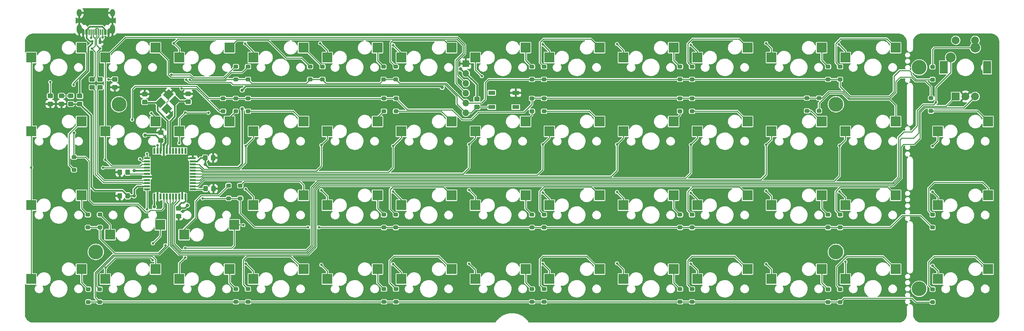
<source format=gbl>
G04 #@! TF.GenerationSoftware,KiCad,Pcbnew,(6.0.5-0)*
G04 #@! TF.CreationDate,2022-06-05T11:18:53-05:00*
G04 #@! TF.ProjectId,pcb,7063622e-6b69-4636-9164-5f7063625858,rev?*
G04 #@! TF.SameCoordinates,Original*
G04 #@! TF.FileFunction,Copper,L2,Bot*
G04 #@! TF.FilePolarity,Positive*
%FSLAX46Y46*%
G04 Gerber Fmt 4.6, Leading zero omitted, Abs format (unit mm)*
G04 Created by KiCad (PCBNEW (6.0.5-0)) date 2022-06-05 11:18:53*
%MOMM*%
%LPD*%
G01*
G04 APERTURE LIST*
G04 Aperture macros list*
%AMRoundRect*
0 Rectangle with rounded corners*
0 $1 Rounding radius*
0 $2 $3 $4 $5 $6 $7 $8 $9 X,Y pos of 4 corners*
0 Add a 4 corners polygon primitive as box body*
4,1,4,$2,$3,$4,$5,$6,$7,$8,$9,$2,$3,0*
0 Add four circle primitives for the rounded corners*
1,1,$1+$1,$2,$3*
1,1,$1+$1,$4,$5*
1,1,$1+$1,$6,$7*
1,1,$1+$1,$8,$9*
0 Add four rect primitives between the rounded corners*
20,1,$1+$1,$2,$3,$4,$5,0*
20,1,$1+$1,$4,$5,$6,$7,0*
20,1,$1+$1,$6,$7,$8,$9,0*
20,1,$1+$1,$8,$9,$2,$3,0*%
%AMRotRect*
0 Rectangle, with rotation*
0 The origin of the aperture is its center*
0 $1 length*
0 $2 width*
0 $3 Rotation angle, in degrees counterclockwise*
0 Add horizontal line*
21,1,$1,$2,0,0,$3*%
G04 Aperture macros list end*
G04 #@! TA.AperFunction,SMDPad,CuDef*
%ADD10RoundRect,0.150000X-0.150000X-0.575000X0.150000X-0.575000X0.150000X0.575000X-0.150000X0.575000X0*%
G04 #@! TD*
G04 #@! TA.AperFunction,SMDPad,CuDef*
%ADD11RoundRect,0.075000X-0.075000X-0.650000X0.075000X-0.650000X0.075000X0.650000X-0.075000X0.650000X0*%
G04 #@! TD*
G04 #@! TA.AperFunction,ComponentPad*
%ADD12O,1.300000X2.400000*%
G04 #@! TD*
G04 #@! TA.AperFunction,ComponentPad*
%ADD13O,1.300000X1.900000*%
G04 #@! TD*
G04 #@! TA.AperFunction,SMDPad,CuDef*
%ADD14R,2.550000X2.500000*%
G04 #@! TD*
G04 #@! TA.AperFunction,ComponentPad*
%ADD15R,2.000000X2.000000*%
G04 #@! TD*
G04 #@! TA.AperFunction,ComponentPad*
%ADD16C,2.000000*%
G04 #@! TD*
G04 #@! TA.AperFunction,ComponentPad*
%ADD17R,2.000000X3.200000*%
G04 #@! TD*
G04 #@! TA.AperFunction,ComponentPad*
%ADD18C,3.800000*%
G04 #@! TD*
G04 #@! TA.AperFunction,ComponentPad*
%ADD19C,2.540000*%
G04 #@! TD*
G04 #@! TA.AperFunction,SMDPad,CuDef*
%ADD20RoundRect,0.249999X-0.450001X0.325001X-0.450001X-0.325001X0.450001X-0.325001X0.450001X0.325001X0*%
G04 #@! TD*
G04 #@! TA.AperFunction,SMDPad,CuDef*
%ADD21RoundRect,0.250000X0.350000X-0.250000X0.350000X0.250000X-0.350000X0.250000X-0.350000X-0.250000X0*%
G04 #@! TD*
G04 #@! TA.AperFunction,SMDPad,CuDef*
%ADD22RoundRect,0.250000X-0.350000X0.250000X-0.350000X-0.250000X0.350000X-0.250000X0.350000X0.250000X0*%
G04 #@! TD*
G04 #@! TA.AperFunction,ComponentPad*
%ADD23O,1.700000X1.700000*%
G04 #@! TD*
G04 #@! TA.AperFunction,ComponentPad*
%ADD24R,1.700000X1.700000*%
G04 #@! TD*
G04 #@! TA.AperFunction,SMDPad,CuDef*
%ADD25R,1.800000X1.100000*%
G04 #@! TD*
G04 #@! TA.AperFunction,SMDPad,CuDef*
%ADD26R,1.500000X0.500000*%
G04 #@! TD*
G04 #@! TA.AperFunction,SMDPad,CuDef*
%ADD27R,0.500000X1.500000*%
G04 #@! TD*
G04 #@! TA.AperFunction,SMDPad,CuDef*
%ADD28RoundRect,0.249999X0.450001X-0.325001X0.450001X0.325001X-0.450001X0.325001X-0.450001X-0.325001X0*%
G04 #@! TD*
G04 #@! TA.AperFunction,SMDPad,CuDef*
%ADD29RotRect,2.100000X1.800000X45.000000*%
G04 #@! TD*
G04 #@! TA.AperFunction,SMDPad,CuDef*
%ADD30RoundRect,0.249999X-0.325001X-0.450001X0.325001X-0.450001X0.325001X0.450001X-0.325001X0.450001X0*%
G04 #@! TD*
G04 #@! TA.AperFunction,SMDPad,CuDef*
%ADD31RoundRect,0.249999X0.325001X0.450001X-0.325001X0.450001X-0.325001X-0.450001X0.325001X-0.450001X0*%
G04 #@! TD*
G04 #@! TA.AperFunction,SMDPad,CuDef*
%ADD32R,0.700000X1.000000*%
G04 #@! TD*
G04 #@! TA.AperFunction,SMDPad,CuDef*
%ADD33R,0.700000X0.600000*%
G04 #@! TD*
G04 #@! TA.AperFunction,ViaPad*
%ADD34C,0.650000*%
G04 #@! TD*
G04 #@! TA.AperFunction,ViaPad*
%ADD35C,0.900000*%
G04 #@! TD*
G04 #@! TA.AperFunction,ViaPad*
%ADD36C,0.700000*%
G04 #@! TD*
G04 #@! TA.AperFunction,Conductor*
%ADD37C,0.250000*%
G04 #@! TD*
G04 #@! TA.AperFunction,Conductor*
%ADD38C,0.400000*%
G04 #@! TD*
G04 #@! TA.AperFunction,Conductor*
%ADD39C,0.200000*%
G04 #@! TD*
G04 APERTURE END LIST*
D10*
X93189825Y-44089877D03*
X93989825Y-44089877D03*
D11*
X95189825Y-44089877D03*
X96185825Y-44089877D03*
X96689825Y-44089877D03*
X97689825Y-44089877D03*
D10*
X99689825Y-44089877D03*
X98889825Y-44089877D03*
D11*
X98189825Y-44089877D03*
X97189825Y-44089877D03*
X95689825Y-44089877D03*
X94689825Y-44089877D03*
D12*
X100739825Y-43314877D03*
D13*
X100739825Y-39114877D03*
X92139825Y-39114877D03*
D12*
X92139825Y-43314877D03*
D14*
X117905225Y-50653950D03*
X130832225Y-48113950D03*
X194105225Y-50653950D03*
X207032225Y-48113950D03*
X175055225Y-50653950D03*
X187982225Y-48113950D03*
X156005225Y-50653950D03*
X168932225Y-48113950D03*
X79805225Y-50653950D03*
X92732225Y-48113950D03*
X213155225Y-50653950D03*
X226082225Y-48113950D03*
X232205225Y-50653950D03*
X245132225Y-48113950D03*
X79805225Y-69703950D03*
X92732225Y-67163950D03*
X98855225Y-69703950D03*
X111782225Y-67163950D03*
X136960399Y-69703950D03*
X149887399Y-67163950D03*
X270305225Y-50653950D03*
X283232225Y-48113950D03*
X156005225Y-69703950D03*
X168932225Y-67163950D03*
X175055225Y-69703950D03*
X187982225Y-67163950D03*
X194105225Y-69703950D03*
X207032225Y-67163950D03*
X98855225Y-107803950D03*
X111782225Y-105263950D03*
X117905225Y-107803950D03*
X130832225Y-105263950D03*
X136955225Y-107803950D03*
X149882225Y-105263950D03*
X156005225Y-107803950D03*
X168932225Y-105263950D03*
X175055225Y-107803950D03*
X187982225Y-105263950D03*
X213155225Y-107803950D03*
X226082225Y-105263950D03*
X232205225Y-107803950D03*
X245132225Y-105263950D03*
X251255225Y-107803950D03*
X264182225Y-105263950D03*
X270305225Y-107803950D03*
X283232225Y-105263950D03*
X194105225Y-107803950D03*
X207032225Y-105263950D03*
X270305225Y-88753950D03*
X283232225Y-86213950D03*
X251255225Y-88753950D03*
X264182225Y-86213950D03*
X213155225Y-88753950D03*
X226082225Y-86213950D03*
X175055225Y-88753950D03*
X187982225Y-86213950D03*
X136955225Y-88753950D03*
X149882225Y-86213950D03*
X79805225Y-88753950D03*
X92732225Y-86213950D03*
X156005225Y-88753950D03*
X168932225Y-86213950D03*
X289355225Y-69703950D03*
X302282225Y-67163950D03*
X132075225Y-93833950D03*
X119148225Y-96373950D03*
X113025225Y-93833950D03*
X100098225Y-96373950D03*
X251255225Y-69703950D03*
X264182225Y-67163950D03*
X232205225Y-69703950D03*
X245132225Y-67163950D03*
X270305225Y-69703950D03*
X283232225Y-67163950D03*
X289355225Y-107803950D03*
X302282225Y-105263950D03*
X289355225Y-88753950D03*
X302282225Y-86213950D03*
X289355225Y-50653950D03*
X302282225Y-48113950D03*
D15*
X317752725Y-60693950D03*
D16*
X322752725Y-60693950D03*
X320252725Y-60693950D03*
D17*
X314652725Y-53193950D03*
X325852725Y-53193950D03*
D16*
X322752725Y-46193950D03*
X317752725Y-46193950D03*
D14*
X98855225Y-50653950D03*
X111782225Y-48113950D03*
X136955225Y-50653950D03*
X149882225Y-48113950D03*
X313167785Y-107804230D03*
X326094785Y-105264230D03*
X313167785Y-69704070D03*
X326094785Y-67164070D03*
X313167785Y-88754150D03*
X326094785Y-86214150D03*
X194105225Y-88753950D03*
X207032225Y-86213950D03*
X232205225Y-88753950D03*
X245132225Y-86213950D03*
X79805225Y-107803950D03*
X92732225Y-105263950D03*
X251255225Y-50653950D03*
X264182225Y-48113950D03*
X117905225Y-69703950D03*
X130832225Y-67163950D03*
X213155225Y-69703950D03*
X226082225Y-67163950D03*
D18*
X308346669Y-110344006D03*
X286915401Y-62718966D03*
X102368371Y-62718966D03*
X286915401Y-100818998D03*
X96415241Y-100818998D03*
D19*
X316442725Y-50653950D03*
X322792725Y-48113950D03*
D18*
X308346661Y-53193950D03*
D20*
X117690625Y-89531250D03*
X117690625Y-91581250D03*
D21*
X97490625Y-94506250D03*
X97490625Y-91206250D03*
D22*
X208681415Y-61206250D03*
X208681415Y-64506250D03*
X170581415Y-61206250D03*
X170581415Y-64506250D03*
X135581415Y-61206250D03*
X135581415Y-64506250D03*
X129190625Y-61206250D03*
X129190625Y-64506250D03*
D21*
X284890625Y-56306250D03*
X284890625Y-53006250D03*
X249881415Y-56306250D03*
X249881415Y-53006250D03*
X211781415Y-56306250D03*
X211781415Y-53006250D03*
X208681415Y-56306250D03*
X208681415Y-53006250D03*
X173651789Y-56333377D03*
X173651789Y-53033377D03*
X170476789Y-56333377D03*
X170476789Y-53033377D03*
X154751789Y-56306250D03*
X154751789Y-53006250D03*
X287990625Y-113750000D03*
X287990625Y-110450000D03*
X284890625Y-113750000D03*
X284890625Y-110450000D03*
X249890625Y-113713123D03*
X249890625Y-110413123D03*
X246790625Y-113706250D03*
X246790625Y-110406250D03*
X211783999Y-113706250D03*
X211783999Y-110406250D03*
X208700000Y-113706250D03*
X208700000Y-110406250D03*
X211790625Y-94506250D03*
X211790625Y-91206250D03*
D22*
X279465225Y-61106250D03*
X279465225Y-64406250D03*
D21*
X208690625Y-94506250D03*
X208690625Y-91206250D03*
X170585999Y-94506250D03*
X170585999Y-91206250D03*
X130590625Y-87006250D03*
X130590625Y-83706250D03*
D22*
X282565225Y-61106250D03*
X282565225Y-64406250D03*
D21*
X284890625Y-94506250D03*
X284890625Y-91206250D03*
X249890625Y-94506250D03*
X249890625Y-91206250D03*
X246790625Y-94506250D03*
X246790625Y-91206250D03*
X173690625Y-113706250D03*
X173690625Y-110406250D03*
X151576789Y-56306250D03*
X151576789Y-53006250D03*
D22*
X211781415Y-61206250D03*
X211781415Y-64506250D03*
D23*
X191665313Y-64901767D03*
X191665313Y-54741767D03*
X191665313Y-59821767D03*
X191665313Y-62361767D03*
X191665313Y-57281767D03*
D24*
X191665313Y-52201767D03*
D21*
X287990625Y-56306250D03*
X287990625Y-53006250D03*
X311790625Y-113750000D03*
X311790625Y-110450000D03*
D22*
X311390625Y-61150000D03*
X311390625Y-64450000D03*
D21*
X311790625Y-94506250D03*
X311790625Y-91206250D03*
D25*
X204500000Y-59743950D03*
X198300000Y-63443950D03*
X204500000Y-63443950D03*
X198300000Y-59743950D03*
D26*
X109590625Y-84656250D03*
X109590625Y-83856250D03*
X109590625Y-83056250D03*
X109590625Y-82256250D03*
X109590625Y-81456250D03*
X109590625Y-80656250D03*
X109590625Y-79856250D03*
X109590625Y-79056250D03*
X109590625Y-78256250D03*
X109590625Y-77456250D03*
X109590625Y-76656250D03*
D27*
X111490625Y-74756250D03*
X112290625Y-74756250D03*
X113090625Y-74756250D03*
X113890625Y-74756250D03*
X114690625Y-74756250D03*
X115490625Y-74756250D03*
X116290625Y-74756250D03*
X117090625Y-74756250D03*
X117890625Y-74756250D03*
X118690625Y-74756250D03*
X119490625Y-74756250D03*
D26*
X121390625Y-76656250D03*
X121390625Y-77456250D03*
X121390625Y-78256250D03*
X121390625Y-79056250D03*
X121390625Y-79856250D03*
X121390625Y-80656250D03*
X121390625Y-81456250D03*
X121390625Y-82256250D03*
X121390625Y-83056250D03*
X121390625Y-83856250D03*
X121390625Y-84656250D03*
D27*
X119490625Y-86556250D03*
X118690625Y-86556250D03*
X117890625Y-86556250D03*
X117090625Y-86556250D03*
X116290625Y-86556250D03*
X115490625Y-86556250D03*
X114690625Y-86556250D03*
X113890625Y-86556250D03*
X113090625Y-86556250D03*
X112290625Y-86556250D03*
X111490625Y-86556250D03*
D28*
X113190625Y-72081250D03*
X113190625Y-70031250D03*
X120190625Y-62081250D03*
X120190625Y-60031250D03*
X108990225Y-62118950D03*
X108990225Y-60068950D03*
D29*
X113052147Y-62268382D03*
X115102757Y-60217772D03*
X116729103Y-61844118D03*
X114678493Y-63894728D03*
D28*
X92290225Y-62618950D03*
X92290225Y-60568950D03*
X97490625Y-58318950D03*
X97490625Y-56268950D03*
X84689825Y-62618950D03*
X84689825Y-60568950D03*
D20*
X89989825Y-60568950D03*
X89989825Y-62618950D03*
D28*
X87589825Y-62618950D03*
X87589825Y-60568950D03*
D21*
X135590625Y-113706250D03*
X135590625Y-110406250D03*
X132490625Y-113713123D03*
X132490625Y-110413123D03*
D30*
X124565625Y-76556250D03*
X126615625Y-76556250D03*
D28*
X95490625Y-58318950D03*
X95490625Y-56268950D03*
D31*
X104615625Y-86356250D03*
X102565625Y-86356250D03*
X104615625Y-80256250D03*
X102565625Y-80256250D03*
X126715625Y-84500000D03*
X124665625Y-84500000D03*
D22*
X90790225Y-76343950D03*
X90790225Y-79643950D03*
D21*
X94490225Y-113743950D03*
X94490225Y-110443950D03*
X97390225Y-113743950D03*
X97390225Y-110443950D03*
X170590625Y-113706250D03*
X170590625Y-110406250D03*
X133590625Y-87006250D03*
X133590625Y-83706250D03*
X173650000Y-94506250D03*
X173650000Y-91206250D03*
X287990625Y-94506250D03*
X287990625Y-91206250D03*
X94390625Y-94506250D03*
X94390625Y-91206250D03*
X135581415Y-56306250D03*
X135581415Y-53006250D03*
X311765225Y-56350000D03*
X311765225Y-53050000D03*
X246781415Y-56306250D03*
X246781415Y-53006250D03*
X132490625Y-56299950D03*
X132490625Y-52999950D03*
D28*
X194490225Y-63418950D03*
X194490225Y-61368950D03*
D22*
X249881415Y-61206250D03*
X249881415Y-64506250D03*
X246781415Y-61206250D03*
X246781415Y-64506250D03*
X173681415Y-61206250D03*
X173681415Y-64506250D03*
X132431415Y-61206250D03*
X132431415Y-64506250D03*
D28*
X101290225Y-58318950D03*
X101290225Y-56268950D03*
D32*
X97490625Y-46643950D03*
D33*
X97490625Y-48343950D03*
X95490625Y-48343950D03*
X95490625Y-46443950D03*
D34*
X115906580Y-55090767D03*
X90690225Y-57693950D03*
X110700000Y-65000000D03*
X118500000Y-58627448D03*
D35*
X134090625Y-59056250D03*
X185565225Y-58360750D03*
X190290225Y-53593950D03*
X106290625Y-79856250D03*
X134090225Y-63893950D03*
X111490625Y-89156250D03*
X120000000Y-88800000D03*
X124590625Y-78256250D03*
X106290625Y-86356250D03*
X109090625Y-70656250D03*
D34*
X120590225Y-56393950D03*
X107790625Y-76856250D03*
D36*
X90790625Y-70056250D03*
D34*
X105765225Y-66668950D03*
X114313668Y-99113669D03*
X153890625Y-94456250D03*
X150990625Y-94456250D03*
X109600000Y-89810750D03*
X123900000Y-87000000D03*
X98275725Y-79093950D03*
X79805225Y-79041650D03*
X98855225Y-77020850D03*
X111072346Y-102927654D03*
X98900000Y-104900000D03*
X111100000Y-98600000D03*
X134400000Y-93900000D03*
X119465225Y-64868950D03*
X117890625Y-72756250D03*
X119400000Y-99838190D03*
X125400000Y-64900000D03*
X119400000Y-102300000D03*
X109590625Y-75556250D03*
X116490625Y-46956250D03*
X134979500Y-103868950D03*
X134865225Y-47068950D03*
X134979511Y-73483236D03*
X134979511Y-84583236D03*
X154165225Y-46968950D03*
X154470136Y-84873861D03*
X154465225Y-104168950D03*
X154470136Y-73264039D03*
X172965225Y-47468950D03*
X172965225Y-85268950D03*
X172965225Y-73468950D03*
X172965225Y-103968950D03*
X192465225Y-103868950D03*
X195765225Y-55468950D03*
X192465225Y-84868950D03*
X192465225Y-73068950D03*
X211465225Y-85468950D03*
X211465225Y-103868950D03*
X211465225Y-73068950D03*
X211465225Y-47268950D03*
X230565225Y-73068950D03*
X230565225Y-85368950D03*
X230565225Y-103768950D03*
X230565225Y-47168950D03*
X249565225Y-73168950D03*
X249565225Y-103868950D03*
X249565225Y-47368950D03*
X249565225Y-85568950D03*
X268965225Y-46968950D03*
X268965225Y-103968950D03*
X268965225Y-85068950D03*
X268965225Y-73168950D03*
X287665225Y-47268950D03*
X289365225Y-103368950D03*
X287865225Y-85268950D03*
X287865225Y-73368950D03*
X98190225Y-45493950D03*
X99690225Y-56293950D03*
X84690225Y-56993950D03*
X95177583Y-45514712D03*
X119700000Y-56400000D03*
X112290225Y-73293950D03*
X312665225Y-62200870D03*
D36*
X311800000Y-104400000D03*
X311800000Y-85300000D03*
X311800000Y-73500000D03*
D34*
X102565225Y-81368950D03*
X102565225Y-87468950D03*
D37*
X94035705Y-53905682D02*
X92818831Y-55122556D01*
X94035705Y-49417430D02*
X94035705Y-50793950D01*
X92732225Y-48113950D02*
X94035705Y-49417430D01*
X121533471Y-55893950D02*
X129369327Y-55893950D01*
X90690225Y-57251162D02*
X90690225Y-57693950D01*
X92818831Y-55122556D02*
X90690225Y-57251162D01*
X94035705Y-50793950D02*
X94035705Y-53905682D01*
X129369327Y-55893950D02*
X132263328Y-52999950D01*
X115906580Y-55090767D02*
X120730288Y-55090767D01*
X120730288Y-55090767D02*
X121533471Y-55893950D01*
X132263328Y-52999950D02*
X132490625Y-52999950D01*
X121369745Y-56273470D02*
X120773122Y-55676847D01*
X135581415Y-53006250D02*
X134087665Y-54500000D01*
X115673122Y-55676847D02*
X114990225Y-54993950D01*
X134087665Y-54500000D02*
X131300000Y-54500000D01*
X114990225Y-51321950D02*
X111782225Y-48113950D01*
X120773122Y-55676847D02*
X115673122Y-55676847D01*
X131300000Y-54500000D02*
X129526529Y-56273470D01*
X129526529Y-56273470D02*
X121369745Y-56273470D01*
X114990225Y-54993950D02*
X114990225Y-51321950D01*
X140835770Y-46235770D02*
X145400000Y-50800000D01*
X130832225Y-48113950D02*
X132710405Y-46235770D01*
X132710405Y-46235770D02*
X140835770Y-46235770D01*
X145400000Y-50800000D02*
X149370539Y-50800000D01*
X149370539Y-50800000D02*
X151576789Y-53006250D01*
X154751789Y-52983514D02*
X149882225Y-48113950D01*
X154751789Y-53006250D02*
X154751789Y-52983514D01*
X168932225Y-51488813D02*
X168932225Y-48113950D01*
X170476789Y-53033377D02*
X168932225Y-51488813D01*
X172864230Y-46235770D02*
X172300000Y-46800000D01*
X186104045Y-46235770D02*
X172864230Y-46235770D01*
X172300000Y-46800000D02*
X172300000Y-51681588D01*
X187982225Y-48113950D02*
X186104045Y-46235770D01*
X172300000Y-51681588D02*
X173651789Y-53033377D01*
X207032225Y-48113950D02*
X207032225Y-51357060D01*
X207032225Y-51357060D02*
X208681415Y-53006250D01*
X210800000Y-52024835D02*
X211781415Y-53006250D01*
X210800000Y-46700000D02*
X210800000Y-52024835D01*
X223868275Y-45900000D02*
X211600000Y-45900000D01*
X226082225Y-48113950D02*
X223868275Y-45900000D01*
X211600000Y-45900000D02*
X210800000Y-46700000D01*
X245132225Y-51357060D02*
X246781415Y-53006250D01*
X245132225Y-48113950D02*
X245132225Y-51357060D01*
X261968275Y-45900000D02*
X250000000Y-45900000D01*
X250000000Y-45900000D02*
X248800000Y-47100000D01*
X264182225Y-48113950D02*
X261968275Y-45900000D01*
X248800000Y-51924835D02*
X249881415Y-53006250D01*
X248800000Y-47100000D02*
X248800000Y-51924835D01*
X284890625Y-53006250D02*
X283232225Y-51347850D01*
X283232225Y-51347850D02*
X283232225Y-48113950D01*
X302282225Y-48113950D02*
X299924525Y-45756250D01*
X288190625Y-45756250D02*
X286890625Y-47056250D01*
X286890625Y-47056250D02*
X286890625Y-51906250D01*
X299924525Y-45756250D02*
X288190625Y-45756250D01*
X286890625Y-51906250D02*
X287990625Y-53006250D01*
X90790225Y-79643950D02*
X89500000Y-78353725D01*
X89500000Y-78353725D02*
X89500000Y-70396175D01*
X89500000Y-70396175D02*
X92732225Y-67163950D01*
X111782225Y-67163950D02*
X111782225Y-66082225D01*
X111782225Y-66082225D02*
X110700000Y-65000000D01*
X128203902Y-64506250D02*
X129190625Y-64506250D01*
X118500000Y-58627448D02*
X122325100Y-58627448D01*
X122325100Y-58627448D02*
X128203902Y-64506250D01*
X130832225Y-66105440D02*
X130832225Y-67163950D01*
X132431415Y-64506250D02*
X130832225Y-66105440D01*
X135581415Y-64506250D02*
X147229699Y-64506250D01*
X147229699Y-64506250D02*
X149887399Y-67163950D01*
X168932225Y-66155440D02*
X168932225Y-67163950D01*
X170581415Y-64506250D02*
X168932225Y-66155440D01*
X185324525Y-64506250D02*
X187982225Y-67163950D01*
X173681415Y-64506250D02*
X185324525Y-64506250D01*
X208681415Y-65514760D02*
X207032225Y-67163950D01*
X208681415Y-64506250D02*
X208681415Y-65514760D01*
X223424525Y-64506250D02*
X226082225Y-67163950D01*
X211781415Y-64506250D02*
X223424525Y-64506250D01*
X246781415Y-64506250D02*
X246781415Y-65514760D01*
X246781415Y-65514760D02*
X245132225Y-67163950D01*
X261524525Y-64506250D02*
X264182225Y-67163950D01*
X249881415Y-64506250D02*
X261524525Y-64506250D01*
X280474525Y-64406250D02*
X283232225Y-67163950D01*
X279465225Y-64406250D02*
X280474525Y-64406250D01*
X285165225Y-59848470D02*
X288608023Y-59848470D01*
X288608023Y-59848470D02*
X290245323Y-61485770D01*
X282565225Y-62448470D02*
X285165225Y-59848470D01*
X302282225Y-62985950D02*
X302282225Y-67163950D01*
X290245323Y-61485770D02*
X300782045Y-61485770D01*
X282565225Y-64406250D02*
X282565225Y-62448470D01*
X300782045Y-61485770D02*
X302282225Y-62985950D01*
X92732225Y-89547850D02*
X92732225Y-86213950D01*
X94390625Y-91206250D02*
X92732225Y-89547850D01*
X100098225Y-96373950D02*
X100098225Y-93813850D01*
X100098225Y-93813850D02*
X97490625Y-91206250D01*
X122100000Y-87700000D02*
X123500000Y-86300000D01*
X119148225Y-96373950D02*
X119148225Y-94951775D01*
X127996875Y-86300000D02*
X130590625Y-83706250D01*
X123500000Y-86300000D02*
X127996875Y-86300000D01*
X119148225Y-94951775D02*
X122100000Y-92000000D01*
X122100000Y-92000000D02*
X122100000Y-87700000D01*
X149882225Y-86213950D02*
X149882225Y-83582225D01*
X149882225Y-83582225D02*
X148900000Y-82600000D01*
X148900000Y-82600000D02*
X134696875Y-82600000D01*
X134696875Y-82600000D02*
X133590625Y-83706250D01*
X170585999Y-91206250D02*
X168932225Y-89552476D01*
X168932225Y-89552476D02*
X168932225Y-86213950D01*
X172165225Y-84768950D02*
X172165225Y-89721475D01*
X172834175Y-84100000D02*
X172165225Y-84768950D01*
X172165225Y-89721475D02*
X173650000Y-91206250D01*
X185868275Y-84100000D02*
X172834175Y-84100000D01*
X187982225Y-86213950D02*
X185868275Y-84100000D01*
X207032225Y-89547850D02*
X208690625Y-91206250D01*
X207032225Y-86213950D02*
X207032225Y-89547850D01*
X211807590Y-84092410D02*
X210700000Y-85200000D01*
X226082225Y-86213950D02*
X223960685Y-84092410D01*
X223960685Y-84092410D02*
X211807590Y-84092410D01*
X210700000Y-90115625D02*
X211790625Y-91206250D01*
X210700000Y-85200000D02*
X210700000Y-90115625D01*
X245132225Y-89547850D02*
X246790625Y-91206250D01*
X245132225Y-86213950D02*
X245132225Y-89547850D01*
X264182225Y-86213950D02*
X262060685Y-84092410D01*
X262060685Y-84092410D02*
X250007590Y-84092410D01*
X248800000Y-85300000D02*
X248800000Y-90115625D01*
X248800000Y-90115625D02*
X249890625Y-91206250D01*
X250007590Y-84092410D02*
X248800000Y-85300000D01*
X283232225Y-89547850D02*
X284890625Y-91206250D01*
X283232225Y-86213950D02*
X283232225Y-89547850D01*
X286900000Y-90115625D02*
X287990625Y-91206250D01*
X300160685Y-84092410D02*
X288007590Y-84092410D01*
X302282225Y-86213950D02*
X300160685Y-84092410D01*
X288007590Y-84092410D02*
X286900000Y-85200000D01*
X286900000Y-85200000D02*
X286900000Y-90115625D01*
X92732225Y-108685950D02*
X92732225Y-105263950D01*
X94490225Y-110443950D02*
X92732225Y-108685950D01*
X110900000Y-101935770D02*
X101028274Y-101935770D01*
X96569745Y-106394299D02*
X96569745Y-109623470D01*
X96569745Y-109623470D02*
X97390225Y-110443950D01*
X111782225Y-102817995D02*
X110900000Y-101935770D01*
X101028274Y-101935770D02*
X96569745Y-106394299D01*
X111782225Y-105263950D02*
X111782225Y-102817995D01*
X132490625Y-110413123D02*
X130832225Y-108754723D01*
X130832225Y-108754723D02*
X130832225Y-105263950D01*
X135590625Y-110406250D02*
X134400000Y-109215625D01*
X146556835Y-101938560D02*
X149882225Y-105263950D01*
X135361440Y-101938560D02*
X146556835Y-101938560D01*
X134400000Y-102900000D02*
X135361440Y-101938560D01*
X134400000Y-109215625D02*
X134400000Y-102900000D01*
X168932225Y-105263950D02*
X168932225Y-108747850D01*
X168932225Y-108747850D02*
X170590625Y-110406250D01*
X184656835Y-101938560D02*
X173195615Y-101938560D01*
X173195615Y-101938560D02*
X172065225Y-103068950D01*
X172065225Y-103068950D02*
X172065225Y-108780850D01*
X187982225Y-105263950D02*
X184656835Y-101938560D01*
X172065225Y-108780850D02*
X173690625Y-110406250D01*
X207032225Y-108738475D02*
X208700000Y-110406250D01*
X207032225Y-105263950D02*
X207032225Y-108738475D01*
X211561440Y-101938560D02*
X222756835Y-101938560D01*
X211783999Y-110406250D02*
X210800000Y-109422251D01*
X210800000Y-109422251D02*
X210800000Y-102700000D01*
X222756835Y-101938560D02*
X226082225Y-105263950D01*
X210800000Y-102700000D02*
X211561440Y-101938560D01*
X245132225Y-108747850D02*
X246790625Y-110406250D01*
X245132225Y-105263950D02*
X245132225Y-108747850D01*
X248800000Y-109322498D02*
X248800000Y-103000000D01*
X248800000Y-103000000D02*
X249861440Y-101938560D01*
X249861440Y-101938560D02*
X260856835Y-101938560D01*
X249890625Y-110413123D02*
X248800000Y-109322498D01*
X260856835Y-101938560D02*
X264182225Y-105263950D01*
X283232225Y-108791600D02*
X284890625Y-110450000D01*
X283232225Y-105263950D02*
X283232225Y-108791600D01*
X287100000Y-109559375D02*
X287100000Y-104627322D01*
X299018275Y-102000000D02*
X302282225Y-105263950D01*
X287100000Y-104627322D02*
X289727322Y-102000000D01*
X289727322Y-102000000D02*
X299018275Y-102000000D01*
X287990625Y-110450000D02*
X287100000Y-109559375D01*
D38*
X117690625Y-89531250D02*
X117721875Y-89500000D01*
X185565225Y-58360750D02*
X185315245Y-58110770D01*
X191438042Y-54741767D02*
X190290225Y-53593950D01*
X113190625Y-72081250D02*
X113190625Y-74656250D01*
X106290625Y-79856250D02*
X109590625Y-79856250D01*
X119040625Y-88156250D02*
X119490625Y-87706250D01*
X117690625Y-88856250D02*
X118390625Y-88156250D01*
X117690625Y-89531250D02*
X117690625Y-88856250D01*
X191665313Y-54741767D02*
X191438042Y-54741767D01*
X119490625Y-87706250D02*
X119490625Y-86556250D01*
X125397545Y-79063170D02*
X133071005Y-79063170D01*
X113190625Y-74656250D02*
X113090625Y-74756250D01*
X119300000Y-89500000D02*
X120000000Y-88800000D01*
X109590625Y-83856250D02*
X107090625Y-83856250D01*
X124590625Y-78256250D02*
X124590625Y-76581250D01*
X122490625Y-77456250D02*
X121390625Y-77456250D01*
X117721875Y-89500000D02*
X119300000Y-89500000D01*
X92290225Y-62618950D02*
X89989825Y-62618950D01*
X134090225Y-63893950D02*
X134090225Y-78043950D01*
X104615625Y-86356250D02*
X106290625Y-86356250D01*
X106290625Y-84656250D02*
X106290625Y-86356250D01*
X123390625Y-76556250D02*
X122490625Y-77456250D01*
X185315245Y-58110770D02*
X135036105Y-58110770D01*
X103228325Y-84968950D02*
X96165225Y-84968950D01*
X118390625Y-88156250D02*
X119040625Y-88156250D01*
X109090625Y-70656250D02*
X111765625Y-70656250D01*
X194490225Y-57566679D02*
X194490225Y-61368950D01*
X95200000Y-65528725D02*
X92290225Y-62618950D01*
X124565625Y-76556250D02*
X123390625Y-76556250D01*
X107090625Y-83856250D02*
X106290625Y-84656250D01*
X135036105Y-58110770D02*
X134090625Y-59056250D01*
X124590625Y-76581250D02*
X124565625Y-76556250D01*
X111490625Y-89156250D02*
X111490625Y-86556250D01*
X96165225Y-84968950D02*
X95200000Y-84003725D01*
X134090225Y-78043950D02*
X133071005Y-79063170D01*
X95200000Y-84003725D02*
X95200000Y-65528725D01*
X111765625Y-70656250D02*
X113190625Y-72081250D01*
X191665313Y-54741767D02*
X194490225Y-57566679D01*
X124590625Y-78256250D02*
X125397545Y-79063170D01*
X104615625Y-86356250D02*
X103228325Y-84968950D01*
D37*
X105015625Y-80656250D02*
X109590625Y-80656250D01*
X104615625Y-80256250D02*
X105015625Y-80656250D01*
D38*
X114961105Y-73000000D02*
X114961105Y-67026730D01*
X114690625Y-74756250D02*
X114690625Y-73270480D01*
X114690625Y-73270480D02*
X114961105Y-73000000D01*
X113052147Y-62268382D02*
X109139657Y-62268382D01*
X112309685Y-64375310D02*
X112309685Y-63010844D01*
X109139657Y-62268382D02*
X108990225Y-62118950D01*
X112309685Y-63010844D02*
X113052147Y-62268382D01*
X114961105Y-67026730D02*
X112309685Y-64375310D01*
X119953493Y-61844118D02*
X120190625Y-62081250D01*
X116729103Y-65870897D02*
X115490625Y-67109375D01*
X116729103Y-61844118D02*
X116729103Y-65870897D01*
X115490625Y-67109375D02*
X115490625Y-74756250D01*
X116729103Y-61844118D02*
X119953493Y-61844118D01*
D37*
X195738233Y-62361767D02*
X191665313Y-62361767D01*
X135575115Y-56299950D02*
X135581415Y-56306250D01*
X287990625Y-58157628D02*
X287990625Y-56306250D01*
X135581415Y-56306250D02*
X136551895Y-57276730D01*
X120849265Y-56652990D02*
X120590225Y-56393950D01*
X173651789Y-56333377D02*
X174595142Y-57276730D01*
X136551895Y-57276730D02*
X150606309Y-57276730D01*
X300670723Y-60726730D02*
X290559727Y-60726730D01*
X196650000Y-61450000D02*
X195738233Y-62361767D01*
X290559727Y-60726730D02*
X287990625Y-58157628D01*
X301902525Y-59494928D02*
X300670723Y-60726730D01*
X132490625Y-56299950D02*
X130036771Y-56299950D01*
X150606309Y-57276730D02*
X151576789Y-56306250D01*
X108390625Y-77456250D02*
X107790625Y-76856250D01*
X109590625Y-77456250D02*
X108390625Y-77456250D01*
X303314825Y-53993950D02*
X301902525Y-55406250D01*
X169533436Y-57276730D02*
X170476789Y-56333377D01*
X130036771Y-56299950D02*
X129683731Y-56652990D01*
X155673005Y-57276730D02*
X169533436Y-57276730D01*
X129683731Y-56652990D02*
X120849265Y-56652990D01*
X301902525Y-55406250D02*
X301902525Y-59494928D01*
X307582997Y-56350000D02*
X306265225Y-55032228D01*
X174595142Y-57276730D02*
X186580277Y-57276730D01*
X186580277Y-57276730D02*
X191665313Y-62361767D01*
X208681415Y-56306250D02*
X287684325Y-56306250D01*
X305790225Y-53993950D02*
X303314825Y-53993950D01*
X154751789Y-56306250D02*
X154751789Y-56355514D01*
X306265225Y-55032228D02*
X306265225Y-54468950D01*
X132490625Y-56299950D02*
X135575115Y-56299950D01*
X151576789Y-56306250D02*
X154751789Y-56306250D01*
X196650000Y-57150000D02*
X196650000Y-61450000D01*
X306265225Y-54468950D02*
X305790225Y-53993950D01*
X208681415Y-56306250D02*
X197493750Y-56306250D01*
X154751789Y-56355514D02*
X155673005Y-57276730D01*
X170476789Y-56333377D02*
X173651789Y-56333377D01*
X197493750Y-56306250D02*
X196650000Y-57150000D01*
X287684325Y-56306250D02*
X287990625Y-55999950D01*
X311390625Y-56350000D02*
X307582997Y-56350000D01*
X188126730Y-64126730D02*
X176601895Y-64126730D01*
X307425795Y-56729520D02*
X306390225Y-55693950D01*
X132431415Y-61206250D02*
X129190625Y-61206250D01*
X302340225Y-56843950D02*
X302340225Y-59593950D01*
X105765225Y-58868950D02*
X106586227Y-58047948D01*
X302340225Y-59593950D02*
X300827925Y-61106250D01*
X94745480Y-77349205D02*
X94745480Y-87445480D01*
X93740225Y-76343950D02*
X94745480Y-77349205D01*
X190693950Y-66693950D02*
X188126730Y-64126730D01*
X288765225Y-59468950D02*
X285008023Y-59468950D01*
X90790625Y-70056250D02*
X90720704Y-70126171D01*
X311390625Y-58194350D02*
X309925795Y-56729520D01*
X208681415Y-62718585D02*
X206600000Y-64800000D01*
X208681415Y-61206250D02*
X208681415Y-62718585D01*
X94745480Y-87445480D02*
X95756250Y-88456250D01*
X107256250Y-88456250D02*
X109300000Y-90500000D01*
X113890625Y-89493550D02*
X113890625Y-86556250D01*
X285008023Y-59468950D02*
X283370723Y-61106250D01*
X311390625Y-61150000D02*
X311390625Y-58194350D01*
X306390225Y-55693950D02*
X303490225Y-55693950D01*
X208781415Y-61106250D02*
X208681415Y-61206250D01*
X105765225Y-65368950D02*
X105765225Y-66668950D01*
X303490225Y-55693950D02*
X302340225Y-56843950D01*
X110000000Y-90500000D02*
X110455571Y-90044429D01*
X206600000Y-64800000D02*
X194887900Y-64800000D01*
X309925795Y-56729520D02*
X307425795Y-56729520D01*
X125440625Y-61206250D02*
X129190625Y-61206250D01*
X192993950Y-66693950D02*
X190693950Y-66693950D01*
X300827925Y-61106250D02*
X290402525Y-61106250D01*
X110455571Y-90044429D02*
X113339746Y-90044429D01*
X113339746Y-90044429D02*
X113890625Y-89493550D01*
X173681415Y-61206250D02*
X132431415Y-61206250D01*
X282565225Y-61106250D02*
X208781415Y-61106250D01*
X176601895Y-64126730D02*
X173681415Y-61206250D01*
X95756250Y-88456250D02*
X107256250Y-88456250D01*
X90720704Y-70126171D02*
X90720704Y-76274429D01*
X105765225Y-65368950D02*
X105765225Y-58868950D01*
X106586227Y-58047948D02*
X122282323Y-58047948D01*
X194887900Y-64800000D02*
X192993950Y-66693950D01*
X90720704Y-76274429D02*
X90790225Y-76343950D01*
X109300000Y-90500000D02*
X110000000Y-90500000D01*
X290402525Y-61106250D02*
X288765225Y-59468950D01*
X283370723Y-61106250D02*
X282565225Y-61106250D01*
X90790225Y-76343950D02*
X93740225Y-76343950D01*
X122282323Y-58047948D02*
X125440625Y-61206250D01*
X300877925Y-94506250D02*
X303990225Y-91393950D01*
X137290625Y-94456250D02*
X133590625Y-90756250D01*
X130584375Y-87000000D02*
X130590625Y-87006250D01*
X287990625Y-94506250D02*
X170585999Y-94506250D01*
X133590625Y-87006250D02*
X130590625Y-87006250D01*
X303990225Y-91393950D02*
X308678325Y-91393950D01*
X94390625Y-94506250D02*
X97490625Y-94506250D01*
X133590625Y-90756250D02*
X133590625Y-87006250D01*
X123900000Y-87000000D02*
X130584375Y-87000000D01*
X114313668Y-99396485D02*
X112533423Y-101176730D01*
X112533423Y-101176730D02*
X101311105Y-101176730D01*
X150990625Y-94456250D02*
X137290625Y-94456250D01*
X101311105Y-101176730D02*
X97490625Y-97356250D01*
X170585999Y-94506250D02*
X153940625Y-94506250D01*
X114313668Y-99113669D02*
X114313668Y-99396485D01*
X97490625Y-97356250D02*
X97490625Y-94506250D01*
X109590625Y-84656250D02*
X109590625Y-89801375D01*
X308678325Y-91393950D02*
X311790625Y-94506250D01*
X153940625Y-94506250D02*
X153890625Y-94456250D01*
X109590625Y-89801375D02*
X109600000Y-89810750D01*
X287990625Y-94506250D02*
X300877925Y-94506250D01*
X135590625Y-113706250D02*
X173690625Y-113706250D01*
X287990625Y-113750000D02*
X288971148Y-112769477D01*
X135583752Y-113713123D02*
X135590625Y-113706250D01*
X288971148Y-112769477D02*
X306464698Y-112769477D01*
X114690625Y-87935770D02*
X115111105Y-88356250D01*
X96190225Y-112543950D02*
X97390225Y-113743950D01*
X115111105Y-99135770D02*
X112690625Y-101556250D01*
X115111105Y-88356250D02*
X115111105Y-99135770D01*
X94521052Y-113713123D02*
X94490225Y-113743950D01*
X307445221Y-113750000D02*
X306464698Y-112769477D01*
X132490625Y-113713123D02*
X135583752Y-113713123D01*
X114690625Y-86556250D02*
X114690625Y-87935770D01*
X311790625Y-113750000D02*
X307445221Y-113750000D01*
X249890625Y-113713123D02*
X287953748Y-113713123D01*
X173690625Y-113706250D02*
X211783999Y-113706250D01*
X112690625Y-101556250D02*
X100871072Y-101556250D01*
X96190225Y-106237097D02*
X96190225Y-112543950D01*
X211783999Y-113706250D02*
X249883752Y-113706250D01*
X249883752Y-113706250D02*
X249890625Y-113713123D01*
X287953748Y-113713123D02*
X287990625Y-113750000D01*
X100871072Y-101556250D02*
X96190225Y-106237097D01*
X132490625Y-113713123D02*
X94521052Y-113713123D01*
X109590625Y-83056250D02*
X108465624Y-83056250D01*
X96240625Y-59068950D02*
X95490625Y-58318950D01*
X108465624Y-83056250D02*
X108315624Y-82906250D01*
X96240625Y-80759804D02*
X96240625Y-59068950D01*
X108315624Y-82906250D02*
X98387071Y-82906250D01*
X98387071Y-82906250D02*
X96240625Y-80759804D01*
X96740625Y-59068950D02*
X96740625Y-80552696D01*
X108465624Y-82256250D02*
X109590625Y-82256250D01*
X97490625Y-58318950D02*
X96740625Y-59068950D01*
X98594179Y-82406250D02*
X108315624Y-82406250D01*
X108315624Y-82406250D02*
X108465624Y-82256250D01*
X96740625Y-80552696D02*
X98594179Y-82406250D01*
X79805225Y-69703950D02*
X79805225Y-79041650D01*
X79805225Y-79041650D02*
X79805225Y-88753950D01*
X79805225Y-69703950D02*
X79805225Y-50653950D01*
X109590625Y-79056250D02*
X98313425Y-79056250D01*
X79805225Y-88753950D02*
X79805225Y-107803950D01*
X98313425Y-79056250D02*
X98275725Y-79093950D01*
X109590625Y-78256250D02*
X108211105Y-78256250D01*
X98900000Y-104900000D02*
X98855225Y-104944775D01*
X98900000Y-104900000D02*
X101484710Y-102315290D01*
X113025225Y-96674775D02*
X111100000Y-98600000D01*
X189490625Y-55107079D02*
X189490625Y-54994350D01*
X98855225Y-76920850D02*
X98855225Y-69703950D01*
X98855225Y-50653950D02*
X104032445Y-45476730D01*
X98855225Y-77020850D02*
X100511105Y-78676730D01*
X104032445Y-45476730D02*
X189511105Y-45476730D01*
X107900000Y-102315290D02*
X110459982Y-102315290D01*
X191665313Y-57281767D02*
X189490625Y-55107079D01*
X191390625Y-49656250D02*
X189490625Y-51556250D01*
X189511105Y-45476730D02*
X191390625Y-47356250D01*
X191390625Y-47356250D02*
X191390625Y-49656250D01*
X101484710Y-102315290D02*
X101600000Y-102315290D01*
X189490625Y-51556250D02*
X189490625Y-54994350D01*
X110459982Y-102315290D02*
X111072346Y-102927654D01*
X108211105Y-78256250D02*
X107790625Y-78676730D01*
X107790625Y-78676730D02*
X100511105Y-78676730D01*
X101600000Y-102315290D02*
X107900000Y-102315290D01*
X98855225Y-104944775D02*
X98855225Y-107803950D01*
X98855225Y-77020850D02*
X98855225Y-76920850D01*
X98855225Y-50653950D02*
X98855225Y-69703950D01*
X113025225Y-93833950D02*
X113025225Y-96674775D01*
X191011105Y-49499048D02*
X189111105Y-51399048D01*
X117905225Y-72741650D02*
X117905225Y-69703950D01*
X109590625Y-76656250D02*
X109590625Y-75556250D01*
X189353903Y-45856250D02*
X191011105Y-47513452D01*
X117890625Y-72756250D02*
X117905225Y-72741650D01*
X119465225Y-64868950D02*
X117905225Y-66428950D01*
X116490625Y-46956250D02*
X117590625Y-45856250D01*
X189111105Y-57267559D02*
X191665313Y-59821767D01*
X117905225Y-103794775D02*
X117905225Y-107803950D01*
X119400000Y-99838190D02*
X131412260Y-99838190D01*
X117905225Y-48370850D02*
X116490625Y-46956250D01*
X119496275Y-64900000D02*
X119465225Y-64868950D01*
X117905225Y-50653950D02*
X117905225Y-48370850D01*
X117905225Y-66428950D02*
X117905225Y-69703950D01*
X134333950Y-93833950D02*
X134400000Y-93900000D01*
X132075225Y-93833950D02*
X132075225Y-99175225D01*
X125400000Y-64900000D02*
X119496275Y-64900000D01*
X117590625Y-45856250D02*
X189353903Y-45856250D01*
X191011105Y-47513452D02*
X191011105Y-49499048D01*
X189111105Y-51399048D02*
X189111105Y-57267559D01*
X119400000Y-102300000D02*
X117905225Y-103794775D01*
X131412260Y-99838190D02*
X132075225Y-99175225D01*
X132075225Y-93833950D02*
X134333950Y-93833950D01*
X133259273Y-79517690D02*
X134979511Y-77797452D01*
X136960399Y-71502348D02*
X134979511Y-73483236D01*
X136960399Y-69703950D02*
X136960399Y-71502348D01*
X136955225Y-88753950D02*
X136955225Y-86558950D01*
X136955225Y-50653950D02*
X136955225Y-49158950D01*
X122986387Y-78256250D02*
X124247827Y-79517690D01*
X136955225Y-105844675D02*
X136955225Y-107803950D01*
X124247827Y-79517690D02*
X133259273Y-79517690D01*
X136955225Y-49158950D02*
X134865225Y-47068950D01*
X121390625Y-78256250D02*
X122986387Y-78256250D01*
X136955225Y-86558950D02*
X134979511Y-84583236D01*
X134979511Y-77797452D02*
X134979511Y-73483236D01*
X134979500Y-103868950D02*
X136955225Y-105844675D01*
X124090625Y-79897210D02*
X153236965Y-79897210D01*
X153236965Y-79897210D02*
X154470136Y-78664039D01*
X156005225Y-69703950D02*
X156005225Y-71728950D01*
X154465225Y-104168950D02*
X156005225Y-105708950D01*
X156005225Y-71728950D02*
X154470136Y-73264039D01*
X156005225Y-50653950D02*
X156005225Y-48808950D01*
X154470136Y-78664039D02*
X154470136Y-73264039D01*
X123249665Y-79056250D02*
X124090625Y-79897210D01*
X121390625Y-79056250D02*
X123249665Y-79056250D01*
X156005225Y-88753950D02*
X156005225Y-86408950D01*
X156005225Y-48808950D02*
X154165225Y-46968950D01*
X156005225Y-86408950D02*
X154470136Y-84873861D01*
X156005225Y-105708950D02*
X156005225Y-107803950D01*
X123512943Y-79856250D02*
X123933423Y-80276730D01*
X175055225Y-69703950D02*
X175055225Y-71378950D01*
X123933423Y-80276730D02*
X171773005Y-80276730D01*
X175055225Y-50653950D02*
X175055225Y-49558950D01*
X175055225Y-49558950D02*
X172965225Y-47468950D01*
X175055225Y-87358950D02*
X172965225Y-85268950D01*
X175055225Y-88753950D02*
X175055225Y-87358950D01*
X172965225Y-73468950D02*
X172965225Y-79084510D01*
X172965225Y-103968950D02*
X175055225Y-106058950D01*
X175055225Y-106058950D02*
X175055225Y-107803950D01*
X175055225Y-71378950D02*
X172965225Y-73468950D01*
X121390625Y-79856250D02*
X123512943Y-79856250D01*
X172965225Y-79084510D02*
X171773005Y-80276730D01*
X194105225Y-50653950D02*
X194105225Y-53808950D01*
X192465225Y-79143550D02*
X190952525Y-80656250D01*
X192465225Y-73068950D02*
X192465225Y-79143550D01*
X192465225Y-103868950D02*
X194105225Y-105508950D01*
X194105225Y-53808950D02*
X195765225Y-55468950D01*
X194105225Y-71428950D02*
X192465225Y-73068950D01*
X194105225Y-69703950D02*
X194105225Y-71428950D01*
X194105225Y-88753950D02*
X194105225Y-86508950D01*
X194105225Y-105508950D02*
X194105225Y-107803950D01*
X121390625Y-80656250D02*
X190952525Y-80656250D01*
X194105225Y-86508950D02*
X192465225Y-84868950D01*
X213155225Y-50653950D02*
X213155225Y-48958950D01*
X213155225Y-48958950D02*
X211465225Y-47268950D01*
X123890625Y-81035770D02*
X209432045Y-81035770D01*
X213155225Y-69703950D02*
X213155225Y-71378950D01*
X123470145Y-81456250D02*
X123890625Y-81035770D01*
X121390625Y-81456250D02*
X123470145Y-81456250D01*
X213155225Y-71378950D02*
X211465225Y-73068950D01*
X211465225Y-73068950D02*
X211465225Y-79568950D01*
X211465225Y-103868950D02*
X213155225Y-105558950D01*
X209432045Y-81035770D02*
X209998405Y-81035770D01*
X211465225Y-79568950D02*
X209998405Y-81035770D01*
X213155225Y-88753950D02*
X213155225Y-87158950D01*
X213155225Y-87158950D02*
X211465225Y-85468950D01*
X213155225Y-105558950D02*
X213155225Y-107803950D01*
X232205225Y-88753950D02*
X232205225Y-87008950D01*
X232205225Y-105408950D02*
X232205225Y-107803950D01*
X230565225Y-79868950D02*
X228998405Y-81435770D01*
X232205225Y-69703950D02*
X232205225Y-71428950D01*
X230565225Y-73068950D02*
X230565225Y-79868950D01*
X232205225Y-87008950D02*
X230565225Y-85368950D01*
X232205225Y-48808950D02*
X232205225Y-50653950D01*
X230565225Y-47168950D02*
X232205225Y-48808950D01*
X232205225Y-71428950D02*
X230565225Y-73068950D01*
X121390625Y-82256250D02*
X123206867Y-82256250D01*
X124027347Y-81435770D02*
X228998405Y-81435770D01*
X123206867Y-82256250D02*
X124027347Y-81435770D01*
X230565225Y-103768950D02*
X232205225Y-105408950D01*
X249565225Y-80468950D02*
X248218885Y-81815290D01*
X124184549Y-81815290D02*
X248218885Y-81815290D01*
X251255225Y-50653950D02*
X251255225Y-49058950D01*
X249565225Y-73168950D02*
X249565225Y-80468950D01*
X121390625Y-83056250D02*
X122943589Y-83056250D01*
X251255225Y-71478950D02*
X249565225Y-73168950D01*
X251255225Y-88753950D02*
X251255225Y-87258950D01*
X251255225Y-49058950D02*
X249565225Y-47368950D01*
X251255225Y-87258950D02*
X249565225Y-85568950D01*
X251255225Y-69703950D02*
X251255225Y-71478950D01*
X122943589Y-83056250D02*
X124184549Y-81815290D01*
X251255225Y-105558950D02*
X251255225Y-107803950D01*
X249565225Y-103868950D02*
X251255225Y-105558950D01*
X270305225Y-48308950D02*
X268965225Y-46968950D01*
X270305225Y-69703950D02*
X270305225Y-71828950D01*
X122680311Y-83856250D02*
X124341751Y-82194810D01*
X124341751Y-82194810D02*
X267591085Y-82194810D01*
X268965225Y-103968950D02*
X270305225Y-105308950D01*
X270305225Y-71828950D02*
X268965225Y-73168950D01*
X267591085Y-82194810D02*
X268965225Y-80820670D01*
X270305225Y-50653950D02*
X270305225Y-48308950D01*
X268965225Y-80820670D02*
X268965225Y-73168950D01*
X121390625Y-83856250D02*
X122680311Y-83856250D01*
X270305225Y-86408950D02*
X268965225Y-85068950D01*
X270305225Y-105308950D02*
X270305225Y-107803950D01*
X270305225Y-88753950D02*
X270305225Y-86408950D01*
X151890625Y-84156250D02*
X153472545Y-82574330D01*
X289355225Y-50653950D02*
X289355225Y-48958950D01*
X150592463Y-100417690D02*
X151890625Y-99119528D01*
X153472545Y-82574330D02*
X286459845Y-82574330D01*
X117890625Y-87509375D02*
X117650000Y-87750000D01*
X116629185Y-98684644D02*
X118362231Y-100417690D01*
X116629185Y-88770815D02*
X116629185Y-98684644D01*
X117650000Y-87750000D02*
X116629185Y-88770815D01*
X118362231Y-100417690D02*
X150592463Y-100417690D01*
X151890625Y-99119528D02*
X151890625Y-84156250D01*
X289355225Y-86758950D02*
X287865225Y-85268950D01*
X287865225Y-73368950D02*
X287865225Y-81168950D01*
X117650000Y-87750000D02*
X117900000Y-87500000D01*
X289355225Y-88753950D02*
X289355225Y-86758950D01*
X289355225Y-48958950D02*
X287665225Y-47268950D01*
X289355225Y-69703950D02*
X289355225Y-71878950D01*
X289355225Y-103378950D02*
X289365225Y-103368950D01*
X287865225Y-81168950D02*
X286459845Y-82574330D01*
X289355225Y-71878950D02*
X287865225Y-73368950D01*
X289355225Y-107803950D02*
X289355225Y-103378950D01*
X117890625Y-86556250D02*
X117890625Y-87509375D01*
X124509375Y-84656250D02*
X124665625Y-84500000D01*
X121390625Y-84656250D02*
X124509375Y-84656250D01*
D38*
X98889825Y-43492800D02*
X98889825Y-43539877D01*
X93989825Y-43539877D02*
X93989825Y-43492800D01*
X93989825Y-45593550D02*
X94840225Y-46443950D01*
X93989825Y-43492800D02*
X94826788Y-42655837D01*
X94840225Y-46443950D02*
X95490625Y-46443950D01*
X92290225Y-56293950D02*
X92290225Y-60568950D01*
X95490625Y-46443950D02*
X95490625Y-46993550D01*
X93989825Y-45593550D02*
X93989825Y-43539877D01*
X94490225Y-47993950D02*
X94490225Y-54093950D01*
X94490225Y-54093950D02*
X92290225Y-56293950D01*
X98052862Y-42655837D02*
X98889825Y-43492800D01*
X95490625Y-46993550D02*
X94490225Y-47993950D01*
X94826788Y-42655837D02*
X98052862Y-42655837D01*
D37*
X98189825Y-45493550D02*
X98190225Y-45493950D01*
X99690225Y-56293950D02*
X101265225Y-56293950D01*
X101265225Y-56293950D02*
X101290225Y-56268950D01*
X98189825Y-43539877D02*
X98189825Y-45493550D01*
X84690225Y-56993950D02*
X84690225Y-60568550D01*
X95177583Y-45514712D02*
X95177583Y-43552119D01*
X95177583Y-43552119D02*
X95189825Y-43539877D01*
X84690225Y-60568550D02*
X84689825Y-60568950D01*
X131128785Y-57032510D02*
X131752525Y-57656250D01*
X194515225Y-63443950D02*
X198300000Y-63443950D01*
X191665313Y-64901767D02*
X193007408Y-64901767D01*
X189385712Y-60618888D02*
X189385712Y-62622166D01*
X112290625Y-74756250D02*
X112290225Y-74755850D01*
X119700000Y-56400000D02*
X120332510Y-57032510D01*
X120332510Y-57032510D02*
X131128785Y-57032510D01*
X193007408Y-64901767D02*
X194490225Y-63418950D01*
X189385712Y-62622166D02*
X191665313Y-64901767D01*
X112290225Y-74755850D02*
X112290225Y-73293950D01*
X131752525Y-57656250D02*
X186423075Y-57656250D01*
X186423075Y-57656250D02*
X189385712Y-60618888D01*
X194490225Y-63418950D02*
X194515225Y-63443950D01*
X310800000Y-103400000D02*
X312200000Y-102000000D01*
X310800000Y-109459375D02*
X310800000Y-103400000D01*
X312200000Y-102000000D02*
X322830555Y-102000000D01*
X311790625Y-110450000D02*
X310800000Y-109459375D01*
X322830555Y-102000000D02*
X326094785Y-105264230D01*
X306365688Y-69818487D02*
X304414762Y-69818487D01*
X150746875Y-100800000D02*
X118207819Y-100800000D01*
X304414762Y-69818487D02*
X302990225Y-71243024D01*
X313167785Y-86667785D02*
X311800000Y-85300000D01*
X153629747Y-82953850D02*
X152300000Y-84283597D01*
X302990225Y-71243024D02*
X302990225Y-81470506D01*
X311800000Y-104400000D02*
X313167785Y-105767785D01*
X312665225Y-62200870D02*
X312031185Y-62834910D01*
X309349265Y-62834910D02*
X307831185Y-64352990D01*
X116249665Y-88557202D02*
X117090625Y-87716242D01*
X316442725Y-54512972D02*
X312665225Y-58290472D01*
X313167785Y-69704070D02*
X313167785Y-72132215D01*
X152300000Y-99246875D02*
X150746875Y-100800000D01*
X316442725Y-50653950D02*
X316442725Y-54512972D01*
X118207819Y-100800000D02*
X116249665Y-98841846D01*
X117090625Y-87716242D02*
X117090625Y-86556250D01*
X307831185Y-68352990D02*
X306365688Y-69818487D01*
X152300000Y-84283597D02*
X152300000Y-99246875D01*
X302990225Y-81470506D02*
X301506881Y-82953850D01*
X313167785Y-88754150D02*
X313167785Y-86667785D01*
X312031185Y-62834910D02*
X309349265Y-62834910D01*
X312665225Y-58290472D02*
X312665225Y-62200870D01*
X116249665Y-98841846D02*
X116249665Y-88557202D01*
X307831185Y-64352990D02*
X307831185Y-68352990D01*
X313167785Y-105767785D02*
X313167785Y-107804230D01*
X313167785Y-72132215D02*
X311800000Y-73500000D01*
X301506881Y-82953850D02*
X153629747Y-82953850D01*
D39*
X115102757Y-60217772D02*
X115102757Y-61837726D01*
D37*
X114236105Y-71076730D02*
X114506585Y-71347210D01*
X102565225Y-81368950D02*
X102565225Y-80256650D01*
X113890625Y-73209375D02*
X113890625Y-74756250D01*
X102565625Y-87468550D02*
X102565225Y-87468950D01*
D39*
X114678493Y-62261990D02*
X114678493Y-63894728D01*
X115102757Y-61837726D02*
X114678493Y-62261990D01*
D37*
X102565625Y-86356250D02*
X102565625Y-87468550D01*
X113190625Y-70031250D02*
X114236105Y-71076730D01*
X114506585Y-71347210D02*
X114506585Y-72593415D01*
X114506585Y-72593415D02*
X113890625Y-73209375D01*
X89989825Y-60568950D02*
X87589825Y-60568950D01*
X96689825Y-45208612D02*
X96689825Y-43539877D01*
X96190625Y-47643950D02*
X95490625Y-48343950D01*
X96240625Y-49143950D02*
X96240625Y-49550261D01*
X95490625Y-48393950D02*
X96240625Y-49143950D01*
X96240625Y-49618951D02*
X96240625Y-55518950D01*
X96190625Y-45707812D02*
X96190625Y-47643950D01*
X96240625Y-55518950D02*
X95490625Y-56268950D01*
X95689825Y-45207012D02*
X96190625Y-45707812D01*
X95689825Y-43539877D02*
X95689825Y-45207012D01*
X96190625Y-45707812D02*
X96689825Y-45208612D01*
X95490625Y-48343950D02*
X95490625Y-48393950D01*
X96740625Y-49143950D02*
X96740625Y-49550261D01*
X96478334Y-43110357D02*
X96901316Y-43110357D01*
X97490625Y-48343950D02*
X97490625Y-48393950D01*
X96185825Y-43539877D02*
X96185825Y-43402866D01*
X96740625Y-49618951D02*
X96740625Y-55518950D01*
X96185825Y-43402866D02*
X96478334Y-43110357D01*
X97189825Y-45245334D02*
X96590625Y-45844534D01*
X96590625Y-45844534D02*
X96590625Y-47443950D01*
X96590625Y-47443950D02*
X97490625Y-48343950D01*
X97490625Y-48393950D02*
X96740625Y-49143950D01*
X97189825Y-43398866D02*
X97189825Y-43539877D01*
X96901316Y-43110357D02*
X97189825Y-43398866D01*
X97189825Y-43539877D02*
X97189825Y-45245334D01*
X96740625Y-55518950D02*
X97490625Y-56268950D01*
X303369745Y-71914430D02*
X303369745Y-81627708D01*
X301664083Y-83333370D02*
X153866630Y-83333370D01*
X303814730Y-71469445D02*
X303369745Y-71914430D01*
X308210705Y-64593020D02*
X308210705Y-70173470D01*
X308210705Y-70173470D02*
X306914730Y-71469445D01*
X309589295Y-63214430D02*
X308210705Y-64593020D01*
X306914730Y-71469445D02*
X303814730Y-71469445D01*
X115870145Y-98770145D02*
X115870145Y-98933423D01*
X116290625Y-86556250D02*
X116290625Y-87979520D01*
X115870145Y-88400000D02*
X115870145Y-89800000D01*
X115870145Y-89800000D02*
X115870145Y-98770145D01*
X153866630Y-83333370D02*
X152679520Y-84520480D01*
X315232245Y-63214430D02*
X309589295Y-63214430D01*
X150904077Y-101179520D02*
X118050617Y-101179520D01*
X317752725Y-60693950D02*
X315232245Y-63214430D01*
X115870145Y-98999048D02*
X115870145Y-98770145D01*
X116290625Y-87979520D02*
X115870145Y-88400000D01*
X118050617Y-101179520D02*
X115870145Y-98999048D01*
X303369745Y-81627708D02*
X301664083Y-83333370D01*
X152679520Y-84520480D02*
X152679520Y-99404077D01*
X152679520Y-99404077D02*
X150904077Y-101179520D01*
X303749265Y-73634910D02*
X303749265Y-81784910D01*
X151061279Y-101559040D02*
X117893415Y-101559040D01*
X117893415Y-101559040D02*
X115490625Y-99156250D01*
X301821285Y-83712890D02*
X154087110Y-83712890D01*
X319852725Y-63593950D02*
X309790225Y-63593950D01*
X322752725Y-60693950D02*
X319852725Y-63593950D01*
X304314730Y-73069445D02*
X303749265Y-73634910D01*
X308590225Y-71493950D02*
X307014730Y-73069445D01*
X307014730Y-73069445D02*
X304314730Y-73069445D01*
X153059040Y-84740960D02*
X153059040Y-99561279D01*
X309790225Y-63593950D02*
X308590225Y-64793950D01*
X303749265Y-81784910D02*
X301821285Y-83712890D01*
X308590225Y-64793950D02*
X308590225Y-71493950D01*
X153059040Y-99561279D02*
X151061279Y-101559040D01*
X115490625Y-99156250D02*
X115490625Y-86556250D01*
X154087110Y-83712890D02*
X153059040Y-84740960D01*
X312220225Y-48113950D02*
X322792725Y-48113950D01*
X322792725Y-46233950D02*
X322752725Y-46193950D01*
X322792725Y-48113950D02*
X322792725Y-46233950D01*
X311765225Y-48568950D02*
X312220225Y-48113950D01*
X311765225Y-53050000D02*
X311765225Y-48568950D01*
X323380715Y-64450000D02*
X326094785Y-67164070D01*
X311390625Y-64450000D02*
X323380715Y-64450000D01*
X324700000Y-82900000D02*
X312200000Y-82900000D01*
X326094785Y-86214150D02*
X326094785Y-84294785D01*
X310800000Y-90215625D02*
X311790625Y-91206250D01*
X326094785Y-84294785D02*
X324700000Y-82900000D01*
X312200000Y-82900000D02*
X310800000Y-84300000D01*
X310800000Y-84300000D02*
X310800000Y-90215625D01*
G04 #@! TA.AperFunction,Conductor*
G36*
X99827610Y-37935219D02*
G01*
X99863574Y-37984719D01*
X99863574Y-38045905D01*
X99847166Y-38076602D01*
X99767292Y-38177923D01*
X99762371Y-38185499D01*
X99667499Y-38365820D01*
X99664045Y-38374160D01*
X99603624Y-38568745D01*
X99601743Y-38577595D01*
X99582167Y-38743001D01*
X99581825Y-38748797D01*
X99581825Y-38845197D01*
X99585947Y-38857882D01*
X99590068Y-38860877D01*
X100894825Y-38860877D01*
X100953016Y-38879784D01*
X100988980Y-38929284D01*
X100993825Y-38959877D01*
X100993825Y-40530606D01*
X100997947Y-40543291D01*
X100998551Y-40543730D01*
X101005699Y-40544246D01*
X101036349Y-40538979D01*
X101045076Y-40536641D01*
X101236234Y-40466119D01*
X101244396Y-40462226D01*
X101422932Y-40356008D01*
X101482609Y-40342504D01*
X101538825Y-40366657D01*
X101570109Y-40419240D01*
X101572550Y-40441089D01*
X101572550Y-41741432D01*
X101553643Y-41799623D01*
X101504143Y-41835587D01*
X101442957Y-41835587D01*
X101420722Y-41825159D01*
X101271635Y-41731092D01*
X101263582Y-41726989D01*
X101074336Y-41651488D01*
X101065678Y-41648923D01*
X101009204Y-41637689D01*
X100995959Y-41639257D01*
X100995924Y-41639289D01*
X100993825Y-41647333D01*
X100993825Y-44980606D01*
X100997947Y-44993291D01*
X100998551Y-44993730D01*
X101005699Y-44994246D01*
X101036349Y-44988979D01*
X101045076Y-44986641D01*
X101236234Y-44916119D01*
X101244396Y-44912226D01*
X101419489Y-44808056D01*
X101426814Y-44802735D01*
X101579993Y-44668401D01*
X101586219Y-44661840D01*
X101712354Y-44501838D01*
X101717279Y-44494255D01*
X101782554Y-44370188D01*
X101826382Y-44327494D01*
X101886934Y-44318714D01*
X101923421Y-44333270D01*
X101924099Y-44333826D01*
X102039608Y-44395570D01*
X102058008Y-44405405D01*
X102062344Y-44407723D01*
X102066996Y-44409134D01*
X102066995Y-44409134D01*
X102207694Y-44451821D01*
X102207697Y-44451822D01*
X102212349Y-44453233D01*
X102217188Y-44453710D01*
X102217189Y-44453710D01*
X102350927Y-44466889D01*
X102360242Y-44468421D01*
X102362167Y-44468643D01*
X102367632Y-44469910D01*
X102368350Y-44469911D01*
X102373801Y-44468668D01*
X102380095Y-44467233D01*
X102402105Y-44464755D01*
X202257360Y-44464751D01*
X302954822Y-44464747D01*
X302977010Y-44467265D01*
X302977618Y-44467405D01*
X302977619Y-44467405D01*
X302988481Y-44469903D01*
X302999353Y-44467443D01*
X303010502Y-44467463D01*
X303010502Y-44467490D01*
X303020613Y-44466670D01*
X303165363Y-44475428D01*
X303245721Y-44480290D01*
X303257584Y-44481731D01*
X303504840Y-44527046D01*
X303516430Y-44529903D01*
X303756423Y-44604692D01*
X303767594Y-44608929D01*
X303996811Y-44712096D01*
X304007397Y-44717651D01*
X304222507Y-44847694D01*
X304232345Y-44854485D01*
X304390337Y-44978266D01*
X304430180Y-45009481D01*
X304430214Y-45009508D01*
X304439161Y-45017435D01*
X304518474Y-45096750D01*
X304616894Y-45195172D01*
X304624822Y-45204120D01*
X304779827Y-45401972D01*
X304779844Y-45401994D01*
X304786633Y-45411830D01*
X304831196Y-45485548D01*
X304916674Y-45626949D01*
X304922229Y-45637535D01*
X304955364Y-45711159D01*
X305023968Y-45863592D01*
X305025385Y-45866741D01*
X305029622Y-45877910D01*
X305058276Y-45969867D01*
X305104407Y-46117912D01*
X305107267Y-46129519D01*
X305126148Y-46232548D01*
X305150182Y-46363698D01*
X305152575Y-46376758D01*
X305154015Y-46388619D01*
X305166448Y-46594159D01*
X305167611Y-46613391D01*
X305166803Y-46623132D01*
X305166966Y-46623132D01*
X305166946Y-46634283D01*
X305164448Y-46645147D01*
X305167070Y-46656732D01*
X305167163Y-46657144D01*
X305169604Y-46678994D01*
X305169604Y-48397437D01*
X305167086Y-48419623D01*
X305164448Y-48431095D01*
X305165819Y-48437154D01*
X305166899Y-48447430D01*
X305166899Y-48447434D01*
X305170825Y-48484785D01*
X305182706Y-48597824D01*
X305193208Y-48630144D01*
X305232796Y-48751985D01*
X305232798Y-48751989D01*
X305234401Y-48756923D01*
X305236995Y-48761416D01*
X305312040Y-48891398D01*
X305318044Y-48901798D01*
X305321516Y-48905654D01*
X305426511Y-49022263D01*
X305426515Y-49022266D01*
X305429981Y-49026116D01*
X305565319Y-49124445D01*
X305570051Y-49126552D01*
X305570053Y-49126553D01*
X305713405Y-49190378D01*
X305713409Y-49190379D01*
X305718143Y-49192487D01*
X305723213Y-49193565D01*
X305723214Y-49193565D01*
X305747143Y-49198651D01*
X305881774Y-49227267D01*
X306049060Y-49227267D01*
X306183691Y-49198651D01*
X306207620Y-49193565D01*
X306207621Y-49193565D01*
X306212691Y-49192487D01*
X306217425Y-49190379D01*
X306217429Y-49190378D01*
X306341712Y-49135043D01*
X306365516Y-49124445D01*
X306491502Y-49032910D01*
X306496654Y-49029167D01*
X306496655Y-49029166D01*
X306500853Y-49026116D01*
X306612790Y-48901798D01*
X306618795Y-48891398D01*
X306693839Y-48761416D01*
X306696433Y-48756923D01*
X306698036Y-48751989D01*
X306698038Y-48751985D01*
X306737626Y-48630144D01*
X306748128Y-48597824D01*
X306764199Y-48444914D01*
X306764485Y-48443212D01*
X306764476Y-48443211D01*
X306765117Y-48437641D01*
X306766385Y-48432172D01*
X306766386Y-48431454D01*
X306764269Y-48422171D01*
X306763709Y-48419716D01*
X306761230Y-48397702D01*
X306761222Y-47485438D01*
X306761214Y-46679523D01*
X306763733Y-46657333D01*
X306763871Y-46656732D01*
X306763871Y-46656731D01*
X306766370Y-46645865D01*
X306763909Y-46634989D01*
X306763928Y-46623842D01*
X306763957Y-46623842D01*
X306763135Y-46613734D01*
X306763159Y-46613344D01*
X306776752Y-46388614D01*
X306778192Y-46376753D01*
X306778647Y-46374270D01*
X306817476Y-46162390D01*
X316547495Y-46162390D01*
X316550003Y-46200657D01*
X316561573Y-46377180D01*
X316561925Y-46382554D01*
X316563041Y-46386947D01*
X316563041Y-46386949D01*
X316607623Y-46562489D01*
X316616236Y-46596402D01*
X316708608Y-46796771D01*
X316835947Y-46976952D01*
X316993989Y-47130911D01*
X317177442Y-47253490D01*
X317380161Y-47340585D01*
X317441422Y-47354447D01*
X317590931Y-47388278D01*
X317590936Y-47388279D01*
X317595357Y-47389279D01*
X317705590Y-47393610D01*
X317811290Y-47397763D01*
X317811291Y-47397763D01*
X317815823Y-47397941D01*
X318034177Y-47366281D01*
X318038476Y-47364822D01*
X318038479Y-47364821D01*
X318238803Y-47296820D01*
X318243104Y-47295360D01*
X318290263Y-47268950D01*
X318402430Y-47206133D01*
X318435609Y-47187552D01*
X318585946Y-47062517D01*
X318601749Y-47049374D01*
X318605243Y-47046468D01*
X318608468Y-47042591D01*
X318703366Y-46928489D01*
X318746327Y-46876834D01*
X318805489Y-46771193D01*
X318851917Y-46688290D01*
X318851918Y-46688288D01*
X318854135Y-46684329D01*
X318858594Y-46671193D01*
X318923596Y-46479704D01*
X318923597Y-46479701D01*
X318925056Y-46475402D01*
X318938505Y-46382644D01*
X318956296Y-46259947D01*
X318956296Y-46259941D01*
X318956716Y-46257048D01*
X318956897Y-46250157D01*
X318958292Y-46196864D01*
X318958292Y-46196859D01*
X318958368Y-46193950D01*
X318951380Y-46117895D01*
X318947700Y-46077849D01*
X318938179Y-45974239D01*
X318899586Y-45837397D01*
X318879524Y-45766261D01*
X318879523Y-45766260D01*
X318878290Y-45761886D01*
X318876282Y-45757814D01*
X318876280Y-45757809D01*
X318788985Y-45580794D01*
X318780705Y-45564003D01*
X318648692Y-45387217D01*
X318571982Y-45316307D01*
X318490004Y-45240527D01*
X318490003Y-45240526D01*
X318486674Y-45237449D01*
X318482684Y-45234931D01*
X318303912Y-45122135D01*
X318300075Y-45119714D01*
X318095146Y-45037956D01*
X317878749Y-44994912D01*
X317770072Y-44993489D01*
X317662671Y-44992083D01*
X317662666Y-44992083D01*
X317658131Y-44992024D01*
X317653658Y-44992793D01*
X317653653Y-44992793D01*
X317445160Y-45028618D01*
X317445154Y-45028620D01*
X317440682Y-45029388D01*
X317354725Y-45061099D01*
X317237945Y-45104181D01*
X317237942Y-45104182D01*
X317233682Y-45105754D01*
X317229779Y-45108076D01*
X317229777Y-45108077D01*
X317211150Y-45119159D01*
X317044066Y-45218564D01*
X317040651Y-45221559D01*
X317040648Y-45221561D01*
X316980692Y-45274141D01*
X316878182Y-45364040D01*
X316875374Y-45367602D01*
X316745124Y-45532825D01*
X316741588Y-45537310D01*
X316739474Y-45541328D01*
X316666574Y-45679888D01*
X316638856Y-45732570D01*
X316624213Y-45779729D01*
X316593727Y-45877911D01*
X316573428Y-45943283D01*
X316572894Y-45947793D01*
X316572894Y-45947794D01*
X316548028Y-46157886D01*
X316547495Y-46162390D01*
X306817476Y-46162390D01*
X306823503Y-46129501D01*
X306826361Y-46117904D01*
X306901148Y-45877897D01*
X306905383Y-45866733D01*
X307008547Y-45637509D01*
X307014099Y-45626930D01*
X307144142Y-45411810D01*
X307150933Y-45401971D01*
X307305959Y-45204092D01*
X307313887Y-45195144D01*
X307445046Y-45063984D01*
X307491623Y-45017406D01*
X307500571Y-45009478D01*
X307505760Y-45005413D01*
X307698447Y-44854449D01*
X307708286Y-44847658D01*
X307841726Y-44766989D01*
X307923400Y-44717614D01*
X307933983Y-44712060D01*
X308163204Y-44608895D01*
X308174381Y-44604656D01*
X308414300Y-44529891D01*
X308414371Y-44529869D01*
X308425972Y-44527010D01*
X308673230Y-44481695D01*
X308685086Y-44480256D01*
X308909576Y-44466674D01*
X308919602Y-44467506D01*
X308919602Y-44467385D01*
X308930751Y-44467404D01*
X308941617Y-44469903D01*
X308952492Y-44467442D01*
X308952493Y-44467442D01*
X308953610Y-44467189D01*
X308975461Y-44464747D01*
X326767351Y-44464747D01*
X326789534Y-44467265D01*
X326801008Y-44469903D01*
X326811884Y-44467442D01*
X326823031Y-44467461D01*
X326823031Y-44467490D01*
X326833137Y-44466668D01*
X327058247Y-44480282D01*
X327070114Y-44481722D01*
X327317372Y-44527030D01*
X327328980Y-44529891D01*
X327448973Y-44567281D01*
X327568969Y-44604671D01*
X327580143Y-44608910D01*
X327809368Y-44712073D01*
X327819954Y-44717628D01*
X327900626Y-44766395D01*
X328035055Y-44847658D01*
X328035068Y-44847666D01*
X328044903Y-44854455D01*
X328225318Y-44995798D01*
X328242786Y-45009483D01*
X328251734Y-45017411D01*
X328298308Y-45063984D01*
X328385555Y-45151230D01*
X328429472Y-45195147D01*
X328437399Y-45204094D01*
X328592434Y-45401979D01*
X328599215Y-45411804D01*
X328727917Y-45624702D01*
X328729260Y-45626923D01*
X328734815Y-45637507D01*
X328777600Y-45732570D01*
X328837982Y-45866733D01*
X328842221Y-45877911D01*
X328845833Y-45889503D01*
X328906120Y-46082969D01*
X328917003Y-46117895D01*
X328919862Y-46129496D01*
X328964719Y-46374270D01*
X328965174Y-46376753D01*
X328966614Y-46388614D01*
X328978611Y-46586955D01*
X328980194Y-46613118D01*
X328979363Y-46623133D01*
X328979486Y-46623133D01*
X328979466Y-46634283D01*
X328976968Y-46645147D01*
X328979590Y-46656732D01*
X328979683Y-46657144D01*
X328982124Y-46678994D01*
X328982124Y-116858413D01*
X328979606Y-116880598D01*
X328976968Y-116892071D01*
X328979429Y-116902947D01*
X328979409Y-116914091D01*
X328979381Y-116914091D01*
X328980201Y-116924200D01*
X328966582Y-117149309D01*
X328965142Y-117161172D01*
X328925163Y-117379314D01*
X328919829Y-117408418D01*
X328916968Y-117420026D01*
X328856075Y-117615429D01*
X328842184Y-117660004D01*
X328837944Y-117671182D01*
X328734778Y-117900398D01*
X328729223Y-117910984D01*
X328599177Y-118126100D01*
X328592391Y-118135931D01*
X328438283Y-118332628D01*
X328437372Y-118333791D01*
X328429445Y-118342738D01*
X328251695Y-118520485D01*
X328242754Y-118528406D01*
X328044879Y-118683427D01*
X328035044Y-118690215D01*
X327951367Y-118740798D01*
X327819934Y-118820249D01*
X327809349Y-118825805D01*
X327680421Y-118883829D01*
X327580118Y-118928970D01*
X327568949Y-118933205D01*
X327328969Y-119007982D01*
X327317363Y-119010843D01*
X327317007Y-119010908D01*
X327070108Y-119056150D01*
X327058241Y-119057590D01*
X326935690Y-119065001D01*
X326833419Y-119071186D01*
X326823741Y-119070383D01*
X326823741Y-119070556D01*
X326812593Y-119070536D01*
X326801726Y-119068037D01*
X326790032Y-119070683D01*
X326789727Y-119070752D01*
X326767879Y-119073193D01*
X317942555Y-119073197D01*
X308975993Y-119073201D01*
X308953808Y-119070683D01*
X308942335Y-119068045D01*
X308931459Y-119070506D01*
X308920315Y-119070486D01*
X308920315Y-119070458D01*
X308910210Y-119071279D01*
X308685089Y-119057659D01*
X308673230Y-119056219D01*
X308582883Y-119039662D01*
X308425976Y-119010906D01*
X308414369Y-119008045D01*
X308174387Y-118933263D01*
X308163209Y-118929024D01*
X307933988Y-118825859D01*
X307923402Y-118820303D01*
X307918723Y-118817474D01*
X307708287Y-118690261D01*
X307698449Y-118683470D01*
X307500580Y-118528450D01*
X307491632Y-118520523D01*
X307313890Y-118342782D01*
X307305962Y-118333834D01*
X307150935Y-118135959D01*
X307144144Y-118126120D01*
X307014105Y-117911012D01*
X307008549Y-117900427D01*
X306905381Y-117671203D01*
X306901142Y-117660025D01*
X306841248Y-117467828D01*
X306826355Y-117420035D01*
X306823498Y-117408445D01*
X306778181Y-117161183D01*
X306776741Y-117149320D01*
X306776741Y-117149319D01*
X306763155Y-116924776D01*
X306763982Y-116914811D01*
X306763852Y-116914811D01*
X306763871Y-116903662D01*
X306766370Y-116892796D01*
X306763656Y-116880803D01*
X306761214Y-116858950D01*
X306761230Y-115140790D01*
X306763787Y-115118438D01*
X306765117Y-115112698D01*
X306766385Y-115107228D01*
X306766386Y-115106510D01*
X306765142Y-115101056D01*
X306764520Y-115095502D01*
X306764527Y-115095501D01*
X306764335Y-115094344D01*
X306748670Y-114945301D01*
X306748128Y-114940140D01*
X306705235Y-114808130D01*
X306698038Y-114785979D01*
X306698036Y-114785975D01*
X306696433Y-114781041D01*
X306612790Y-114636166D01*
X306500853Y-114511848D01*
X306365516Y-114413519D01*
X306258241Y-114365757D01*
X306217429Y-114347586D01*
X306217425Y-114347585D01*
X306212691Y-114345477D01*
X306207621Y-114344399D01*
X306207620Y-114344399D01*
X306102943Y-114322150D01*
X306049060Y-114310697D01*
X305881774Y-114310697D01*
X305876700Y-114311776D01*
X305871538Y-114312318D01*
X305871265Y-114309716D01*
X305820553Y-114304423D01*
X305775054Y-114263514D01*
X305762290Y-114203675D01*
X305787136Y-114147762D01*
X305802563Y-114133861D01*
X305813903Y-114125622D01*
X305813906Y-114125619D01*
X305818941Y-114121961D01*
X305822907Y-114117166D01*
X305822910Y-114117164D01*
X305873358Y-114056182D01*
X305923704Y-113995324D01*
X305937006Y-113967057D01*
X305991031Y-113852246D01*
X305993683Y-113846611D01*
X306024480Y-113685168D01*
X306014160Y-113521138D01*
X305990235Y-113447504D01*
X305965297Y-113370751D01*
X305965296Y-113370750D01*
X305963372Y-113364827D01*
X305960036Y-113359571D01*
X305960034Y-113359566D01*
X305888612Y-113247024D01*
X305873395Y-113187761D01*
X305895919Y-113130872D01*
X305947580Y-113098087D01*
X305972200Y-113094977D01*
X306288864Y-113094977D01*
X306347055Y-113113884D01*
X306358868Y-113123973D01*
X307201952Y-113967057D01*
X307207786Y-113973424D01*
X307232766Y-114003194D01*
X307266426Y-114022627D01*
X307273710Y-114027268D01*
X307305537Y-114049554D01*
X307313905Y-114051796D01*
X307319192Y-114054262D01*
X307324677Y-114056258D01*
X307332176Y-114060588D01*
X307340702Y-114062091D01*
X307340704Y-114062092D01*
X307370437Y-114067334D01*
X307378871Y-114069204D01*
X307416414Y-114079264D01*
X307425043Y-114078509D01*
X307455126Y-114075877D01*
X307463755Y-114075500D01*
X310919479Y-114075500D01*
X310977670Y-114094407D01*
X311012887Y-114141698D01*
X311037991Y-114213184D01*
X311042386Y-114219135D01*
X311042387Y-114219136D01*
X311106280Y-114305639D01*
X311118475Y-114322150D01*
X311124432Y-114326550D01*
X311168209Y-114358884D01*
X311227441Y-114402634D01*
X311355256Y-114447519D01*
X311361263Y-114448087D01*
X311361264Y-114448087D01*
X311384480Y-114450282D01*
X311384490Y-114450282D01*
X311386791Y-114450500D01*
X312194459Y-114450500D01*
X312196760Y-114450282D01*
X312196770Y-114450282D01*
X312219986Y-114448087D01*
X312219987Y-114448087D01*
X312225994Y-114447519D01*
X312353809Y-114402634D01*
X312413042Y-114358884D01*
X312456818Y-114326550D01*
X312462775Y-114322150D01*
X312474970Y-114305639D01*
X312538863Y-114219136D01*
X312538864Y-114219135D01*
X312543259Y-114213184D01*
X312588144Y-114085369D01*
X312588721Y-114079264D01*
X312590907Y-114056145D01*
X312590907Y-114056135D01*
X312591125Y-114053834D01*
X312591125Y-113446166D01*
X312590141Y-113435750D01*
X312588712Y-113420639D01*
X312588712Y-113420638D01*
X312588144Y-113414631D01*
X312543259Y-113286816D01*
X312538862Y-113280862D01*
X312467175Y-113183807D01*
X312462775Y-113177850D01*
X312399172Y-113130872D01*
X312359761Y-113101762D01*
X312359760Y-113101761D01*
X312353809Y-113097366D01*
X312225994Y-113052481D01*
X312219987Y-113051913D01*
X312219986Y-113051913D01*
X312196770Y-113049718D01*
X312196760Y-113049718D01*
X312194459Y-113049500D01*
X311386791Y-113049500D01*
X311384490Y-113049718D01*
X311384480Y-113049718D01*
X311361264Y-113051913D01*
X311361263Y-113051913D01*
X311355256Y-113052481D01*
X311227441Y-113097366D01*
X311221490Y-113101761D01*
X311221489Y-113101762D01*
X311182078Y-113130872D01*
X311118475Y-113177850D01*
X311114075Y-113183807D01*
X311042389Y-113280862D01*
X311037991Y-113286816D01*
X311021573Y-113333568D01*
X311012887Y-113358302D01*
X310975767Y-113406941D01*
X310919479Y-113424500D01*
X307621055Y-113424500D01*
X307562864Y-113405593D01*
X307551051Y-113395504D01*
X306707967Y-112552420D01*
X306702132Y-112546052D01*
X306702129Y-112546048D01*
X306677153Y-112516283D01*
X306643490Y-112496848D01*
X306636209Y-112492209D01*
X306633754Y-112490490D01*
X306604382Y-112469923D01*
X306596014Y-112467681D01*
X306590727Y-112465215D01*
X306585242Y-112463219D01*
X306577743Y-112458889D01*
X306569217Y-112457386D01*
X306569215Y-112457385D01*
X306541927Y-112452574D01*
X306539481Y-112452143D01*
X306531047Y-112450273D01*
X306501872Y-112442455D01*
X306493505Y-112440213D01*
X306472132Y-112442083D01*
X306454793Y-112443600D01*
X306446164Y-112443977D01*
X306008522Y-112443977D01*
X305950331Y-112425070D01*
X305914367Y-112375570D01*
X305914367Y-112314384D01*
X305922850Y-112296356D01*
X305923704Y-112295324D01*
X305993683Y-112146611D01*
X306024480Y-111985168D01*
X306014160Y-111821138D01*
X305996912Y-111768053D01*
X305965297Y-111670751D01*
X305965296Y-111670750D01*
X305963372Y-111664827D01*
X305875306Y-111526058D01*
X305870770Y-111521798D01*
X305870768Y-111521796D01*
X305760040Y-111417816D01*
X305760039Y-111417815D01*
X305755497Y-111413550D01*
X305611472Y-111334371D01*
X305452281Y-111293498D01*
X305329179Y-111293498D01*
X305239217Y-111304863D01*
X305213227Y-111308146D01*
X305213226Y-111308146D01*
X305207046Y-111308927D01*
X305054233Y-111369430D01*
X305020422Y-111393995D01*
X304951453Y-111444104D01*
X304921267Y-111466035D01*
X304917301Y-111470830D01*
X304917298Y-111470832D01*
X304913970Y-111474855D01*
X304816504Y-111592672D01*
X304746525Y-111741385D01*
X304715728Y-111902828D01*
X304716530Y-111915575D01*
X304724932Y-112049113D01*
X304726048Y-112066858D01*
X304727971Y-112072776D01*
X304727971Y-112072777D01*
X304760613Y-112173238D01*
X304776836Y-112223169D01*
X304780172Y-112228425D01*
X304780174Y-112228430D01*
X304820473Y-112291930D01*
X304835690Y-112351193D01*
X304813166Y-112408082D01*
X304761505Y-112440867D01*
X304736885Y-112443977D01*
X297665073Y-112443977D01*
X297606882Y-112425070D01*
X297570918Y-112375570D01*
X297570918Y-112314384D01*
X297609427Y-112263096D01*
X297656460Y-112231133D01*
X297825108Y-112116520D01*
X297880652Y-112066858D01*
X298044926Y-111919980D01*
X298044929Y-111919976D01*
X298047376Y-111917789D01*
X298093817Y-111863606D01*
X298193328Y-111747504D01*
X298241409Y-111691407D01*
X298403796Y-111441353D01*
X298409999Y-111428291D01*
X298530279Y-111174981D01*
X298531686Y-111172018D01*
X298622831Y-110888135D01*
X298673860Y-110604524D01*
X298675046Y-110597932D01*
X298675046Y-110597930D01*
X298675629Y-110594691D01*
X298689155Y-110296842D01*
X298688444Y-110288719D01*
X300390955Y-110288719D01*
X300400884Y-110503256D01*
X300401989Y-110507839D01*
X300448330Y-110700122D01*
X300451203Y-110712044D01*
X300453153Y-110716332D01*
X300453153Y-110716333D01*
X300461918Y-110735611D01*
X300540094Y-110907550D01*
X300664351Y-111082720D01*
X300819490Y-111231234D01*
X300999914Y-111347732D01*
X301004275Y-111349490D01*
X301004276Y-111349490D01*
X301194749Y-111426253D01*
X301194752Y-111426254D01*
X301199112Y-111428011D01*
X301203725Y-111428912D01*
X301203729Y-111428913D01*
X301406401Y-111468492D01*
X301406408Y-111468493D01*
X301409896Y-111469174D01*
X301415539Y-111469450D01*
X301573889Y-111469450D01*
X301671924Y-111460097D01*
X301729327Y-111454620D01*
X301729330Y-111454620D01*
X301734020Y-111454172D01*
X301940101Y-111393715D01*
X302104727Y-111308927D01*
X302126848Y-111297534D01*
X302126849Y-111297534D01*
X302131032Y-111295379D01*
X302222652Y-111223410D01*
X302296220Y-111165622D01*
X302296221Y-111165621D01*
X302299923Y-111162713D01*
X302303008Y-111159158D01*
X302303011Y-111159155D01*
X302437591Y-111004064D01*
X302437592Y-111004063D01*
X302440680Y-111000504D01*
X302449492Y-110985273D01*
X302545868Y-110818681D01*
X302548226Y-110814605D01*
X302618678Y-110611724D01*
X302649495Y-110399181D01*
X302645036Y-110302828D01*
X304715728Y-110302828D01*
X304726048Y-110466858D01*
X304727971Y-110472776D01*
X304727971Y-110472777D01*
X304771870Y-110607884D01*
X304776836Y-110623169D01*
X304864902Y-110761938D01*
X304869438Y-110766198D01*
X304869440Y-110766200D01*
X304971940Y-110862453D01*
X304984711Y-110874446D01*
X305128736Y-110953625D01*
X305287927Y-110994498D01*
X305411029Y-110994498D01*
X305508940Y-110982129D01*
X305526981Y-110979850D01*
X305526982Y-110979850D01*
X305533162Y-110979069D01*
X305685975Y-110918566D01*
X305818941Y-110821961D01*
X305822907Y-110817166D01*
X305822910Y-110817164D01*
X305872945Y-110756681D01*
X305923704Y-110695324D01*
X305928653Y-110684808D01*
X305969533Y-110597932D01*
X305993683Y-110546611D01*
X306024480Y-110385168D01*
X306020503Y-110321959D01*
X306241376Y-110321959D01*
X306241570Y-110325324D01*
X306241570Y-110325328D01*
X306256929Y-110591684D01*
X306257863Y-110607884D01*
X306313001Y-110888926D01*
X306314096Y-110892124D01*
X306400853Y-111145519D01*
X306405771Y-111159884D01*
X306534456Y-111415746D01*
X306536368Y-111418528D01*
X306575081Y-111474855D01*
X306696675Y-111651776D01*
X306698935Y-111654260D01*
X306698940Y-111654266D01*
X306887158Y-111861115D01*
X306889425Y-111863606D01*
X307109141Y-112047317D01*
X307111996Y-112049108D01*
X307112003Y-112049113D01*
X307222848Y-112118645D01*
X307351757Y-112199509D01*
X307354825Y-112200894D01*
X307354832Y-112200898D01*
X307487585Y-112260838D01*
X307612783Y-112317367D01*
X307616005Y-112318321D01*
X307616012Y-112318324D01*
X307784108Y-112368116D01*
X307887388Y-112398709D01*
X307890710Y-112399217D01*
X307890713Y-112399218D01*
X308167159Y-112441520D01*
X308167161Y-112441520D01*
X308170493Y-112442030D01*
X308173865Y-112442083D01*
X308208696Y-112442630D01*
X308456858Y-112446529D01*
X308460194Y-112446125D01*
X308460199Y-112446125D01*
X308737839Y-112412526D01*
X308737844Y-112412525D01*
X308741183Y-112412121D01*
X309018208Y-112339445D01*
X309071509Y-112317367D01*
X309279698Y-112231133D01*
X309279701Y-112231132D01*
X309282807Y-112229845D01*
X309285712Y-112228148D01*
X309285715Y-112228146D01*
X309527168Y-112087052D01*
X309530084Y-112085348D01*
X309755462Y-111908629D01*
X309954771Y-111702958D01*
X309961424Y-111693902D01*
X310039309Y-111587874D01*
X310124324Y-111472140D01*
X310125935Y-111469174D01*
X310240118Y-111258873D01*
X310260982Y-111220447D01*
X310321105Y-111061335D01*
X310361027Y-110955686D01*
X310361028Y-110955682D01*
X310362217Y-110952536D01*
X310393743Y-110814885D01*
X310425403Y-110676654D01*
X310425404Y-110676647D01*
X310426156Y-110673364D01*
X310430636Y-110623169D01*
X310451443Y-110390028D01*
X310451443Y-110390022D01*
X310451615Y-110388098D01*
X310452077Y-110344006D01*
X310432597Y-110058269D01*
X310393070Y-109867400D01*
X310375202Y-109781116D01*
X310375200Y-109781110D01*
X310374519Y-109777820D01*
X310369939Y-109764885D01*
X310363790Y-109747522D01*
X310362189Y-109686357D01*
X310396845Y-109635933D01*
X310454521Y-109615509D01*
X310513186Y-109632887D01*
X310536462Y-109658067D01*
X310536907Y-109657693D01*
X310542475Y-109664329D01*
X310546806Y-109671830D01*
X310572629Y-109693498D01*
X310576570Y-109696805D01*
X310582938Y-109702639D01*
X310961129Y-110080830D01*
X310988906Y-110135347D01*
X310990125Y-110150834D01*
X310990125Y-110753834D01*
X310993106Y-110785369D01*
X311037991Y-110913184D01*
X311042386Y-110919135D01*
X311042387Y-110919136D01*
X311091237Y-110985273D01*
X311118475Y-111022150D01*
X311124432Y-111026550D01*
X311200480Y-111082720D01*
X311227441Y-111102634D01*
X311355256Y-111147519D01*
X311361263Y-111148087D01*
X311361264Y-111148087D01*
X311384480Y-111150282D01*
X311384490Y-111150282D01*
X311386791Y-111150500D01*
X312194459Y-111150500D01*
X312196760Y-111150282D01*
X312196770Y-111150282D01*
X312219986Y-111148087D01*
X312219987Y-111148087D01*
X312225994Y-111147519D01*
X312353809Y-111102634D01*
X312380771Y-111082720D01*
X312456818Y-111026550D01*
X312462775Y-111022150D01*
X312490013Y-110985273D01*
X312538863Y-110919136D01*
X312538864Y-110919135D01*
X312543259Y-110913184D01*
X312588144Y-110785369D01*
X312591125Y-110753834D01*
X312591125Y-110146166D01*
X312590141Y-110135750D01*
X312588712Y-110120639D01*
X312588712Y-110120638D01*
X312588144Y-110114631D01*
X312543259Y-109986816D01*
X312538791Y-109980766D01*
X312467175Y-109883807D01*
X312462775Y-109877850D01*
X312454584Y-109871800D01*
X312359761Y-109801762D01*
X312359760Y-109801761D01*
X312353809Y-109797366D01*
X312225994Y-109752481D01*
X312219987Y-109751913D01*
X312219986Y-109751913D01*
X312196770Y-109749718D01*
X312196760Y-109749718D01*
X312194459Y-109749500D01*
X311591459Y-109749500D01*
X311533268Y-109730593D01*
X311521456Y-109720504D01*
X311154497Y-109353546D01*
X311126719Y-109299029D01*
X311125500Y-109283542D01*
X311125500Y-104707845D01*
X311144407Y-104649654D01*
X311193907Y-104613690D01*
X311255093Y-104613690D01*
X311304593Y-104649654D01*
X311315963Y-104669957D01*
X311319139Y-104677625D01*
X311407379Y-104792621D01*
X311522375Y-104880861D01*
X311656291Y-104936330D01*
X311662720Y-104937176D01*
X311662722Y-104937177D01*
X311793567Y-104954403D01*
X311800000Y-104955250D01*
X311835477Y-104950579D01*
X311895636Y-104961728D01*
X311918402Y-104978728D01*
X312813289Y-105873615D01*
X312841066Y-105928132D01*
X312842285Y-105943619D01*
X312842285Y-106254730D01*
X312823378Y-106312921D01*
X312773878Y-106348885D01*
X312743285Y-106353730D01*
X311873037Y-106353730D01*
X311846790Y-106358951D01*
X311824119Y-106363460D01*
X311824117Y-106363461D01*
X311814554Y-106365363D01*
X311748233Y-106409678D01*
X311703918Y-106475999D01*
X311702016Y-106485562D01*
X311702015Y-106485564D01*
X311700129Y-106495046D01*
X311692285Y-106534482D01*
X311692285Y-109073978D01*
X311693233Y-109078742D01*
X311701960Y-109122616D01*
X311703918Y-109132461D01*
X311748233Y-109198782D01*
X311814554Y-109243097D01*
X311824117Y-109244999D01*
X311824119Y-109245000D01*
X311846779Y-109249507D01*
X311873037Y-109254730D01*
X314451451Y-109254730D01*
X314509642Y-109273637D01*
X314545606Y-109323137D01*
X314545606Y-109384323D01*
X314512606Y-109431583D01*
X314396790Y-109522558D01*
X314393087Y-109525467D01*
X314390002Y-109529022D01*
X314389999Y-109529025D01*
X314255662Y-109683836D01*
X314252330Y-109687676D01*
X314249971Y-109691753D01*
X314249970Y-109691755D01*
X314177042Y-109817816D01*
X314144784Y-109873575D01*
X314143240Y-109878022D01*
X314080648Y-110058269D01*
X314074332Y-110076456D01*
X314043515Y-110288999D01*
X314048403Y-110394604D01*
X314051747Y-110466858D01*
X314053444Y-110503536D01*
X314074621Y-110591404D01*
X314099666Y-110695324D01*
X314103763Y-110712324D01*
X314105713Y-110716612D01*
X314105713Y-110716613D01*
X314119671Y-110747313D01*
X314192654Y-110907830D01*
X314316911Y-111083000D01*
X314472050Y-111231514D01*
X314652474Y-111348012D01*
X314656835Y-111349770D01*
X314656836Y-111349770D01*
X314847309Y-111426533D01*
X314847312Y-111426534D01*
X314851672Y-111428291D01*
X314856285Y-111429192D01*
X314856289Y-111429193D01*
X315058961Y-111468772D01*
X315058968Y-111468773D01*
X315062456Y-111469454D01*
X315068099Y-111469730D01*
X315226449Y-111469730D01*
X315324484Y-111460377D01*
X315381887Y-111454900D01*
X315381890Y-111454900D01*
X315386580Y-111454452D01*
X315592661Y-111393995D01*
X315711434Y-111332823D01*
X315779408Y-111297814D01*
X315779409Y-111297814D01*
X315783592Y-111295659D01*
X315937222Y-111174981D01*
X315948780Y-111165902D01*
X315948781Y-111165901D01*
X315952483Y-111162993D01*
X315955568Y-111159438D01*
X315955571Y-111159435D01*
X316090151Y-111004344D01*
X316090152Y-111004343D01*
X316093240Y-111000784D01*
X316102214Y-110985273D01*
X316198428Y-110818961D01*
X316200786Y-110814885D01*
X316240638Y-110700122D01*
X316269694Y-110616451D01*
X316269695Y-110616449D01*
X316271238Y-110612004D01*
X316302055Y-110399461D01*
X316301679Y-110391338D01*
X318003855Y-110391338D01*
X318029841Y-110688360D01*
X318043957Y-110751509D01*
X318094105Y-110975858D01*
X318094882Y-110979335D01*
X318197835Y-111259153D01*
X318244685Y-111348012D01*
X318335363Y-111519999D01*
X318335367Y-111520006D01*
X318336891Y-111522896D01*
X318509607Y-111765931D01*
X318712949Y-111983989D01*
X318715485Y-111986072D01*
X318715486Y-111986073D01*
X318940805Y-112171153D01*
X318940810Y-112171157D01*
X318943344Y-112173238D01*
X319014320Y-112217245D01*
X319193497Y-112328339D01*
X319196745Y-112330353D01*
X319199742Y-112331700D01*
X319199746Y-112331702D01*
X319360038Y-112403740D01*
X319468699Y-112452574D01*
X319754429Y-112537753D01*
X319757670Y-112538266D01*
X319757673Y-112538267D01*
X319846093Y-112552271D01*
X320048914Y-112584395D01*
X320119674Y-112587608D01*
X320141069Y-112588580D01*
X320141075Y-112588580D01*
X320142173Y-112588630D01*
X320328410Y-112588630D01*
X320550286Y-112573893D01*
X320747909Y-112534045D01*
X320839332Y-112515611D01*
X320839337Y-112515610D01*
X320842559Y-112514960D01*
X320958925Y-112474892D01*
X321121359Y-112418962D01*
X321121365Y-112418959D01*
X321124471Y-112417890D01*
X321135992Y-112412121D01*
X321281122Y-112339445D01*
X321391069Y-112284388D01*
X321637668Y-112116800D01*
X321859936Y-111918069D01*
X321906617Y-111863606D01*
X322006128Y-111747504D01*
X322053969Y-111691687D01*
X322216356Y-111441633D01*
X322217895Y-111438393D01*
X322342839Y-111175261D01*
X322344246Y-111172298D01*
X322435391Y-110888415D01*
X322482169Y-110628429D01*
X322487606Y-110598212D01*
X322487606Y-110598210D01*
X322488189Y-110594971D01*
X322501715Y-110297122D01*
X322501405Y-110293571D01*
X322501005Y-110288999D01*
X324203515Y-110288999D01*
X324208403Y-110394604D01*
X324211747Y-110466858D01*
X324213444Y-110503536D01*
X324234621Y-110591404D01*
X324259666Y-110695324D01*
X324263763Y-110712324D01*
X324265713Y-110716612D01*
X324265713Y-110716613D01*
X324279671Y-110747313D01*
X324352654Y-110907830D01*
X324476911Y-111083000D01*
X324632050Y-111231514D01*
X324812474Y-111348012D01*
X324816835Y-111349770D01*
X324816836Y-111349770D01*
X325007309Y-111426533D01*
X325007312Y-111426534D01*
X325011672Y-111428291D01*
X325016285Y-111429192D01*
X325016289Y-111429193D01*
X325218961Y-111468772D01*
X325218968Y-111468773D01*
X325222456Y-111469454D01*
X325228099Y-111469730D01*
X325386449Y-111469730D01*
X325484484Y-111460377D01*
X325541887Y-111454900D01*
X325541890Y-111454900D01*
X325546580Y-111454452D01*
X325752661Y-111393995D01*
X325871434Y-111332823D01*
X325939408Y-111297814D01*
X325939409Y-111297814D01*
X325943592Y-111295659D01*
X326097222Y-111174981D01*
X326108780Y-111165902D01*
X326108781Y-111165901D01*
X326112483Y-111162993D01*
X326115568Y-111159438D01*
X326115571Y-111159435D01*
X326250151Y-111004344D01*
X326250152Y-111004343D01*
X326253240Y-111000784D01*
X326262214Y-110985273D01*
X326358428Y-110818961D01*
X326360786Y-110814885D01*
X326400638Y-110700122D01*
X326429694Y-110616451D01*
X326429695Y-110616449D01*
X326431238Y-110612004D01*
X326462055Y-110399461D01*
X326456258Y-110274200D01*
X326452344Y-110189632D01*
X326452344Y-110189631D01*
X326452126Y-110184924D01*
X326423182Y-110064827D01*
X326402912Y-109980719D01*
X326402910Y-109980714D01*
X326401807Y-109976136D01*
X326312916Y-109780630D01*
X326292949Y-109752481D01*
X326191385Y-109609303D01*
X326188659Y-109605460D01*
X326033520Y-109456946D01*
X325853096Y-109340448D01*
X325823871Y-109328670D01*
X325658261Y-109261927D01*
X325658258Y-109261926D01*
X325653898Y-109260169D01*
X325649285Y-109259268D01*
X325649281Y-109259267D01*
X325446609Y-109219688D01*
X325446602Y-109219687D01*
X325443114Y-109219006D01*
X325437471Y-109218730D01*
X325279121Y-109218730D01*
X325181086Y-109228083D01*
X325123683Y-109233560D01*
X325123680Y-109233560D01*
X325118990Y-109234008D01*
X324912909Y-109294465D01*
X324721978Y-109392801D01*
X324659485Y-109441890D01*
X324557147Y-109522278D01*
X324553087Y-109525467D01*
X324550002Y-109529022D01*
X324549999Y-109529025D01*
X324415662Y-109683836D01*
X324412330Y-109687676D01*
X324409971Y-109691753D01*
X324409970Y-109691755D01*
X324337042Y-109817816D01*
X324304784Y-109873575D01*
X324303240Y-109878022D01*
X324240648Y-110058269D01*
X324234332Y-110076456D01*
X324203515Y-110288999D01*
X322501005Y-110288999D01*
X322488916Y-110150834D01*
X322475729Y-110000100D01*
X322437640Y-109829700D01*
X322411403Y-109712322D01*
X322411401Y-109712317D01*
X322410688Y-109709125D01*
X322307735Y-109429307D01*
X322232257Y-109286150D01*
X322170207Y-109168461D01*
X322170203Y-109168454D01*
X322168679Y-109165564D01*
X321995963Y-108922529D01*
X321792621Y-108704471D01*
X321747510Y-108667416D01*
X321564765Y-108517307D01*
X321564760Y-108517303D01*
X321562226Y-108515222D01*
X321382959Y-108404072D01*
X321311622Y-108359841D01*
X321311620Y-108359840D01*
X321308825Y-108358107D01*
X321305828Y-108356760D01*
X321305824Y-108356758D01*
X321111038Y-108269218D01*
X321036871Y-108235886D01*
X320751141Y-108150707D01*
X320747900Y-108150194D01*
X320747897Y-108150193D01*
X320638226Y-108132823D01*
X320456656Y-108104065D01*
X320385896Y-108100852D01*
X320364501Y-108099880D01*
X320364495Y-108099880D01*
X320363397Y-108099830D01*
X320177160Y-108099830D01*
X319955284Y-108114567D01*
X319857068Y-108134371D01*
X319666238Y-108172849D01*
X319666233Y-108172850D01*
X319663011Y-108173500D01*
X319659894Y-108174573D01*
X319659895Y-108174573D01*
X319384211Y-108269498D01*
X319384205Y-108269501D01*
X319381099Y-108270570D01*
X319378160Y-108272042D01*
X319378157Y-108272043D01*
X319278803Y-108321796D01*
X319114501Y-108404072D01*
X318867902Y-108571660D01*
X318865456Y-108573847D01*
X318648277Y-108768028D01*
X318645634Y-108770391D01*
X318643499Y-108772882D01*
X318643496Y-108772885D01*
X318576222Y-108851375D01*
X318451601Y-108996773D01*
X318289214Y-109246827D01*
X318287811Y-109249781D01*
X318287808Y-109249787D01*
X318190656Y-109454390D01*
X318161324Y-109516162D01*
X318070179Y-109800045D01*
X318038734Y-109974814D01*
X318018015Y-110089968D01*
X318017381Y-110093489D01*
X318003855Y-110391338D01*
X316301679Y-110391338D01*
X316296258Y-110274200D01*
X316292344Y-110189632D01*
X316292344Y-110189631D01*
X316292126Y-110184924D01*
X316263182Y-110064827D01*
X316242912Y-109980719D01*
X316242910Y-109980714D01*
X316241807Y-109976136D01*
X316152916Y-109780630D01*
X316149992Y-109776507D01*
X316090852Y-109693136D01*
X316072605Y-109634734D01*
X316092171Y-109576762D01*
X316142076Y-109541361D01*
X316181518Y-109537355D01*
X316255809Y-109544836D01*
X316354071Y-109554730D01*
X316508829Y-109554730D01*
X316600898Y-109547888D01*
X316698597Y-109540628D01*
X316698603Y-109540627D01*
X316702251Y-109540356D01*
X316912526Y-109492776D01*
X316952433Y-109483746D01*
X316956017Y-109482935D01*
X316991139Y-109469277D01*
X317053152Y-109445161D01*
X317198508Y-109388635D01*
X317424397Y-109259529D01*
X317440510Y-109246827D01*
X317625830Y-109100732D01*
X317628721Y-109098453D01*
X317631235Y-109095780D01*
X317631241Y-109095775D01*
X317804479Y-108911617D01*
X317804482Y-108911613D01*
X317806993Y-108908944D01*
X317955296Y-108695167D01*
X318070371Y-108461817D01*
X318103014Y-108359841D01*
X318148572Y-108217518D01*
X318148572Y-108217517D01*
X318149691Y-108214022D01*
X318150281Y-108210401D01*
X318190924Y-107960843D01*
X318190924Y-107960838D01*
X318191513Y-107957224D01*
X318194919Y-107697065D01*
X318159833Y-107439260D01*
X318087027Y-107189473D01*
X318047083Y-107102828D01*
X317979637Y-106956526D01*
X317979634Y-106956520D01*
X317978099Y-106953191D01*
X317835444Y-106735605D01*
X317822725Y-106721354D01*
X317664637Y-106544232D01*
X317664636Y-106544231D01*
X317662194Y-106541495D01*
X317657236Y-106537371D01*
X317464984Y-106377477D01*
X317462156Y-106375125D01*
X317239724Y-106240150D01*
X316999784Y-106139535D01*
X316995118Y-106138350D01*
X316751169Y-106076395D01*
X316751164Y-106076394D01*
X316747608Y-106075491D01*
X316531499Y-106053730D01*
X316376741Y-106053730D01*
X316289900Y-106060184D01*
X316186973Y-106067832D01*
X316186967Y-106067833D01*
X316183319Y-106068104D01*
X316150673Y-106075491D01*
X315934375Y-106124434D01*
X315929553Y-106125525D01*
X315926132Y-106126855D01*
X315926130Y-106126856D01*
X315890590Y-106140677D01*
X315687062Y-106219825D01*
X315461173Y-106348931D01*
X315458283Y-106351210D01*
X315458282Y-106351210D01*
X315391345Y-106403979D01*
X315256849Y-106510007D01*
X315254335Y-106512680D01*
X315254329Y-106512685D01*
X315081091Y-106696843D01*
X315081088Y-106696847D01*
X315078577Y-106699516D01*
X314930274Y-106913293D01*
X314831073Y-107114453D01*
X314788381Y-107158278D01*
X314728079Y-107168640D01*
X314673204Y-107141578D01*
X314644715Y-107087430D01*
X314643285Y-107070664D01*
X314643285Y-106534482D01*
X314635441Y-106495046D01*
X314633555Y-106485564D01*
X314633554Y-106485562D01*
X314631652Y-106475999D01*
X314587337Y-106409678D01*
X314521016Y-106365363D01*
X314511453Y-106363461D01*
X314511451Y-106363460D01*
X314488780Y-106358951D01*
X314462533Y-106353730D01*
X313592285Y-106353730D01*
X313534094Y-106334823D01*
X313498130Y-106285323D01*
X313493285Y-106254730D01*
X313493285Y-105786311D01*
X313493662Y-105777683D01*
X313496293Y-105747605D01*
X313497048Y-105738978D01*
X313494807Y-105730615D01*
X313494807Y-105730612D01*
X313486991Y-105701441D01*
X313485122Y-105693013D01*
X313483671Y-105684785D01*
X313478373Y-105654740D01*
X313474042Y-105647237D01*
X313472043Y-105641746D01*
X313469581Y-105636466D01*
X313467339Y-105628101D01*
X313445053Y-105596274D01*
X313440412Y-105588990D01*
X313437984Y-105584785D01*
X313420979Y-105555330D01*
X313391214Y-105530354D01*
X313384846Y-105524520D01*
X312378728Y-104518402D01*
X312350951Y-104463885D01*
X312350579Y-104435480D01*
X312355250Y-104400000D01*
X312346368Y-104332538D01*
X312337177Y-104262722D01*
X312337176Y-104262720D01*
X312336330Y-104256291D01*
X312280861Y-104122375D01*
X312192621Y-104007379D01*
X312175449Y-103994202D01*
X312082774Y-103923090D01*
X312077625Y-103919139D01*
X311943709Y-103863670D01*
X311937280Y-103862824D01*
X311937278Y-103862823D01*
X311806433Y-103845597D01*
X311800000Y-103844750D01*
X311793567Y-103845597D01*
X311662722Y-103862823D01*
X311662720Y-103862824D01*
X311656291Y-103863670D01*
X311522375Y-103919139D01*
X311517226Y-103923090D01*
X311424552Y-103994202D01*
X311407379Y-104007379D01*
X311319139Y-104122375D01*
X311316655Y-104128373D01*
X311315964Y-104130041D01*
X311315124Y-104131025D01*
X311313413Y-104133988D01*
X311312864Y-104133671D01*
X311276227Y-104176567D01*
X311216732Y-104190850D01*
X311160204Y-104167435D01*
X311128235Y-104115266D01*
X311125500Y-104092155D01*
X311125500Y-103575834D01*
X311144407Y-103517643D01*
X311154496Y-103505830D01*
X312305830Y-102354496D01*
X312360347Y-102326719D01*
X312375834Y-102325500D01*
X322654721Y-102325500D01*
X322712912Y-102344407D01*
X322724725Y-102354496D01*
X324590289Y-104220061D01*
X324618066Y-104274578D01*
X324619285Y-104290065D01*
X324619285Y-104593605D01*
X324600378Y-104651796D01*
X324550878Y-104687760D01*
X324489692Y-104687760D01*
X324440192Y-104651796D01*
X324430379Y-104635053D01*
X324420531Y-104613690D01*
X324328099Y-104413191D01*
X324201478Y-104220061D01*
X324187455Y-104198672D01*
X324187454Y-104198670D01*
X324185444Y-104195605D01*
X324173431Y-104182145D01*
X324014637Y-104004232D01*
X324014636Y-104004231D01*
X324012194Y-104001495D01*
X323902850Y-103910554D01*
X323814984Y-103837477D01*
X323812156Y-103835125D01*
X323589724Y-103700150D01*
X323349784Y-103599535D01*
X323311527Y-103589819D01*
X323101169Y-103536395D01*
X323101164Y-103536394D01*
X323097608Y-103535491D01*
X322881499Y-103513730D01*
X322726741Y-103513730D01*
X322639900Y-103520184D01*
X322536973Y-103527832D01*
X322536967Y-103527833D01*
X322533319Y-103528104D01*
X322500673Y-103535491D01*
X322284375Y-103584434D01*
X322279553Y-103585525D01*
X322276132Y-103586855D01*
X322276130Y-103586856D01*
X322240590Y-103600677D01*
X322037062Y-103679825D01*
X321811173Y-103808931D01*
X321808283Y-103811210D01*
X321808282Y-103811210D01*
X321774224Y-103838059D01*
X321606849Y-103970007D01*
X321604335Y-103972680D01*
X321604329Y-103972685D01*
X321431091Y-104156843D01*
X321431088Y-104156847D01*
X321428577Y-104159516D01*
X321280274Y-104373293D01*
X321165199Y-104606643D01*
X321164077Y-104610148D01*
X321102295Y-104803156D01*
X321085879Y-104854438D01*
X321085290Y-104858055D01*
X321085289Y-104858059D01*
X321046458Y-105096495D01*
X321044057Y-105111236D01*
X321040651Y-105371395D01*
X321041145Y-105375023D01*
X321041145Y-105375027D01*
X321048283Y-105427476D01*
X321075737Y-105629200D01*
X321148543Y-105878987D01*
X321159167Y-105902033D01*
X321255933Y-106111934D01*
X321255936Y-106111940D01*
X321257471Y-106115269D01*
X321324965Y-106218215D01*
X321397932Y-106329508D01*
X321400126Y-106332855D01*
X321402565Y-106335587D01*
X321402566Y-106335589D01*
X321562280Y-106514533D01*
X321573376Y-106526965D01*
X321576198Y-106529312D01*
X321576199Y-106529313D01*
X321738384Y-106664201D01*
X321773414Y-106693335D01*
X321995846Y-106828310D01*
X322235786Y-106928925D01*
X322239348Y-106929829D01*
X322239349Y-106929830D01*
X322484401Y-106992065D01*
X322484406Y-106992066D01*
X322487962Y-106992969D01*
X322704071Y-107014730D01*
X322858829Y-107014730D01*
X322945670Y-107008276D01*
X323048597Y-107000628D01*
X323048603Y-107000627D01*
X323052251Y-107000356D01*
X323306017Y-106942935D01*
X323340437Y-106929550D01*
X323390729Y-106909992D01*
X323548508Y-106848635D01*
X323774397Y-106719529D01*
X323810608Y-106690983D01*
X323975830Y-106560732D01*
X323978721Y-106558453D01*
X323981235Y-106555780D01*
X323981241Y-106555775D01*
X324154479Y-106371617D01*
X324154482Y-106371613D01*
X324156993Y-106368944D01*
X324305296Y-106155167D01*
X324420371Y-105921817D01*
X324425998Y-105904239D01*
X324461745Y-105854582D01*
X324519853Y-105835421D01*
X324578125Y-105854074D01*
X324614305Y-105903416D01*
X324619285Y-105934420D01*
X324619285Y-106533978D01*
X324621269Y-106543952D01*
X324628960Y-106582616D01*
X324630918Y-106592461D01*
X324675233Y-106658782D01*
X324741554Y-106703097D01*
X324751117Y-106704999D01*
X324751119Y-106705000D01*
X324773790Y-106709509D01*
X324800037Y-106714730D01*
X327389533Y-106714730D01*
X327415780Y-106709509D01*
X327438451Y-106705000D01*
X327438453Y-106704999D01*
X327448016Y-106703097D01*
X327514337Y-106658782D01*
X327558652Y-106592461D01*
X327560611Y-106582616D01*
X327568301Y-106543952D01*
X327570285Y-106533978D01*
X327570285Y-103994482D01*
X327558652Y-103935999D01*
X327514337Y-103869678D01*
X327448016Y-103825363D01*
X327438453Y-103823461D01*
X327438451Y-103823460D01*
X327415780Y-103818951D01*
X327389533Y-103813730D01*
X325145620Y-103813730D01*
X325087429Y-103794823D01*
X325075616Y-103784734D01*
X323073824Y-101782943D01*
X323067989Y-101776575D01*
X323048577Y-101753441D01*
X323043010Y-101746806D01*
X323009347Y-101727371D01*
X323002066Y-101722732D01*
X322999611Y-101721013D01*
X322970239Y-101700446D01*
X322961871Y-101698204D01*
X322956584Y-101695738D01*
X322951099Y-101693742D01*
X322943600Y-101689412D01*
X322935074Y-101687909D01*
X322935072Y-101687908D01*
X322905339Y-101682666D01*
X322896904Y-101680796D01*
X322867729Y-101672978D01*
X322859362Y-101670736D01*
X322820650Y-101674123D01*
X322812021Y-101674500D01*
X312218534Y-101674500D01*
X312209905Y-101674123D01*
X312171193Y-101670736D01*
X312162826Y-101672978D01*
X312133651Y-101680796D01*
X312125216Y-101682666D01*
X312095483Y-101687908D01*
X312095481Y-101687909D01*
X312086955Y-101689412D01*
X312079456Y-101693742D01*
X312073971Y-101695738D01*
X312068684Y-101698204D01*
X312060316Y-101700446D01*
X312030944Y-101721013D01*
X312028489Y-101722732D01*
X312021208Y-101727371D01*
X311987545Y-101746806D01*
X311962963Y-101776101D01*
X311962569Y-101776571D01*
X311956735Y-101782939D01*
X310582943Y-103156731D01*
X310576576Y-103162565D01*
X310546806Y-103187545D01*
X310527373Y-103221205D01*
X310522732Y-103228489D01*
X310500446Y-103260316D01*
X310498204Y-103268684D01*
X310495738Y-103273971D01*
X310493742Y-103279456D01*
X310489412Y-103286955D01*
X310487909Y-103295481D01*
X310487908Y-103295483D01*
X310482666Y-103325216D01*
X310480796Y-103333650D01*
X310470736Y-103371193D01*
X310471491Y-103379822D01*
X310474123Y-103409905D01*
X310474500Y-103418534D01*
X310474500Y-109440841D01*
X310474123Y-109449469D01*
X310473717Y-109454110D01*
X310471094Y-109484087D01*
X310447186Y-109540408D01*
X310394740Y-109571920D01*
X310333787Y-109566586D01*
X310287611Y-109526445D01*
X310281732Y-109513972D01*
X310281383Y-109514123D01*
X310280041Y-109511022D01*
X310278917Y-109507848D01*
X310273336Y-109497035D01*
X310149111Y-109256352D01*
X310149107Y-109256346D01*
X310147560Y-109253348D01*
X310145057Y-109249787D01*
X309984810Y-109021778D01*
X309984805Y-109021772D01*
X309982878Y-109019030D01*
X309787920Y-108809230D01*
X309777899Y-108801028D01*
X309568905Y-108629967D01*
X309568898Y-108629962D01*
X309566292Y-108627829D01*
X309322096Y-108478186D01*
X309319014Y-108476833D01*
X309062934Y-108364421D01*
X309062930Y-108364419D01*
X309059851Y-108363068D01*
X309008494Y-108348439D01*
X308787660Y-108285532D01*
X308787655Y-108285531D01*
X308784408Y-108284606D01*
X308500865Y-108244252D01*
X308497498Y-108244234D01*
X308497493Y-108244234D01*
X308369147Y-108243563D01*
X308214469Y-108242753D01*
X307930520Y-108280135D01*
X307927263Y-108281026D01*
X307927258Y-108281027D01*
X307657527Y-108354817D01*
X307657524Y-108354818D01*
X307654271Y-108355708D01*
X307390834Y-108468074D01*
X307145084Y-108615152D01*
X307142455Y-108617258D01*
X307142451Y-108617261D01*
X307070356Y-108675020D01*
X306921569Y-108794221D01*
X306919245Y-108796670D01*
X306729620Y-108996493D01*
X306724424Y-109001968D01*
X306722456Y-109004707D01*
X306722455Y-109004708D01*
X306713446Y-109017245D01*
X306557298Y-109234549D01*
X306423283Y-109487659D01*
X306422123Y-109490828D01*
X306422122Y-109490831D01*
X306402240Y-109545161D01*
X306324859Y-109756616D01*
X306299956Y-109870832D01*
X306274437Y-109987874D01*
X306263847Y-110036442D01*
X306241376Y-110321959D01*
X306020503Y-110321959D01*
X306018708Y-110293426D01*
X306014551Y-110227349D01*
X306014551Y-110227347D01*
X306014160Y-110221138D01*
X306003832Y-110189352D01*
X305965297Y-110070751D01*
X305965296Y-110070750D01*
X305963372Y-110064827D01*
X305943274Y-110033157D01*
X305886684Y-109943987D01*
X305875306Y-109926058D01*
X305870770Y-109921798D01*
X305870768Y-109921796D01*
X305760040Y-109817816D01*
X305760039Y-109817815D01*
X305755497Y-109813550D01*
X305611472Y-109734371D01*
X305452281Y-109693498D01*
X305329179Y-109693498D01*
X305256821Y-109702639D01*
X305213227Y-109708146D01*
X305213226Y-109708146D01*
X305207046Y-109708927D01*
X305054233Y-109769430D01*
X304921267Y-109866035D01*
X304917301Y-109870830D01*
X304917298Y-109870832D01*
X304875138Y-109921796D01*
X304816504Y-109992672D01*
X304813853Y-109998305D01*
X304813852Y-109998307D01*
X304811469Y-110003372D01*
X304746525Y-110141385D01*
X304715728Y-110302828D01*
X302645036Y-110302828D01*
X302639566Y-110184644D01*
X302610776Y-110065187D01*
X302590352Y-109980439D01*
X302590350Y-109980434D01*
X302589247Y-109975856D01*
X302568996Y-109931315D01*
X302541496Y-109870832D01*
X302500356Y-109780350D01*
X302485851Y-109759901D01*
X302378825Y-109609023D01*
X302376099Y-109605180D01*
X302220960Y-109456666D01*
X302040536Y-109340168D01*
X302036174Y-109338410D01*
X301845701Y-109261647D01*
X301845698Y-109261646D01*
X301841338Y-109259889D01*
X301836725Y-109258988D01*
X301836721Y-109258987D01*
X301634049Y-109219408D01*
X301634042Y-109219407D01*
X301630554Y-109218726D01*
X301624911Y-109218450D01*
X301466561Y-109218450D01*
X301368526Y-109227803D01*
X301311123Y-109233280D01*
X301311120Y-109233280D01*
X301306430Y-109233728D01*
X301100349Y-109294185D01*
X301096162Y-109296341D01*
X301096163Y-109296341D01*
X300916552Y-109388847D01*
X300909418Y-109392521D01*
X300854649Y-109435543D01*
X300750135Y-109517640D01*
X300740527Y-109525187D01*
X300737442Y-109528742D01*
X300737439Y-109528745D01*
X300602859Y-109683836D01*
X300599770Y-109687396D01*
X300597411Y-109691473D01*
X300597410Y-109691475D01*
X300514899Y-109834100D01*
X300492224Y-109873295D01*
X300467676Y-109943987D01*
X300423611Y-110070881D01*
X300421772Y-110076176D01*
X300421098Y-110080828D01*
X300421097Y-110080830D01*
X300417022Y-110108937D01*
X300390955Y-110288719D01*
X298688444Y-110288719D01*
X298663169Y-109999820D01*
X298626126Y-109834100D01*
X298598843Y-109712042D01*
X298598841Y-109712037D01*
X298598128Y-109708845D01*
X298495175Y-109429027D01*
X298425218Y-109296341D01*
X298357647Y-109168181D01*
X298357643Y-109168174D01*
X298356119Y-109165284D01*
X298183403Y-108922249D01*
X297980061Y-108704191D01*
X297978402Y-108702828D01*
X304715728Y-108702828D01*
X304720310Y-108775649D01*
X304725569Y-108859240D01*
X304726048Y-108866858D01*
X304727971Y-108872776D01*
X304727971Y-108872777D01*
X304770626Y-109004055D01*
X304776836Y-109023169D01*
X304780174Y-109028428D01*
X304780174Y-109028429D01*
X304796280Y-109053808D01*
X304864902Y-109161938D01*
X304869438Y-109166198D01*
X304869440Y-109166200D01*
X304980168Y-109270180D01*
X304984711Y-109274446D01*
X305128736Y-109353625D01*
X305287927Y-109394498D01*
X305411029Y-109394498D01*
X305500991Y-109383133D01*
X305526981Y-109379850D01*
X305526982Y-109379850D01*
X305533162Y-109379069D01*
X305685975Y-109318566D01*
X305767233Y-109259529D01*
X305813905Y-109225620D01*
X305813906Y-109225619D01*
X305818941Y-109221961D01*
X305822907Y-109217166D01*
X305822910Y-109217164D01*
X305865828Y-109165284D01*
X305923704Y-109095324D01*
X305933881Y-109073698D01*
X305968779Y-108999534D01*
X305993683Y-108946611D01*
X306024480Y-108785168D01*
X306018226Y-108685770D01*
X306014551Y-108627349D01*
X306014551Y-108627347D01*
X306014160Y-108621138D01*
X306005465Y-108594376D01*
X305965297Y-108470751D01*
X305965296Y-108470750D01*
X305963372Y-108464827D01*
X305959238Y-108458312D01*
X305894611Y-108356478D01*
X305875306Y-108326058D01*
X305870770Y-108321798D01*
X305870768Y-108321796D01*
X305760040Y-108217816D01*
X305760039Y-108217815D01*
X305755497Y-108213550D01*
X305611472Y-108134371D01*
X305452281Y-108093498D01*
X305329179Y-108093498D01*
X305248739Y-108103660D01*
X305213227Y-108108146D01*
X305213226Y-108108146D01*
X305207046Y-108108927D01*
X305054233Y-108169430D01*
X305048631Y-108173500D01*
X304964442Y-108234667D01*
X304921267Y-108266035D01*
X304917301Y-108270830D01*
X304917298Y-108270832D01*
X304875138Y-108321796D01*
X304816504Y-108392672D01*
X304813853Y-108398305D01*
X304813852Y-108398307D01*
X304810269Y-108405922D01*
X304746525Y-108541385D01*
X304715728Y-108702828D01*
X297978402Y-108702828D01*
X297940550Y-108671736D01*
X297752205Y-108517027D01*
X297752200Y-108517023D01*
X297749666Y-108514942D01*
X297503228Y-108362144D01*
X297499062Y-108359561D01*
X297499060Y-108359560D01*
X297496265Y-108357827D01*
X297493268Y-108356480D01*
X297493264Y-108356478D01*
X297299101Y-108269218D01*
X297224311Y-108235606D01*
X296938581Y-108150427D01*
X296935340Y-108149914D01*
X296935337Y-108149913D01*
X296827434Y-108132823D01*
X296644096Y-108103785D01*
X296573336Y-108100572D01*
X296551941Y-108099600D01*
X296551935Y-108099600D01*
X296550837Y-108099550D01*
X296364600Y-108099550D01*
X296142724Y-108114287D01*
X296028241Y-108137371D01*
X295853678Y-108172569D01*
X295853673Y-108172570D01*
X295850451Y-108173220D01*
X295847334Y-108174293D01*
X295847335Y-108174293D01*
X295571651Y-108269218D01*
X295571645Y-108269221D01*
X295568539Y-108270290D01*
X295565600Y-108271762D01*
X295565597Y-108271763D01*
X295538101Y-108285532D01*
X295301941Y-108403792D01*
X295055342Y-108571380D01*
X295052896Y-108573567D01*
X294836961Y-108766636D01*
X294833074Y-108770111D01*
X294830939Y-108772602D01*
X294830936Y-108772605D01*
X294763422Y-108851375D01*
X294639041Y-108996493D01*
X294476654Y-109246547D01*
X294475251Y-109249501D01*
X294475248Y-109249507D01*
X294390006Y-109429027D01*
X294348764Y-109515882D01*
X294257619Y-109799765D01*
X294204821Y-110093209D01*
X294191295Y-110391058D01*
X294217281Y-110688080D01*
X294237685Y-110779361D01*
X294276984Y-110955173D01*
X294282322Y-110979055D01*
X294385275Y-111258873D01*
X294425081Y-111334371D01*
X294522803Y-111519719D01*
X294522807Y-111519726D01*
X294524331Y-111522616D01*
X294697047Y-111765651D01*
X294900389Y-111983709D01*
X294902925Y-111985792D01*
X294902926Y-111985793D01*
X295128245Y-112170873D01*
X295128250Y-112170877D01*
X295130784Y-112172958D01*
X295224611Y-112231133D01*
X295272520Y-112260838D01*
X295312012Y-112307571D01*
X295316493Y-112368592D01*
X295284251Y-112420593D01*
X295227602Y-112443711D01*
X295220351Y-112443977D01*
X288989682Y-112443977D01*
X288981053Y-112443600D01*
X288963714Y-112442083D01*
X288942341Y-112440213D01*
X288933974Y-112442455D01*
X288904799Y-112450273D01*
X288896365Y-112452143D01*
X288893919Y-112452574D01*
X288866631Y-112457385D01*
X288866629Y-112457386D01*
X288858103Y-112458889D01*
X288850604Y-112463219D01*
X288845119Y-112465215D01*
X288839832Y-112467681D01*
X288831464Y-112469923D01*
X288802092Y-112490490D01*
X288799637Y-112492209D01*
X288792356Y-112496848D01*
X288758693Y-112516283D01*
X288740481Y-112537987D01*
X288733717Y-112546048D01*
X288727883Y-112552416D01*
X288259795Y-113020504D01*
X288205278Y-113048281D01*
X288189791Y-113049500D01*
X287586791Y-113049500D01*
X287584490Y-113049718D01*
X287584480Y-113049718D01*
X287561264Y-113051913D01*
X287561263Y-113051913D01*
X287555256Y-113052481D01*
X287427441Y-113097366D01*
X287421490Y-113101761D01*
X287421489Y-113101762D01*
X287382078Y-113130872D01*
X287318475Y-113177850D01*
X287314075Y-113183807D01*
X287242388Y-113280862D01*
X287242387Y-113280864D01*
X287237991Y-113286816D01*
X287235540Y-113293795D01*
X287235538Y-113293799D01*
X287225837Y-113321425D01*
X287188717Y-113370064D01*
X287132429Y-113387623D01*
X285748821Y-113387623D01*
X285690630Y-113368716D01*
X285655413Y-113321425D01*
X285645712Y-113293799D01*
X285645710Y-113293795D01*
X285643259Y-113286816D01*
X285638863Y-113280864D01*
X285638862Y-113280862D01*
X285567175Y-113183807D01*
X285562775Y-113177850D01*
X285499172Y-113130872D01*
X285459761Y-113101762D01*
X285459760Y-113101761D01*
X285453809Y-113097366D01*
X285325994Y-113052481D01*
X285319987Y-113051913D01*
X285319986Y-113051913D01*
X285296770Y-113049718D01*
X285296760Y-113049718D01*
X285294459Y-113049500D01*
X284486791Y-113049500D01*
X284484490Y-113049718D01*
X284484480Y-113049718D01*
X284461264Y-113051913D01*
X284461263Y-113051913D01*
X284455256Y-113052481D01*
X284327441Y-113097366D01*
X284321490Y-113101761D01*
X284321489Y-113101762D01*
X284282078Y-113130872D01*
X284218475Y-113177850D01*
X284214075Y-113183807D01*
X284142388Y-113280862D01*
X284142387Y-113280864D01*
X284137991Y-113286816D01*
X284135540Y-113293795D01*
X284135538Y-113293799D01*
X284125837Y-113321425D01*
X284088717Y-113370064D01*
X284032429Y-113387623D01*
X250761771Y-113387623D01*
X250703580Y-113368716D01*
X250668363Y-113321425D01*
X250658661Y-113293797D01*
X250643259Y-113249939D01*
X250638183Y-113243066D01*
X250567175Y-113146930D01*
X250562775Y-113140973D01*
X250553470Y-113134100D01*
X250459761Y-113064885D01*
X250459760Y-113064884D01*
X250453809Y-113060489D01*
X250325994Y-113015604D01*
X250319987Y-113015036D01*
X250319986Y-113015036D01*
X250296770Y-113012841D01*
X250296760Y-113012841D01*
X250294459Y-113012623D01*
X249486791Y-113012623D01*
X249484490Y-113012841D01*
X249484480Y-113012841D01*
X249461264Y-113015036D01*
X249461263Y-113015036D01*
X249455256Y-113015604D01*
X249327441Y-113060489D01*
X249321490Y-113064884D01*
X249321489Y-113064885D01*
X249227780Y-113134100D01*
X249218475Y-113140973D01*
X249214075Y-113146930D01*
X249143068Y-113243066D01*
X249137991Y-113249939D01*
X249122590Y-113293797D01*
X249115301Y-113314552D01*
X249078181Y-113363191D01*
X249021893Y-113380750D01*
X247661771Y-113380750D01*
X247603580Y-113361843D01*
X247568363Y-113314552D01*
X247560679Y-113292672D01*
X247543259Y-113243066D01*
X247499490Y-113183807D01*
X247467175Y-113140057D01*
X247462775Y-113134100D01*
X247414018Y-113098087D01*
X247359761Y-113058012D01*
X247359760Y-113058011D01*
X247353809Y-113053616D01*
X247225994Y-113008731D01*
X247219987Y-113008163D01*
X247219986Y-113008163D01*
X247196770Y-113005968D01*
X247196760Y-113005968D01*
X247194459Y-113005750D01*
X246386791Y-113005750D01*
X246384490Y-113005968D01*
X246384480Y-113005968D01*
X246361264Y-113008163D01*
X246361263Y-113008163D01*
X246355256Y-113008731D01*
X246227441Y-113053616D01*
X246221490Y-113058011D01*
X246221489Y-113058012D01*
X246167232Y-113098087D01*
X246118475Y-113134100D01*
X246114075Y-113140057D01*
X246081761Y-113183807D01*
X246037991Y-113243066D01*
X246020571Y-113292672D01*
X246012887Y-113314552D01*
X245975767Y-113363191D01*
X245919479Y-113380750D01*
X212655145Y-113380750D01*
X212596954Y-113361843D01*
X212561737Y-113314552D01*
X212554053Y-113292672D01*
X212536633Y-113243066D01*
X212492864Y-113183807D01*
X212460549Y-113140057D01*
X212456149Y-113134100D01*
X212407392Y-113098087D01*
X212353135Y-113058012D01*
X212353134Y-113058011D01*
X212347183Y-113053616D01*
X212219368Y-113008731D01*
X212213361Y-113008163D01*
X212213360Y-113008163D01*
X212190144Y-113005968D01*
X212190134Y-113005968D01*
X212187833Y-113005750D01*
X211380165Y-113005750D01*
X211377864Y-113005968D01*
X211377854Y-113005968D01*
X211354638Y-113008163D01*
X211354637Y-113008163D01*
X211348630Y-113008731D01*
X211220815Y-113053616D01*
X211214864Y-113058011D01*
X211214863Y-113058012D01*
X211160606Y-113098087D01*
X211111849Y-113134100D01*
X211107449Y-113140057D01*
X211075135Y-113183807D01*
X211031365Y-113243066D01*
X211013945Y-113292672D01*
X211006261Y-113314552D01*
X210969141Y-113363191D01*
X210912853Y-113380750D01*
X209571146Y-113380750D01*
X209512955Y-113361843D01*
X209477738Y-113314552D01*
X209470054Y-113292672D01*
X209452634Y-113243066D01*
X209408865Y-113183807D01*
X209376550Y-113140057D01*
X209372150Y-113134100D01*
X209323393Y-113098087D01*
X209269136Y-113058012D01*
X209269135Y-113058011D01*
X209263184Y-113053616D01*
X209135369Y-113008731D01*
X209129362Y-113008163D01*
X209129361Y-113008163D01*
X209106145Y-113005968D01*
X209106135Y-113005968D01*
X209103834Y-113005750D01*
X208296166Y-113005750D01*
X208293865Y-113005968D01*
X208293855Y-113005968D01*
X208270639Y-113008163D01*
X208270638Y-113008163D01*
X208264631Y-113008731D01*
X208136816Y-113053616D01*
X208130865Y-113058011D01*
X208130864Y-113058012D01*
X208076607Y-113098087D01*
X208027850Y-113134100D01*
X208023450Y-113140057D01*
X207991136Y-113183807D01*
X207947366Y-113243066D01*
X207929946Y-113292672D01*
X207922262Y-113314552D01*
X207885142Y-113363191D01*
X207828854Y-113380750D01*
X174561771Y-113380750D01*
X174503580Y-113361843D01*
X174468363Y-113314552D01*
X174460679Y-113292672D01*
X174443259Y-113243066D01*
X174399490Y-113183807D01*
X174367175Y-113140057D01*
X174362775Y-113134100D01*
X174314018Y-113098087D01*
X174259761Y-113058012D01*
X174259760Y-113058011D01*
X174253809Y-113053616D01*
X174125994Y-113008731D01*
X174119987Y-113008163D01*
X174119986Y-113008163D01*
X174096770Y-113005968D01*
X174096760Y-113005968D01*
X174094459Y-113005750D01*
X173286791Y-113005750D01*
X173284490Y-113005968D01*
X173284480Y-113005968D01*
X173261264Y-113008163D01*
X173261263Y-113008163D01*
X173255256Y-113008731D01*
X173127441Y-113053616D01*
X173121490Y-113058011D01*
X173121489Y-113058012D01*
X173067232Y-113098087D01*
X173018475Y-113134100D01*
X173014075Y-113140057D01*
X172981761Y-113183807D01*
X172937991Y-113243066D01*
X172920571Y-113292672D01*
X172912887Y-113314552D01*
X172875767Y-113363191D01*
X172819479Y-113380750D01*
X171461771Y-113380750D01*
X171403580Y-113361843D01*
X171368363Y-113314552D01*
X171360679Y-113292672D01*
X171343259Y-113243066D01*
X171299490Y-113183807D01*
X171267175Y-113140057D01*
X171262775Y-113134100D01*
X171214018Y-113098087D01*
X171159761Y-113058012D01*
X171159760Y-113058011D01*
X171153809Y-113053616D01*
X171025994Y-113008731D01*
X171019987Y-113008163D01*
X171019986Y-113008163D01*
X170996770Y-113005968D01*
X170996760Y-113005968D01*
X170994459Y-113005750D01*
X170186791Y-113005750D01*
X170184490Y-113005968D01*
X170184480Y-113005968D01*
X170161264Y-113008163D01*
X170161263Y-113008163D01*
X170155256Y-113008731D01*
X170027441Y-113053616D01*
X170021490Y-113058011D01*
X170021489Y-113058012D01*
X169967232Y-113098087D01*
X169918475Y-113134100D01*
X169914075Y-113140057D01*
X169881761Y-113183807D01*
X169837991Y-113243066D01*
X169820571Y-113292672D01*
X169812887Y-113314552D01*
X169775767Y-113363191D01*
X169719479Y-113380750D01*
X136461771Y-113380750D01*
X136403580Y-113361843D01*
X136368363Y-113314552D01*
X136360679Y-113292672D01*
X136343259Y-113243066D01*
X136299490Y-113183807D01*
X136267175Y-113140057D01*
X136262775Y-113134100D01*
X136214018Y-113098087D01*
X136159761Y-113058012D01*
X136159760Y-113058011D01*
X136153809Y-113053616D01*
X136025994Y-113008731D01*
X136019987Y-113008163D01*
X136019986Y-113008163D01*
X135996770Y-113005968D01*
X135996760Y-113005968D01*
X135994459Y-113005750D01*
X135186791Y-113005750D01*
X135184490Y-113005968D01*
X135184480Y-113005968D01*
X135161264Y-113008163D01*
X135161263Y-113008163D01*
X135155256Y-113008731D01*
X135027441Y-113053616D01*
X135021490Y-113058011D01*
X135021489Y-113058012D01*
X134967232Y-113098087D01*
X134918475Y-113134100D01*
X134914075Y-113140057D01*
X134881761Y-113183807D01*
X134837991Y-113243066D01*
X134812888Y-113314552D01*
X134810474Y-113321425D01*
X134773354Y-113370064D01*
X134717066Y-113387623D01*
X133361771Y-113387623D01*
X133303580Y-113368716D01*
X133268363Y-113321425D01*
X133258661Y-113293797D01*
X133243259Y-113249939D01*
X133238183Y-113243066D01*
X133167175Y-113146930D01*
X133162775Y-113140973D01*
X133153470Y-113134100D01*
X133059761Y-113064885D01*
X133059760Y-113064884D01*
X133053809Y-113060489D01*
X132925994Y-113015604D01*
X132919987Y-113015036D01*
X132919986Y-113015036D01*
X132896770Y-113012841D01*
X132896760Y-113012841D01*
X132894459Y-113012623D01*
X132086791Y-113012623D01*
X132084490Y-113012841D01*
X132084480Y-113012841D01*
X132061264Y-113015036D01*
X132061263Y-113015036D01*
X132055256Y-113015604D01*
X131927441Y-113060489D01*
X131921490Y-113064884D01*
X131921489Y-113064885D01*
X131827780Y-113134100D01*
X131818475Y-113140973D01*
X131814075Y-113146930D01*
X131743068Y-113243066D01*
X131737991Y-113249939D01*
X131722589Y-113293797D01*
X131712887Y-113321425D01*
X131675767Y-113370064D01*
X131619479Y-113387623D01*
X98250545Y-113387623D01*
X98192354Y-113368716D01*
X98157137Y-113321425D01*
X98154724Y-113314552D01*
X98142859Y-113280766D01*
X98137224Y-113273136D01*
X98066775Y-113177757D01*
X98062375Y-113171800D01*
X98006963Y-113130872D01*
X97959361Y-113095712D01*
X97959360Y-113095711D01*
X97953409Y-113091316D01*
X97825594Y-113046431D01*
X97819587Y-113045863D01*
X97819586Y-113045863D01*
X97796370Y-113043668D01*
X97796360Y-113043668D01*
X97794059Y-113043450D01*
X97191060Y-113043450D01*
X97132869Y-113024543D01*
X97121056Y-113014454D01*
X96544721Y-112438120D01*
X96516944Y-112383603D01*
X96515725Y-112368116D01*
X96515725Y-111042808D01*
X96534632Y-110984617D01*
X96584132Y-110948653D01*
X96645318Y-110948653D01*
X96694358Y-110983990D01*
X96706556Y-111000504D01*
X96718075Y-111016100D01*
X96724032Y-111020500D01*
X96808271Y-111082720D01*
X96827041Y-111096584D01*
X96954856Y-111141469D01*
X96960863Y-111142037D01*
X96960864Y-111142037D01*
X96984080Y-111144232D01*
X96984090Y-111144232D01*
X96986391Y-111144450D01*
X97794059Y-111144450D01*
X97796360Y-111144232D01*
X97796370Y-111144232D01*
X97819586Y-111142037D01*
X97819587Y-111142037D01*
X97825594Y-111141469D01*
X97953409Y-111096584D01*
X97972180Y-111082720D01*
X98056418Y-111020500D01*
X98062375Y-111016100D01*
X98073688Y-111000784D01*
X98138463Y-110913086D01*
X98138464Y-110913085D01*
X98142859Y-110907134D01*
X98187744Y-110779319D01*
X98190725Y-110747784D01*
X98190725Y-110140116D01*
X98190313Y-110135750D01*
X98188312Y-110114589D01*
X98188312Y-110114588D01*
X98187744Y-110108581D01*
X98142859Y-109980766D01*
X98136272Y-109971847D01*
X98066775Y-109877757D01*
X98062375Y-109871800D01*
X98011334Y-109834100D01*
X97959361Y-109795712D01*
X97959360Y-109795711D01*
X97953409Y-109791316D01*
X97825594Y-109746431D01*
X97819587Y-109745863D01*
X97819586Y-109745863D01*
X97796370Y-109743668D01*
X97796360Y-109743668D01*
X97794059Y-109743450D01*
X97191059Y-109743450D01*
X97132868Y-109724543D01*
X97121055Y-109714454D01*
X96924241Y-109517640D01*
X96896464Y-109463123D01*
X96895245Y-109447636D01*
X96895245Y-106570133D01*
X96914152Y-106511942D01*
X96924241Y-106500129D01*
X98283887Y-105140483D01*
X98338404Y-105112706D01*
X98398836Y-105122277D01*
X98439100Y-105160488D01*
X98440976Y-105165017D01*
X98509267Y-105254015D01*
X98529725Y-105314283D01*
X98529725Y-106254450D01*
X98510818Y-106312641D01*
X98461318Y-106348605D01*
X98430725Y-106353450D01*
X97560477Y-106353450D01*
X97534230Y-106358671D01*
X97511559Y-106363180D01*
X97511557Y-106363181D01*
X97501994Y-106365083D01*
X97435673Y-106409398D01*
X97391358Y-106475719D01*
X97389456Y-106485282D01*
X97389455Y-106485284D01*
X97385047Y-106507448D01*
X97379725Y-106534202D01*
X97379725Y-109073698D01*
X97382906Y-109089689D01*
X97386853Y-109109531D01*
X97391358Y-109132181D01*
X97435673Y-109198502D01*
X97501994Y-109242817D01*
X97511557Y-109244719D01*
X97511559Y-109244720D01*
X97534230Y-109249229D01*
X97560477Y-109254450D01*
X100138891Y-109254450D01*
X100197082Y-109273357D01*
X100233046Y-109322857D01*
X100233046Y-109384043D01*
X100200046Y-109431303D01*
X100089320Y-109518280D01*
X100080527Y-109525187D01*
X100077442Y-109528742D01*
X100077439Y-109528745D01*
X99942859Y-109683836D01*
X99939770Y-109687396D01*
X99937411Y-109691473D01*
X99937410Y-109691475D01*
X99854899Y-109834100D01*
X99832224Y-109873295D01*
X99807676Y-109943987D01*
X99763611Y-110070881D01*
X99761772Y-110076176D01*
X99761098Y-110080828D01*
X99761097Y-110080830D01*
X99757022Y-110108937D01*
X99730955Y-110288719D01*
X99740884Y-110503256D01*
X99741989Y-110507839D01*
X99788330Y-110700122D01*
X99791203Y-110712044D01*
X99793153Y-110716332D01*
X99793153Y-110716333D01*
X99801918Y-110735611D01*
X99880094Y-110907550D01*
X100004351Y-111082720D01*
X100159490Y-111231234D01*
X100339914Y-111347732D01*
X100344275Y-111349490D01*
X100344276Y-111349490D01*
X100534749Y-111426253D01*
X100534752Y-111426254D01*
X100539112Y-111428011D01*
X100543725Y-111428912D01*
X100543729Y-111428913D01*
X100746401Y-111468492D01*
X100746408Y-111468493D01*
X100749896Y-111469174D01*
X100755539Y-111469450D01*
X100913889Y-111469450D01*
X101011924Y-111460097D01*
X101069327Y-111454620D01*
X101069330Y-111454620D01*
X101074020Y-111454172D01*
X101280101Y-111393715D01*
X101444727Y-111308927D01*
X101466848Y-111297534D01*
X101466849Y-111297534D01*
X101471032Y-111295379D01*
X101562652Y-111223410D01*
X101636220Y-111165622D01*
X101636221Y-111165621D01*
X101639923Y-111162713D01*
X101643008Y-111159158D01*
X101643011Y-111159155D01*
X101777591Y-111004064D01*
X101777592Y-111004063D01*
X101780680Y-111000504D01*
X101789492Y-110985273D01*
X101885868Y-110818681D01*
X101888226Y-110814605D01*
X101958678Y-110611724D01*
X101989495Y-110399181D01*
X101989119Y-110391058D01*
X103691295Y-110391058D01*
X103717281Y-110688080D01*
X103737685Y-110779361D01*
X103776984Y-110955173D01*
X103782322Y-110979055D01*
X103885275Y-111258873D01*
X103925081Y-111334371D01*
X104022803Y-111519719D01*
X104022807Y-111519726D01*
X104024331Y-111522616D01*
X104197047Y-111765651D01*
X104400389Y-111983709D01*
X104402925Y-111985792D01*
X104402926Y-111985793D01*
X104628245Y-112170873D01*
X104628250Y-112170877D01*
X104630784Y-112172958D01*
X104724611Y-112231133D01*
X104865236Y-112318324D01*
X104884185Y-112330073D01*
X104887182Y-112331420D01*
X104887186Y-112331422D01*
X105034780Y-112397753D01*
X105156139Y-112452294D01*
X105441869Y-112537473D01*
X105445110Y-112537986D01*
X105445113Y-112537987D01*
X105533533Y-112551991D01*
X105736354Y-112584115D01*
X105807114Y-112587328D01*
X105828509Y-112588300D01*
X105828515Y-112588300D01*
X105829613Y-112588350D01*
X106015850Y-112588350D01*
X106237726Y-112573613D01*
X106385676Y-112543781D01*
X106526772Y-112515331D01*
X106526777Y-112515330D01*
X106529999Y-112514680D01*
X106659983Y-112469923D01*
X106808799Y-112418682D01*
X106808805Y-112418679D01*
X106811911Y-112417610D01*
X106822873Y-112412121D01*
X106984025Y-112331422D01*
X107078509Y-112284108D01*
X107325108Y-112116520D01*
X107380652Y-112066858D01*
X107544926Y-111919980D01*
X107544929Y-111919976D01*
X107547376Y-111917789D01*
X107593817Y-111863606D01*
X107693328Y-111747504D01*
X107741409Y-111691407D01*
X107903796Y-111441353D01*
X107909999Y-111428291D01*
X108030279Y-111174981D01*
X108031686Y-111172018D01*
X108122831Y-110888135D01*
X108173860Y-110604524D01*
X108175046Y-110597932D01*
X108175046Y-110597930D01*
X108175629Y-110594691D01*
X108189155Y-110296842D01*
X108188444Y-110288719D01*
X109890955Y-110288719D01*
X109900884Y-110503256D01*
X109901989Y-110507839D01*
X109948330Y-110700122D01*
X109951203Y-110712044D01*
X109953153Y-110716332D01*
X109953153Y-110716333D01*
X109961918Y-110735611D01*
X110040094Y-110907550D01*
X110164351Y-111082720D01*
X110319490Y-111231234D01*
X110499914Y-111347732D01*
X110504275Y-111349490D01*
X110504276Y-111349490D01*
X110694749Y-111426253D01*
X110694752Y-111426254D01*
X110699112Y-111428011D01*
X110703725Y-111428912D01*
X110703729Y-111428913D01*
X110906401Y-111468492D01*
X110906408Y-111468493D01*
X110909896Y-111469174D01*
X110915539Y-111469450D01*
X111073889Y-111469450D01*
X111171924Y-111460097D01*
X111229327Y-111454620D01*
X111229330Y-111454620D01*
X111234020Y-111454172D01*
X111440101Y-111393715D01*
X111604727Y-111308927D01*
X111626848Y-111297534D01*
X111626849Y-111297534D01*
X111631032Y-111295379D01*
X111722652Y-111223410D01*
X111796220Y-111165622D01*
X111796221Y-111165621D01*
X111799923Y-111162713D01*
X111803008Y-111159158D01*
X111803011Y-111159155D01*
X111937591Y-111004064D01*
X111937592Y-111004063D01*
X111940680Y-111000504D01*
X111949492Y-110985273D01*
X112045868Y-110818681D01*
X112048226Y-110814605D01*
X112118678Y-110611724D01*
X112149495Y-110399181D01*
X112139566Y-110184644D01*
X112110776Y-110065187D01*
X112090352Y-109980439D01*
X112090350Y-109980434D01*
X112089247Y-109975856D01*
X112068996Y-109931315D01*
X112041496Y-109870832D01*
X112000356Y-109780350D01*
X111985851Y-109759901D01*
X111878825Y-109609023D01*
X111876099Y-109605180D01*
X111720960Y-109456666D01*
X111540536Y-109340168D01*
X111536174Y-109338410D01*
X111345701Y-109261647D01*
X111345698Y-109261646D01*
X111341338Y-109259889D01*
X111336725Y-109258988D01*
X111336721Y-109258987D01*
X111134049Y-109219408D01*
X111134042Y-109219407D01*
X111130554Y-109218726D01*
X111124911Y-109218450D01*
X110966561Y-109218450D01*
X110868526Y-109227803D01*
X110811123Y-109233280D01*
X110811120Y-109233280D01*
X110806430Y-109233728D01*
X110600349Y-109294185D01*
X110596162Y-109296341D01*
X110596163Y-109296341D01*
X110416552Y-109388847D01*
X110409418Y-109392521D01*
X110354649Y-109435543D01*
X110250135Y-109517640D01*
X110240527Y-109525187D01*
X110237442Y-109528742D01*
X110237439Y-109528745D01*
X110102859Y-109683836D01*
X110099770Y-109687396D01*
X110097411Y-109691473D01*
X110097410Y-109691475D01*
X110014899Y-109834100D01*
X109992224Y-109873295D01*
X109967676Y-109943987D01*
X109923611Y-110070881D01*
X109921772Y-110076176D01*
X109921098Y-110080828D01*
X109921097Y-110080830D01*
X109917022Y-110108937D01*
X109890955Y-110288719D01*
X108188444Y-110288719D01*
X108163169Y-109999820D01*
X108126126Y-109834100D01*
X108098843Y-109712042D01*
X108098841Y-109712037D01*
X108098128Y-109708845D01*
X107995175Y-109429027D01*
X107925218Y-109296341D01*
X107857647Y-109168181D01*
X107857643Y-109168174D01*
X107856119Y-109165284D01*
X107683403Y-108922249D01*
X107480061Y-108704191D01*
X107440550Y-108671736D01*
X107252205Y-108517027D01*
X107252200Y-108517023D01*
X107249666Y-108514942D01*
X107003228Y-108362144D01*
X106999062Y-108359561D01*
X106999060Y-108359560D01*
X106996265Y-108357827D01*
X106993268Y-108356480D01*
X106993264Y-108356478D01*
X106799101Y-108269218D01*
X106724311Y-108235606D01*
X106438581Y-108150427D01*
X106435340Y-108149914D01*
X106435337Y-108149913D01*
X106327434Y-108132823D01*
X106144096Y-108103785D01*
X106073336Y-108100572D01*
X106051941Y-108099600D01*
X106051935Y-108099600D01*
X106050837Y-108099550D01*
X105864600Y-108099550D01*
X105642724Y-108114287D01*
X105528241Y-108137371D01*
X105353678Y-108172569D01*
X105353673Y-108172570D01*
X105350451Y-108173220D01*
X105347334Y-108174293D01*
X105347335Y-108174293D01*
X105071651Y-108269218D01*
X105071645Y-108269221D01*
X105068539Y-108270290D01*
X105065600Y-108271762D01*
X105065597Y-108271763D01*
X105038101Y-108285532D01*
X104801941Y-108403792D01*
X104555342Y-108571380D01*
X104552896Y-108573567D01*
X104336961Y-108766636D01*
X104333074Y-108770111D01*
X104330939Y-108772602D01*
X104330936Y-108772605D01*
X104263422Y-108851375D01*
X104139041Y-108996493D01*
X103976654Y-109246547D01*
X103975251Y-109249501D01*
X103975248Y-109249507D01*
X103890006Y-109429027D01*
X103848764Y-109515882D01*
X103757619Y-109799765D01*
X103704821Y-110093209D01*
X103691295Y-110391058D01*
X101989119Y-110391058D01*
X101979566Y-110184644D01*
X101950776Y-110065187D01*
X101930352Y-109980439D01*
X101930350Y-109980434D01*
X101929247Y-109975856D01*
X101908996Y-109931315D01*
X101881496Y-109870832D01*
X101840356Y-109780350D01*
X101836314Y-109774651D01*
X101781093Y-109696805D01*
X101778292Y-109692856D01*
X101760045Y-109634454D01*
X101779611Y-109576482D01*
X101829516Y-109541081D01*
X101868958Y-109537075D01*
X101918644Y-109542078D01*
X102041511Y-109554450D01*
X102196269Y-109554450D01*
X102284570Y-109547888D01*
X102386037Y-109540348D01*
X102386043Y-109540347D01*
X102389691Y-109540076D01*
X102634521Y-109484677D01*
X102639873Y-109483466D01*
X102643457Y-109482655D01*
X102677859Y-109469277D01*
X102739872Y-109445161D01*
X102885948Y-109388355D01*
X103092712Y-109270180D01*
X103108644Y-109261074D01*
X103108645Y-109261074D01*
X103111837Y-109259249D01*
X103123840Y-109249787D01*
X103231031Y-109165284D01*
X103316161Y-109098173D01*
X103318675Y-109095500D01*
X103318681Y-109095495D01*
X103491919Y-108911337D01*
X103491922Y-108911333D01*
X103494433Y-108908664D01*
X103642736Y-108694887D01*
X103757811Y-108461537D01*
X103791972Y-108354817D01*
X103836012Y-108217238D01*
X103836012Y-108217237D01*
X103837131Y-108213742D01*
X103843685Y-108173500D01*
X103878364Y-107960563D01*
X103878364Y-107960558D01*
X103878953Y-107956944D01*
X103882359Y-107696785D01*
X103879728Y-107677448D01*
X103847767Y-107442612D01*
X103847273Y-107438980D01*
X103774467Y-107189193D01*
X103734652Y-107102828D01*
X103667077Y-106956246D01*
X103667074Y-106956240D01*
X103665539Y-106952911D01*
X103535953Y-106755259D01*
X103524895Y-106738392D01*
X103524894Y-106738390D01*
X103522884Y-106735325D01*
X103510415Y-106721354D01*
X103352077Y-106543952D01*
X103352076Y-106543951D01*
X103349634Y-106541215D01*
X103341539Y-106534482D01*
X103152424Y-106377197D01*
X103149596Y-106374845D01*
X102927164Y-106239870D01*
X102687224Y-106139255D01*
X102660941Y-106132580D01*
X102438609Y-106076115D01*
X102438604Y-106076114D01*
X102435048Y-106075211D01*
X102218939Y-106053450D01*
X102064181Y-106053450D01*
X101977340Y-106059904D01*
X101874413Y-106067552D01*
X101874407Y-106067553D01*
X101870759Y-106067824D01*
X101616993Y-106125245D01*
X101613572Y-106126575D01*
X101613570Y-106126576D01*
X101580246Y-106139535D01*
X101374502Y-106219545D01*
X101148613Y-106348651D01*
X101145723Y-106350930D01*
X101145722Y-106350930D01*
X101112253Y-106377315D01*
X100944289Y-106509727D01*
X100941775Y-106512400D01*
X100941769Y-106512405D01*
X100768531Y-106696563D01*
X100768528Y-106696567D01*
X100766017Y-106699236D01*
X100617714Y-106913013D01*
X100518513Y-107114173D01*
X100475821Y-107157998D01*
X100415519Y-107168360D01*
X100360644Y-107141298D01*
X100332155Y-107087150D01*
X100330725Y-107070384D01*
X100330725Y-106534202D01*
X100325403Y-106507448D01*
X100320995Y-106485284D01*
X100320994Y-106485282D01*
X100319092Y-106475719D01*
X100274777Y-106409398D01*
X100208456Y-106365083D01*
X100198893Y-106363181D01*
X100198891Y-106363180D01*
X100176220Y-106358671D01*
X100149973Y-106353450D01*
X99279725Y-106353450D01*
X99221534Y-106334543D01*
X99185570Y-106285043D01*
X99180725Y-106254450D01*
X99180725Y-105395793D01*
X99199632Y-105337602D01*
X99219457Y-105317252D01*
X99269638Y-105278746D01*
X99269642Y-105278742D01*
X99274791Y-105274791D01*
X99359024Y-105165017D01*
X99361507Y-105159023D01*
X99361509Y-105159019D01*
X99409491Y-105043177D01*
X99411974Y-105037183D01*
X99430035Y-104900000D01*
X99428298Y-104886805D01*
X99439448Y-104826644D01*
X99456447Y-104803879D01*
X101590540Y-102669786D01*
X101645057Y-102642009D01*
X101660544Y-102640790D01*
X110284148Y-102640790D01*
X110342339Y-102659697D01*
X110354152Y-102669786D01*
X110515899Y-102831533D01*
X110543676Y-102886050D01*
X110544048Y-102914459D01*
X110543158Y-102921219D01*
X110542311Y-102927654D01*
X110543158Y-102934087D01*
X110554159Y-103017643D01*
X110560372Y-103064837D01*
X110567963Y-103083164D01*
X110610837Y-103186673D01*
X110610839Y-103186677D01*
X110613322Y-103192671D01*
X110697555Y-103302445D01*
X110807328Y-103386678D01*
X110935163Y-103439628D01*
X110941592Y-103440474D01*
X110941594Y-103440475D01*
X111065913Y-103456842D01*
X111072346Y-103457689D01*
X111078779Y-103456842D01*
X111203098Y-103440475D01*
X111203100Y-103440474D01*
X111209529Y-103439628D01*
X111254246Y-103421106D01*
X111319840Y-103393937D01*
X111380837Y-103389137D01*
X111433006Y-103421106D01*
X111456420Y-103477635D01*
X111456725Y-103485401D01*
X111456725Y-103714450D01*
X111437818Y-103772641D01*
X111388318Y-103808605D01*
X111357725Y-103813450D01*
X110487477Y-103813450D01*
X110461230Y-103818671D01*
X110438559Y-103823180D01*
X110438557Y-103823181D01*
X110428994Y-103825083D01*
X110362673Y-103869398D01*
X110318358Y-103935719D01*
X110316456Y-103945282D01*
X110316455Y-103945284D01*
X110312047Y-103967448D01*
X110306725Y-103994202D01*
X110306725Y-104593325D01*
X110287818Y-104651516D01*
X110238318Y-104687480D01*
X110177132Y-104687480D01*
X110127632Y-104651516D01*
X110117819Y-104634773D01*
X110081872Y-104556797D01*
X110015539Y-104412911D01*
X109882869Y-104210554D01*
X109874895Y-104198392D01*
X109874894Y-104198390D01*
X109872884Y-104195325D01*
X109861121Y-104182145D01*
X109702077Y-104003952D01*
X109702076Y-104003951D01*
X109699634Y-104001215D01*
X109691539Y-103994482D01*
X109502424Y-103837197D01*
X109499596Y-103834845D01*
X109277164Y-103699870D01*
X109037224Y-103599255D01*
X109033661Y-103598350D01*
X108788609Y-103536115D01*
X108788604Y-103536114D01*
X108785048Y-103535211D01*
X108568939Y-103513450D01*
X108414181Y-103513450D01*
X108327340Y-103519904D01*
X108224413Y-103527552D01*
X108224407Y-103527553D01*
X108220759Y-103527824D01*
X108116099Y-103551506D01*
X107995556Y-103578782D01*
X107966993Y-103585245D01*
X107963572Y-103586575D01*
X107963570Y-103586576D01*
X107930830Y-103599308D01*
X107724502Y-103679545D01*
X107498613Y-103808651D01*
X107495723Y-103810930D01*
X107495722Y-103810930D01*
X107462047Y-103837477D01*
X107294289Y-103969727D01*
X107291775Y-103972400D01*
X107291769Y-103972405D01*
X107118531Y-104156563D01*
X107118528Y-104156567D01*
X107116017Y-104159236D01*
X106967714Y-104373013D01*
X106852639Y-104606363D01*
X106851517Y-104609868D01*
X106823262Y-104698138D01*
X106773319Y-104854158D01*
X106772730Y-104857775D01*
X106772729Y-104857779D01*
X106732631Y-105103996D01*
X106731497Y-105110956D01*
X106731449Y-105114621D01*
X106730734Y-105169266D01*
X106728091Y-105371115D01*
X106728585Y-105374743D01*
X106728585Y-105374747D01*
X106741376Y-105468734D01*
X106763177Y-105628920D01*
X106835983Y-105878707D01*
X106849013Y-105906971D01*
X106943373Y-106111654D01*
X106943376Y-106111660D01*
X106944911Y-106114989D01*
X107087566Y-106332575D01*
X107090005Y-106335307D01*
X107090006Y-106335309D01*
X107249970Y-106514533D01*
X107260816Y-106526685D01*
X107263638Y-106529032D01*
X107263639Y-106529033D01*
X107425824Y-106663921D01*
X107460854Y-106693055D01*
X107683286Y-106828030D01*
X107923226Y-106928645D01*
X107926788Y-106929549D01*
X107926789Y-106929550D01*
X108171841Y-106991785D01*
X108171846Y-106991786D01*
X108175402Y-106992689D01*
X108391511Y-107014450D01*
X108546269Y-107014450D01*
X108633110Y-107007996D01*
X108736037Y-107000348D01*
X108736043Y-107000347D01*
X108739691Y-107000076D01*
X108972027Y-106947504D01*
X108989873Y-106943466D01*
X108993457Y-106942655D01*
X109028764Y-106928925D01*
X109077449Y-106909992D01*
X109235948Y-106848355D01*
X109461837Y-106719249D01*
X109498048Y-106690703D01*
X109650990Y-106570133D01*
X109666161Y-106558173D01*
X109668675Y-106555500D01*
X109668681Y-106555495D01*
X109841919Y-106371337D01*
X109841922Y-106371333D01*
X109844433Y-106368664D01*
X109992736Y-106154887D01*
X110107811Y-105921537D01*
X110113438Y-105903959D01*
X110149185Y-105854302D01*
X110207293Y-105835141D01*
X110265565Y-105853794D01*
X110301745Y-105903136D01*
X110306725Y-105934140D01*
X110306725Y-106533698D01*
X110311061Y-106555495D01*
X110313833Y-106569430D01*
X110318358Y-106592181D01*
X110362673Y-106658502D01*
X110428994Y-106702817D01*
X110438557Y-106704719D01*
X110438559Y-106704720D01*
X110461230Y-106709229D01*
X110487477Y-106714450D01*
X113076973Y-106714450D01*
X113103220Y-106709229D01*
X113125891Y-106704720D01*
X113125893Y-106704719D01*
X113135456Y-106702817D01*
X113201777Y-106658502D01*
X113246092Y-106592181D01*
X113250618Y-106569430D01*
X113253389Y-106555495D01*
X113257725Y-106533698D01*
X113257725Y-103994202D01*
X113252403Y-103967448D01*
X113247995Y-103945284D01*
X113247994Y-103945282D01*
X113246092Y-103935719D01*
X113201777Y-103869398D01*
X113135456Y-103825083D01*
X113125893Y-103823181D01*
X113125891Y-103823180D01*
X113103220Y-103818671D01*
X113076973Y-103813450D01*
X112206725Y-103813450D01*
X112148534Y-103794543D01*
X112112570Y-103745043D01*
X112107725Y-103714450D01*
X112107725Y-102836529D01*
X112108102Y-102827900D01*
X112110734Y-102797817D01*
X112111489Y-102789188D01*
X112101429Y-102751645D01*
X112099559Y-102743211D01*
X112094317Y-102713478D01*
X112094316Y-102713476D01*
X112092813Y-102704950D01*
X112088483Y-102697451D01*
X112086487Y-102691966D01*
X112084021Y-102686679D01*
X112081779Y-102678311D01*
X112059493Y-102646484D01*
X112054852Y-102639200D01*
X112035419Y-102605540D01*
X112005654Y-102580564D01*
X111999286Y-102574730D01*
X111475310Y-102050754D01*
X111447533Y-101996237D01*
X111457104Y-101935805D01*
X111500369Y-101892540D01*
X111545314Y-101881750D01*
X112672091Y-101881750D01*
X112680720Y-101882127D01*
X112719432Y-101885514D01*
X112756975Y-101875454D01*
X112765409Y-101873584D01*
X112795142Y-101868342D01*
X112795144Y-101868341D01*
X112803670Y-101866838D01*
X112811169Y-101862508D01*
X112816654Y-101860512D01*
X112821941Y-101858046D01*
X112830309Y-101855804D01*
X112862136Y-101833518D01*
X112869420Y-101828877D01*
X112903080Y-101809444D01*
X112928056Y-101779679D01*
X112933890Y-101773311D01*
X115220621Y-99486580D01*
X115275138Y-99458803D01*
X115335570Y-99468374D01*
X115360629Y-99486580D01*
X117650157Y-101776109D01*
X117655980Y-101782464D01*
X117680960Y-101812234D01*
X117714634Y-101831676D01*
X117721890Y-101836299D01*
X117753731Y-101858594D01*
X117762093Y-101860835D01*
X117767375Y-101863298D01*
X117772869Y-101865297D01*
X117780370Y-101869628D01*
X117807063Y-101874335D01*
X117818643Y-101876377D01*
X117827071Y-101878246D01*
X117856242Y-101886062D01*
X117856245Y-101886062D01*
X117864608Y-101888303D01*
X117903311Y-101884917D01*
X117911940Y-101884540D01*
X118857339Y-101884540D01*
X118915530Y-101903447D01*
X118951494Y-101952947D01*
X118951494Y-102014133D01*
X118943917Y-102031150D01*
X118940976Y-102034983D01*
X118938494Y-102040976D01*
X118938493Y-102040977D01*
X118933288Y-102053544D01*
X118888026Y-102162817D01*
X118887180Y-102169246D01*
X118887179Y-102169248D01*
X118885715Y-102180370D01*
X118869965Y-102300000D01*
X118870812Y-102306433D01*
X118870812Y-102306435D01*
X118871702Y-102313195D01*
X118860552Y-102373356D01*
X118843553Y-102396121D01*
X117688168Y-103551506D01*
X117681801Y-103557340D01*
X117652031Y-103582320D01*
X117642092Y-103599535D01*
X117632598Y-103615980D01*
X117627957Y-103623264D01*
X117605671Y-103655091D01*
X117603429Y-103663459D01*
X117600963Y-103668746D01*
X117598967Y-103674231D01*
X117594637Y-103681730D01*
X117593134Y-103690256D01*
X117593133Y-103690258D01*
X117587891Y-103719991D01*
X117586021Y-103728426D01*
X117579057Y-103754416D01*
X117575961Y-103765968D01*
X117578461Y-103794543D01*
X117579348Y-103804680D01*
X117579725Y-103813309D01*
X117579725Y-106254450D01*
X117560818Y-106312641D01*
X117511318Y-106348605D01*
X117480725Y-106353450D01*
X116610477Y-106353450D01*
X116584230Y-106358671D01*
X116561559Y-106363180D01*
X116561557Y-106363181D01*
X116551994Y-106365083D01*
X116485673Y-106409398D01*
X116441358Y-106475719D01*
X116439456Y-106485282D01*
X116439455Y-106485284D01*
X116435047Y-106507448D01*
X116429725Y-106534202D01*
X116429725Y-109073698D01*
X116432906Y-109089689D01*
X116436853Y-109109531D01*
X116441358Y-109132181D01*
X116485673Y-109198502D01*
X116551994Y-109242817D01*
X116561557Y-109244719D01*
X116561559Y-109244720D01*
X116584230Y-109249229D01*
X116610477Y-109254450D01*
X119188891Y-109254450D01*
X119247082Y-109273357D01*
X119283046Y-109322857D01*
X119283046Y-109384043D01*
X119250046Y-109431303D01*
X119139320Y-109518280D01*
X119130527Y-109525187D01*
X119127442Y-109528742D01*
X119127439Y-109528745D01*
X118992859Y-109683836D01*
X118989770Y-109687396D01*
X118987411Y-109691473D01*
X118987410Y-109691475D01*
X118904899Y-109834100D01*
X118882224Y-109873295D01*
X118857676Y-109943987D01*
X118813611Y-110070881D01*
X118811772Y-110076176D01*
X118811098Y-110080828D01*
X118811097Y-110080830D01*
X118807022Y-110108937D01*
X118780955Y-110288719D01*
X118790884Y-110503256D01*
X118791989Y-110507839D01*
X118838330Y-110700122D01*
X118841203Y-110712044D01*
X118843153Y-110716332D01*
X118843153Y-110716333D01*
X118851918Y-110735611D01*
X118930094Y-110907550D01*
X119054351Y-111082720D01*
X119209490Y-111231234D01*
X119389914Y-111347732D01*
X119394275Y-111349490D01*
X119394276Y-111349490D01*
X119584749Y-111426253D01*
X119584752Y-111426254D01*
X119589112Y-111428011D01*
X119593725Y-111428912D01*
X119593729Y-111428913D01*
X119796401Y-111468492D01*
X119796408Y-111468493D01*
X119799896Y-111469174D01*
X119805539Y-111469450D01*
X119963889Y-111469450D01*
X120061924Y-111460097D01*
X120119327Y-111454620D01*
X120119330Y-111454620D01*
X120124020Y-111454172D01*
X120330101Y-111393715D01*
X120494727Y-111308927D01*
X120516848Y-111297534D01*
X120516849Y-111297534D01*
X120521032Y-111295379D01*
X120612652Y-111223410D01*
X120686220Y-111165622D01*
X120686221Y-111165621D01*
X120689923Y-111162713D01*
X120693008Y-111159158D01*
X120693011Y-111159155D01*
X120827591Y-111004064D01*
X120827592Y-111004063D01*
X120830680Y-111000504D01*
X120839492Y-110985273D01*
X120935868Y-110818681D01*
X120938226Y-110814605D01*
X121008678Y-110611724D01*
X121039495Y-110399181D01*
X121039119Y-110391058D01*
X122741295Y-110391058D01*
X122767281Y-110688080D01*
X122787685Y-110779361D01*
X122826984Y-110955173D01*
X122832322Y-110979055D01*
X122935275Y-111258873D01*
X122975081Y-111334371D01*
X123072803Y-111519719D01*
X123072807Y-111519726D01*
X123074331Y-111522616D01*
X123247047Y-111765651D01*
X123450389Y-111983709D01*
X123452925Y-111985792D01*
X123452926Y-111985793D01*
X123678245Y-112170873D01*
X123678250Y-112170877D01*
X123680784Y-112172958D01*
X123774611Y-112231133D01*
X123915236Y-112318324D01*
X123934185Y-112330073D01*
X123937182Y-112331420D01*
X123937186Y-112331422D01*
X124084780Y-112397753D01*
X124206139Y-112452294D01*
X124491869Y-112537473D01*
X124495110Y-112537986D01*
X124495113Y-112537987D01*
X124583533Y-112551991D01*
X124786354Y-112584115D01*
X124857114Y-112587328D01*
X124878509Y-112588300D01*
X124878515Y-112588300D01*
X124879613Y-112588350D01*
X125065850Y-112588350D01*
X125287726Y-112573613D01*
X125435676Y-112543781D01*
X125576772Y-112515331D01*
X125576777Y-112515330D01*
X125579999Y-112514680D01*
X125709983Y-112469923D01*
X125858799Y-112418682D01*
X125858805Y-112418679D01*
X125861911Y-112417610D01*
X125872873Y-112412121D01*
X126034025Y-112331422D01*
X126128509Y-112284108D01*
X126375108Y-112116520D01*
X126430652Y-112066858D01*
X126594926Y-111919980D01*
X126594929Y-111919976D01*
X126597376Y-111917789D01*
X126643817Y-111863606D01*
X126743328Y-111747504D01*
X126791409Y-111691407D01*
X126953796Y-111441353D01*
X126959999Y-111428291D01*
X127080279Y-111174981D01*
X127081686Y-111172018D01*
X127172831Y-110888135D01*
X127223860Y-110604524D01*
X127225046Y-110597932D01*
X127225046Y-110597930D01*
X127225629Y-110594691D01*
X127239155Y-110296842D01*
X127238444Y-110288719D01*
X128940955Y-110288719D01*
X128950884Y-110503256D01*
X128951989Y-110507839D01*
X128998330Y-110700122D01*
X129001203Y-110712044D01*
X129003153Y-110716332D01*
X129003153Y-110716333D01*
X129011918Y-110735611D01*
X129090094Y-110907550D01*
X129214351Y-111082720D01*
X129369490Y-111231234D01*
X129549914Y-111347732D01*
X129554275Y-111349490D01*
X129554276Y-111349490D01*
X129744749Y-111426253D01*
X129744752Y-111426254D01*
X129749112Y-111428011D01*
X129753725Y-111428912D01*
X129753729Y-111428913D01*
X129956401Y-111468492D01*
X129956408Y-111468493D01*
X129959896Y-111469174D01*
X129965539Y-111469450D01*
X130123889Y-111469450D01*
X130221924Y-111460097D01*
X130279327Y-111454620D01*
X130279330Y-111454620D01*
X130284020Y-111454172D01*
X130490101Y-111393715D01*
X130654727Y-111308927D01*
X130676848Y-111297534D01*
X130676849Y-111297534D01*
X130681032Y-111295379D01*
X130772652Y-111223410D01*
X130846220Y-111165622D01*
X130846221Y-111165621D01*
X130849923Y-111162713D01*
X130853008Y-111159158D01*
X130853011Y-111159155D01*
X130987591Y-111004064D01*
X130987592Y-111004063D01*
X130990680Y-111000504D01*
X130999492Y-110985273D01*
X131095868Y-110818681D01*
X131098226Y-110814605D01*
X131168678Y-110611724D01*
X131199495Y-110399181D01*
X131189566Y-110184644D01*
X131160776Y-110065187D01*
X131140352Y-109980439D01*
X131140350Y-109980434D01*
X131139247Y-109975856D01*
X131118996Y-109931315D01*
X131091496Y-109870832D01*
X131050356Y-109780350D01*
X131035851Y-109759901D01*
X130928825Y-109609023D01*
X130926099Y-109605180D01*
X130770960Y-109456666D01*
X130590536Y-109340168D01*
X130586174Y-109338410D01*
X130395701Y-109261647D01*
X130395698Y-109261646D01*
X130391338Y-109259889D01*
X130386725Y-109258988D01*
X130386721Y-109258987D01*
X130184049Y-109219408D01*
X130184042Y-109219407D01*
X130180554Y-109218726D01*
X130174911Y-109218450D01*
X130016561Y-109218450D01*
X129918526Y-109227803D01*
X129861123Y-109233280D01*
X129861120Y-109233280D01*
X129856430Y-109233728D01*
X129650349Y-109294185D01*
X129646162Y-109296341D01*
X129646163Y-109296341D01*
X129466552Y-109388847D01*
X129459418Y-109392521D01*
X129404649Y-109435543D01*
X129300135Y-109517640D01*
X129290527Y-109525187D01*
X129287442Y-109528742D01*
X129287439Y-109528745D01*
X129152859Y-109683836D01*
X129149770Y-109687396D01*
X129147411Y-109691473D01*
X129147410Y-109691475D01*
X129064899Y-109834100D01*
X129042224Y-109873295D01*
X129017676Y-109943987D01*
X128973611Y-110070881D01*
X128971772Y-110076176D01*
X128971098Y-110080828D01*
X128971097Y-110080830D01*
X128967022Y-110108937D01*
X128940955Y-110288719D01*
X127238444Y-110288719D01*
X127213169Y-109999820D01*
X127176126Y-109834100D01*
X127148843Y-109712042D01*
X127148841Y-109712037D01*
X127148128Y-109708845D01*
X127045175Y-109429027D01*
X126975218Y-109296341D01*
X126907647Y-109168181D01*
X126907643Y-109168174D01*
X126906119Y-109165284D01*
X126733403Y-108922249D01*
X126530061Y-108704191D01*
X126490550Y-108671736D01*
X126302205Y-108517027D01*
X126302200Y-108517023D01*
X126299666Y-108514942D01*
X126053228Y-108362144D01*
X126049062Y-108359561D01*
X126049060Y-108359560D01*
X126046265Y-108357827D01*
X126043268Y-108356480D01*
X126043264Y-108356478D01*
X125849101Y-108269218D01*
X125774311Y-108235606D01*
X125488581Y-108150427D01*
X125485340Y-108149914D01*
X125485337Y-108149913D01*
X125377434Y-108132823D01*
X125194096Y-108103785D01*
X125123336Y-108100572D01*
X125101941Y-108099600D01*
X125101935Y-108099600D01*
X125100837Y-108099550D01*
X124914600Y-108099550D01*
X124692724Y-108114287D01*
X124578241Y-108137371D01*
X124403678Y-108172569D01*
X124403673Y-108172570D01*
X124400451Y-108173220D01*
X124397334Y-108174293D01*
X124397335Y-108174293D01*
X124121651Y-108269218D01*
X124121645Y-108269221D01*
X124118539Y-108270290D01*
X124115600Y-108271762D01*
X124115597Y-108271763D01*
X124088101Y-108285532D01*
X123851941Y-108403792D01*
X123605342Y-108571380D01*
X123602896Y-108573567D01*
X123386961Y-108766636D01*
X123383074Y-108770111D01*
X123380939Y-108772602D01*
X123380936Y-108772605D01*
X123313422Y-108851375D01*
X123189041Y-108996493D01*
X123026654Y-109246547D01*
X123025251Y-109249501D01*
X123025248Y-109249507D01*
X122940006Y-109429027D01*
X122898764Y-109515882D01*
X122807619Y-109799765D01*
X122754821Y-110093209D01*
X122741295Y-110391058D01*
X121039119Y-110391058D01*
X121029566Y-110184644D01*
X121000776Y-110065187D01*
X120980352Y-109980439D01*
X120980350Y-109980434D01*
X120979247Y-109975856D01*
X120958996Y-109931315D01*
X120931496Y-109870832D01*
X120890356Y-109780350D01*
X120886314Y-109774651D01*
X120831093Y-109696805D01*
X120828292Y-109692856D01*
X120810045Y-109634454D01*
X120829611Y-109576482D01*
X120879516Y-109541081D01*
X120918958Y-109537075D01*
X120968644Y-109542078D01*
X121091511Y-109554450D01*
X121246269Y-109554450D01*
X121334570Y-109547888D01*
X121436037Y-109540348D01*
X121436043Y-109540347D01*
X121439691Y-109540076D01*
X121684521Y-109484677D01*
X121689873Y-109483466D01*
X121693457Y-109482655D01*
X121727859Y-109469277D01*
X121789872Y-109445161D01*
X121935948Y-109388355D01*
X122142712Y-109270180D01*
X122158644Y-109261074D01*
X122158645Y-109261074D01*
X122161837Y-109259249D01*
X122173840Y-109249787D01*
X122281031Y-109165284D01*
X122366161Y-109098173D01*
X122368675Y-109095500D01*
X122368681Y-109095495D01*
X122541919Y-108911337D01*
X122541922Y-108911333D01*
X122544433Y-108908664D01*
X122692736Y-108694887D01*
X122807811Y-108461537D01*
X122841972Y-108354817D01*
X122886012Y-108217238D01*
X122886012Y-108217237D01*
X122887131Y-108213742D01*
X122893685Y-108173500D01*
X122928364Y-107960563D01*
X122928364Y-107960558D01*
X122928953Y-107956944D01*
X122932359Y-107696785D01*
X122929728Y-107677448D01*
X122897767Y-107442612D01*
X122897273Y-107438980D01*
X122824467Y-107189193D01*
X122784652Y-107102828D01*
X122717077Y-106956246D01*
X122717074Y-106956240D01*
X122715539Y-106952911D01*
X122585953Y-106755259D01*
X122574895Y-106738392D01*
X122574894Y-106738390D01*
X122572884Y-106735325D01*
X122560415Y-106721354D01*
X122402077Y-106543952D01*
X122402076Y-106543951D01*
X122399634Y-106541215D01*
X122391539Y-106534482D01*
X122202424Y-106377197D01*
X122199596Y-106374845D01*
X121977164Y-106239870D01*
X121737224Y-106139255D01*
X121710941Y-106132580D01*
X121488609Y-106076115D01*
X121488604Y-106076114D01*
X121485048Y-106075211D01*
X121268939Y-106053450D01*
X121114181Y-106053450D01*
X121027340Y-106059904D01*
X120924413Y-106067552D01*
X120924407Y-106067553D01*
X120920759Y-106067824D01*
X120666993Y-106125245D01*
X120663572Y-106126575D01*
X120663570Y-106126576D01*
X120630246Y-106139535D01*
X120424502Y-106219545D01*
X120198613Y-106348651D01*
X120195723Y-106350930D01*
X120195722Y-106350930D01*
X120162253Y-106377315D01*
X119994289Y-106509727D01*
X119991775Y-106512400D01*
X119991769Y-106512405D01*
X119818531Y-106696563D01*
X119818528Y-106696567D01*
X119816017Y-106699236D01*
X119667714Y-106913013D01*
X119568513Y-107114173D01*
X119525821Y-107157998D01*
X119465519Y-107168360D01*
X119410644Y-107141298D01*
X119382155Y-107087150D01*
X119380725Y-107070384D01*
X119380725Y-106534202D01*
X119375403Y-106507448D01*
X119370995Y-106485284D01*
X119370994Y-106485282D01*
X119369092Y-106475719D01*
X119324777Y-106409398D01*
X119258456Y-106365083D01*
X119248893Y-106363181D01*
X119248891Y-106363180D01*
X119226220Y-106358671D01*
X119199973Y-106353450D01*
X118329725Y-106353450D01*
X118271534Y-106334543D01*
X118235570Y-106285043D01*
X118230725Y-106254450D01*
X118230725Y-105371115D01*
X125778091Y-105371115D01*
X125778585Y-105374743D01*
X125778585Y-105374747D01*
X125791376Y-105468734D01*
X125813177Y-105628920D01*
X125885983Y-105878707D01*
X125899013Y-105906971D01*
X125993373Y-106111654D01*
X125993376Y-106111660D01*
X125994911Y-106114989D01*
X126137566Y-106332575D01*
X126140005Y-106335307D01*
X126140006Y-106335309D01*
X126299970Y-106514533D01*
X126310816Y-106526685D01*
X126313638Y-106529032D01*
X126313639Y-106529033D01*
X126475824Y-106663921D01*
X126510854Y-106693055D01*
X126733286Y-106828030D01*
X126973226Y-106928645D01*
X126976788Y-106929549D01*
X126976789Y-106929550D01*
X127221841Y-106991785D01*
X127221846Y-106991786D01*
X127225402Y-106992689D01*
X127441511Y-107014450D01*
X127596269Y-107014450D01*
X127683110Y-107007996D01*
X127786037Y-107000348D01*
X127786043Y-107000347D01*
X127789691Y-107000076D01*
X128022027Y-106947504D01*
X128039873Y-106943466D01*
X128043457Y-106942655D01*
X128078764Y-106928925D01*
X128127449Y-106909992D01*
X128285948Y-106848355D01*
X128511837Y-106719249D01*
X128548048Y-106690703D01*
X128700990Y-106570133D01*
X128716161Y-106558173D01*
X128718675Y-106555500D01*
X128718681Y-106555495D01*
X128891919Y-106371337D01*
X128891922Y-106371333D01*
X128894433Y-106368664D01*
X129042736Y-106154887D01*
X129157811Y-105921537D01*
X129163438Y-105903959D01*
X129199185Y-105854302D01*
X129257293Y-105835141D01*
X129315565Y-105853794D01*
X129351745Y-105903136D01*
X129356725Y-105934140D01*
X129356725Y-106533698D01*
X129361061Y-106555495D01*
X129363833Y-106569430D01*
X129368358Y-106592181D01*
X129412673Y-106658502D01*
X129478994Y-106702817D01*
X129488557Y-106704719D01*
X129488559Y-106704720D01*
X129511230Y-106709229D01*
X129537477Y-106714450D01*
X130407725Y-106714450D01*
X130465916Y-106733357D01*
X130501880Y-106782857D01*
X130506725Y-106813450D01*
X130506725Y-108736189D01*
X130506348Y-108744818D01*
X130502961Y-108783530D01*
X130505203Y-108791897D01*
X130513021Y-108821072D01*
X130514891Y-108829507D01*
X130519906Y-108857949D01*
X130521637Y-108867768D01*
X130525967Y-108875267D01*
X130527963Y-108880752D01*
X130530429Y-108886039D01*
X130532671Y-108894407D01*
X130550485Y-108919847D01*
X130554957Y-108926234D01*
X130559596Y-108933515D01*
X130579031Y-108967178D01*
X130589433Y-108975906D01*
X130608796Y-108992154D01*
X130615164Y-108997988D01*
X131661129Y-110043953D01*
X131688906Y-110098470D01*
X131690125Y-110113957D01*
X131690125Y-110716957D01*
X131693106Y-110748492D01*
X131737991Y-110876307D01*
X131742386Y-110882258D01*
X131742387Y-110882259D01*
X131811521Y-110975858D01*
X131818475Y-110985273D01*
X131824432Y-110989673D01*
X131918136Y-111058884D01*
X131927441Y-111065757D01*
X132055256Y-111110642D01*
X132061263Y-111111210D01*
X132061264Y-111111210D01*
X132084480Y-111113405D01*
X132084490Y-111113405D01*
X132086791Y-111113623D01*
X132894459Y-111113623D01*
X132896760Y-111113405D01*
X132896770Y-111113405D01*
X132919986Y-111111210D01*
X132919987Y-111111210D01*
X132925994Y-111110642D01*
X133053809Y-111065757D01*
X133063115Y-111058884D01*
X133156818Y-110989673D01*
X133162775Y-110985273D01*
X133169729Y-110975858D01*
X133238863Y-110882259D01*
X133238864Y-110882258D01*
X133243259Y-110876307D01*
X133288144Y-110748492D01*
X133291125Y-110716957D01*
X133291125Y-110109289D01*
X133290476Y-110102416D01*
X133288712Y-110083762D01*
X133288712Y-110083761D01*
X133288144Y-110077754D01*
X133243259Y-109949939D01*
X133238183Y-109943066D01*
X133167175Y-109846930D01*
X133162775Y-109840973D01*
X133131423Y-109817816D01*
X133059761Y-109764885D01*
X133059760Y-109764884D01*
X133053809Y-109760489D01*
X132925994Y-109715604D01*
X132919987Y-109715036D01*
X132919986Y-109715036D01*
X132896770Y-109712841D01*
X132896760Y-109712841D01*
X132894459Y-109712623D01*
X132291459Y-109712623D01*
X132233268Y-109693716D01*
X132221455Y-109683627D01*
X131186721Y-108648893D01*
X131158944Y-108594376D01*
X131157725Y-108578889D01*
X131157725Y-106813450D01*
X131176632Y-106755259D01*
X131226132Y-106719295D01*
X131256725Y-106714450D01*
X132126973Y-106714450D01*
X132153220Y-106709229D01*
X132175891Y-106704720D01*
X132175893Y-106704719D01*
X132185456Y-106702817D01*
X132251777Y-106658502D01*
X132296092Y-106592181D01*
X132300618Y-106569430D01*
X132303389Y-106555495D01*
X132307725Y-106533698D01*
X132307725Y-103994202D01*
X132302403Y-103967448D01*
X132297995Y-103945284D01*
X132297994Y-103945282D01*
X132296092Y-103935719D01*
X132251777Y-103869398D01*
X132185456Y-103825083D01*
X132175893Y-103823181D01*
X132175891Y-103823180D01*
X132153220Y-103818671D01*
X132126973Y-103813450D01*
X129537477Y-103813450D01*
X129511230Y-103818671D01*
X129488559Y-103823180D01*
X129488557Y-103823181D01*
X129478994Y-103825083D01*
X129412673Y-103869398D01*
X129368358Y-103935719D01*
X129366456Y-103945282D01*
X129366455Y-103945284D01*
X129362047Y-103967448D01*
X129356725Y-103994202D01*
X129356725Y-104593325D01*
X129337818Y-104651516D01*
X129288318Y-104687480D01*
X129227132Y-104687480D01*
X129177632Y-104651516D01*
X129167819Y-104634773D01*
X129131872Y-104556797D01*
X129065539Y-104412911D01*
X128932869Y-104210554D01*
X128924895Y-104198392D01*
X128924894Y-104198390D01*
X128922884Y-104195325D01*
X128911121Y-104182145D01*
X128752077Y-104003952D01*
X128752076Y-104003951D01*
X128749634Y-104001215D01*
X128741539Y-103994482D01*
X128552424Y-103837197D01*
X128549596Y-103834845D01*
X128327164Y-103699870D01*
X128087224Y-103599255D01*
X128083661Y-103598350D01*
X127838609Y-103536115D01*
X127838604Y-103536114D01*
X127835048Y-103535211D01*
X127618939Y-103513450D01*
X127464181Y-103513450D01*
X127377340Y-103519904D01*
X127274413Y-103527552D01*
X127274407Y-103527553D01*
X127270759Y-103527824D01*
X127166099Y-103551506D01*
X127045556Y-103578782D01*
X127016993Y-103585245D01*
X127013572Y-103586575D01*
X127013570Y-103586576D01*
X126980830Y-103599308D01*
X126774502Y-103679545D01*
X126548613Y-103808651D01*
X126545723Y-103810930D01*
X126545722Y-103810930D01*
X126512047Y-103837477D01*
X126344289Y-103969727D01*
X126341775Y-103972400D01*
X126341769Y-103972405D01*
X126168531Y-104156563D01*
X126168528Y-104156567D01*
X126166017Y-104159236D01*
X126017714Y-104373013D01*
X125902639Y-104606363D01*
X125901517Y-104609868D01*
X125873262Y-104698138D01*
X125823319Y-104854158D01*
X125822730Y-104857775D01*
X125822729Y-104857779D01*
X125782631Y-105103996D01*
X125781497Y-105110956D01*
X125781449Y-105114621D01*
X125780734Y-105169266D01*
X125778091Y-105371115D01*
X118230725Y-105371115D01*
X118230725Y-103970609D01*
X118249632Y-103912418D01*
X118259721Y-103900605D01*
X119303879Y-102856447D01*
X119358396Y-102828670D01*
X119386805Y-102828298D01*
X119393565Y-102829188D01*
X119393567Y-102829188D01*
X119400000Y-102830035D01*
X119406433Y-102829188D01*
X119409867Y-102828736D01*
X119438654Y-102824946D01*
X119530752Y-102812821D01*
X119530754Y-102812820D01*
X119537183Y-102811974D01*
X119665018Y-102759024D01*
X119774791Y-102674791D01*
X119799231Y-102642941D01*
X119855073Y-102570166D01*
X119859024Y-102565017D01*
X119861507Y-102559023D01*
X119861509Y-102559019D01*
X119909491Y-102443177D01*
X119911974Y-102437183D01*
X119930035Y-102300000D01*
X119914285Y-102180370D01*
X119912821Y-102169248D01*
X119912820Y-102169246D01*
X119911974Y-102162817D01*
X119866712Y-102053544D01*
X119861507Y-102040977D01*
X119861506Y-102040976D01*
X119859024Y-102034983D01*
X119856690Y-102031942D01*
X119844204Y-101973188D01*
X119869092Y-101917293D01*
X119922082Y-101886703D01*
X119942661Y-101884540D01*
X134716125Y-101884540D01*
X134774316Y-101903447D01*
X134810280Y-101952947D01*
X134810280Y-102014133D01*
X134786129Y-102053544D01*
X134182941Y-102656732D01*
X134176574Y-102662566D01*
X134156010Y-102679822D01*
X134146806Y-102687545D01*
X134136079Y-102706125D01*
X134127373Y-102721205D01*
X134122732Y-102728489D01*
X134100446Y-102760316D01*
X134098204Y-102768684D01*
X134095738Y-102773971D01*
X134093742Y-102779456D01*
X134089412Y-102786955D01*
X134087909Y-102795481D01*
X134087908Y-102795483D01*
X134082666Y-102825216D01*
X134080796Y-102833650D01*
X134070736Y-102871193D01*
X134071491Y-102879822D01*
X134074123Y-102909905D01*
X134074500Y-102918534D01*
X134074500Y-109197091D01*
X134074123Y-109205720D01*
X134070736Y-109244432D01*
X134072978Y-109252799D01*
X134080796Y-109281974D01*
X134082666Y-109290409D01*
X134085818Y-109308284D01*
X134089412Y-109328670D01*
X134093742Y-109336169D01*
X134095738Y-109341654D01*
X134098204Y-109346941D01*
X134100446Y-109355309D01*
X134117630Y-109379850D01*
X134122732Y-109387136D01*
X134127371Y-109394417D01*
X134146806Y-109428080D01*
X134171174Y-109448527D01*
X134176571Y-109453056D01*
X134182939Y-109458890D01*
X134761129Y-110037080D01*
X134788906Y-110091597D01*
X134790125Y-110107084D01*
X134790125Y-110710084D01*
X134790343Y-110712385D01*
X134790343Y-110712395D01*
X134790993Y-110719268D01*
X134793106Y-110741619D01*
X134837991Y-110869434D01*
X134842386Y-110875385D01*
X134842387Y-110875386D01*
X134896503Y-110948653D01*
X134918475Y-110978400D01*
X134924432Y-110982800D01*
X134983665Y-111026550D01*
X135027441Y-111058884D01*
X135155256Y-111103769D01*
X135161263Y-111104337D01*
X135161264Y-111104337D01*
X135184480Y-111106532D01*
X135184490Y-111106532D01*
X135186791Y-111106750D01*
X135994459Y-111106750D01*
X135996760Y-111106532D01*
X135996770Y-111106532D01*
X136019986Y-111104337D01*
X136019987Y-111104337D01*
X136025994Y-111103769D01*
X136153809Y-111058884D01*
X136197586Y-111026550D01*
X136256818Y-110982800D01*
X136262775Y-110978400D01*
X136284747Y-110948653D01*
X136338863Y-110875386D01*
X136338864Y-110875385D01*
X136343259Y-110869434D01*
X136388144Y-110741619D01*
X136390257Y-110719268D01*
X136390907Y-110712395D01*
X136390907Y-110712385D01*
X136391125Y-110710084D01*
X136391125Y-110102416D01*
X136390566Y-110096496D01*
X136388712Y-110076889D01*
X136388712Y-110076888D01*
X136388144Y-110070881D01*
X136343259Y-109943066D01*
X136299490Y-109883807D01*
X136267175Y-109840057D01*
X136262775Y-109834100D01*
X136218993Y-109801762D01*
X136159761Y-109758012D01*
X136159760Y-109758011D01*
X136153809Y-109753616D01*
X136025994Y-109708731D01*
X136019987Y-109708163D01*
X136019986Y-109708163D01*
X135996770Y-109705968D01*
X135996760Y-109705968D01*
X135994459Y-109705750D01*
X135391459Y-109705750D01*
X135333268Y-109686843D01*
X135321455Y-109676754D01*
X134754496Y-109109795D01*
X134726719Y-109055278D01*
X134725500Y-109039791D01*
X134725500Y-104477765D01*
X134744407Y-104419574D01*
X134793907Y-104383610D01*
X134842129Y-104382349D01*
X134842317Y-104380924D01*
X134979500Y-104398985D01*
X134985933Y-104398138D01*
X134985935Y-104398138D01*
X134992695Y-104397248D01*
X135052856Y-104408398D01*
X135075621Y-104425397D01*
X136600729Y-105950505D01*
X136628506Y-106005022D01*
X136629725Y-106020509D01*
X136629725Y-106254450D01*
X136610818Y-106312641D01*
X136561318Y-106348605D01*
X136530725Y-106353450D01*
X135660477Y-106353450D01*
X135634230Y-106358671D01*
X135611559Y-106363180D01*
X135611557Y-106363181D01*
X135601994Y-106365083D01*
X135535673Y-106409398D01*
X135491358Y-106475719D01*
X135489456Y-106485282D01*
X135489455Y-106485284D01*
X135485047Y-106507448D01*
X135479725Y-106534202D01*
X135479725Y-109073698D01*
X135482906Y-109089689D01*
X135486853Y-109109531D01*
X135491358Y-109132181D01*
X135535673Y-109198502D01*
X135601994Y-109242817D01*
X135611557Y-109244719D01*
X135611559Y-109244720D01*
X135634230Y-109249229D01*
X135660477Y-109254450D01*
X138238891Y-109254450D01*
X138297082Y-109273357D01*
X138333046Y-109322857D01*
X138333046Y-109384043D01*
X138300046Y-109431303D01*
X138189320Y-109518280D01*
X138180527Y-109525187D01*
X138177442Y-109528742D01*
X138177439Y-109528745D01*
X138042859Y-109683836D01*
X138039770Y-109687396D01*
X138037411Y-109691473D01*
X138037410Y-109691475D01*
X137954899Y-109834100D01*
X137932224Y-109873295D01*
X137907676Y-109943987D01*
X137863611Y-110070881D01*
X137861772Y-110076176D01*
X137861098Y-110080828D01*
X137861097Y-110080830D01*
X137857022Y-110108937D01*
X137830955Y-110288719D01*
X137840884Y-110503256D01*
X137841989Y-110507839D01*
X137888330Y-110700122D01*
X137891203Y-110712044D01*
X137893153Y-110716332D01*
X137893153Y-110716333D01*
X137901918Y-110735611D01*
X137980094Y-110907550D01*
X138104351Y-111082720D01*
X138259490Y-111231234D01*
X138439914Y-111347732D01*
X138444275Y-111349490D01*
X138444276Y-111349490D01*
X138634749Y-111426253D01*
X138634752Y-111426254D01*
X138639112Y-111428011D01*
X138643725Y-111428912D01*
X138643729Y-111428913D01*
X138846401Y-111468492D01*
X138846408Y-111468493D01*
X138849896Y-111469174D01*
X138855539Y-111469450D01*
X139013889Y-111469450D01*
X139111924Y-111460097D01*
X139169327Y-111454620D01*
X139169330Y-111454620D01*
X139174020Y-111454172D01*
X139380101Y-111393715D01*
X139544727Y-111308927D01*
X139566848Y-111297534D01*
X139566849Y-111297534D01*
X139571032Y-111295379D01*
X139662652Y-111223410D01*
X139736220Y-111165622D01*
X139736221Y-111165621D01*
X139739923Y-111162713D01*
X139743008Y-111159158D01*
X139743011Y-111159155D01*
X139877591Y-111004064D01*
X139877592Y-111004063D01*
X139880680Y-111000504D01*
X139889492Y-110985273D01*
X139985868Y-110818681D01*
X139988226Y-110814605D01*
X140058678Y-110611724D01*
X140089495Y-110399181D01*
X140089119Y-110391058D01*
X141791295Y-110391058D01*
X141817281Y-110688080D01*
X141837685Y-110779361D01*
X141876984Y-110955173D01*
X141882322Y-110979055D01*
X141985275Y-111258873D01*
X142025081Y-111334371D01*
X142122803Y-111519719D01*
X142122807Y-111519726D01*
X142124331Y-111522616D01*
X142297047Y-111765651D01*
X142500389Y-111983709D01*
X142502925Y-111985792D01*
X142502926Y-111985793D01*
X142728245Y-112170873D01*
X142728250Y-112170877D01*
X142730784Y-112172958D01*
X142824611Y-112231133D01*
X142965236Y-112318324D01*
X142984185Y-112330073D01*
X142987182Y-112331420D01*
X142987186Y-112331422D01*
X143134780Y-112397753D01*
X143256139Y-112452294D01*
X143541869Y-112537473D01*
X143545110Y-112537986D01*
X143545113Y-112537987D01*
X143633533Y-112551991D01*
X143836354Y-112584115D01*
X143907114Y-112587328D01*
X143928509Y-112588300D01*
X143928515Y-112588300D01*
X143929613Y-112588350D01*
X144115850Y-112588350D01*
X144337726Y-112573613D01*
X144485676Y-112543781D01*
X144626772Y-112515331D01*
X144626777Y-112515330D01*
X144629999Y-112514680D01*
X144759983Y-112469923D01*
X144908799Y-112418682D01*
X144908805Y-112418679D01*
X144911911Y-112417610D01*
X144922873Y-112412121D01*
X145084025Y-112331422D01*
X145178509Y-112284108D01*
X145425108Y-112116520D01*
X145480652Y-112066858D01*
X145644926Y-111919980D01*
X145644929Y-111919976D01*
X145647376Y-111917789D01*
X145693817Y-111863606D01*
X145793328Y-111747504D01*
X145841409Y-111691407D01*
X146003796Y-111441353D01*
X146009999Y-111428291D01*
X146130279Y-111174981D01*
X146131686Y-111172018D01*
X146222831Y-110888135D01*
X146273860Y-110604524D01*
X146275046Y-110597932D01*
X146275046Y-110597930D01*
X146275629Y-110594691D01*
X146289155Y-110296842D01*
X146288444Y-110288719D01*
X147990955Y-110288719D01*
X148000884Y-110503256D01*
X148001989Y-110507839D01*
X148048330Y-110700122D01*
X148051203Y-110712044D01*
X148053153Y-110716332D01*
X148053153Y-110716333D01*
X148061918Y-110735611D01*
X148140094Y-110907550D01*
X148264351Y-111082720D01*
X148419490Y-111231234D01*
X148599914Y-111347732D01*
X148604275Y-111349490D01*
X148604276Y-111349490D01*
X148794749Y-111426253D01*
X148794752Y-111426254D01*
X148799112Y-111428011D01*
X148803725Y-111428912D01*
X148803729Y-111428913D01*
X149006401Y-111468492D01*
X149006408Y-111468493D01*
X149009896Y-111469174D01*
X149015539Y-111469450D01*
X149173889Y-111469450D01*
X149271924Y-111460097D01*
X149329327Y-111454620D01*
X149329330Y-111454620D01*
X149334020Y-111454172D01*
X149540101Y-111393715D01*
X149704727Y-111308927D01*
X149726848Y-111297534D01*
X149726849Y-111297534D01*
X149731032Y-111295379D01*
X149822652Y-111223410D01*
X149896220Y-111165622D01*
X149896221Y-111165621D01*
X149899923Y-111162713D01*
X149903008Y-111159158D01*
X149903011Y-111159155D01*
X150037591Y-111004064D01*
X150037592Y-111004063D01*
X150040680Y-111000504D01*
X150049492Y-110985273D01*
X150145868Y-110818681D01*
X150148226Y-110814605D01*
X150218678Y-110611724D01*
X150249495Y-110399181D01*
X150239566Y-110184644D01*
X150210776Y-110065187D01*
X150190352Y-109980439D01*
X150190350Y-109980434D01*
X150189247Y-109975856D01*
X150168996Y-109931315D01*
X150141496Y-109870832D01*
X150100356Y-109780350D01*
X150085851Y-109759901D01*
X149978825Y-109609023D01*
X149976099Y-109605180D01*
X149820960Y-109456666D01*
X149640536Y-109340168D01*
X149636174Y-109338410D01*
X149445701Y-109261647D01*
X149445698Y-109261646D01*
X149441338Y-109259889D01*
X149436725Y-109258988D01*
X149436721Y-109258987D01*
X149234049Y-109219408D01*
X149234042Y-109219407D01*
X149230554Y-109218726D01*
X149224911Y-109218450D01*
X149066561Y-109218450D01*
X148968526Y-109227803D01*
X148911123Y-109233280D01*
X148911120Y-109233280D01*
X148906430Y-109233728D01*
X148700349Y-109294185D01*
X148696162Y-109296341D01*
X148696163Y-109296341D01*
X148516552Y-109388847D01*
X148509418Y-109392521D01*
X148454649Y-109435543D01*
X148350135Y-109517640D01*
X148340527Y-109525187D01*
X148337442Y-109528742D01*
X148337439Y-109528745D01*
X148202859Y-109683836D01*
X148199770Y-109687396D01*
X148197411Y-109691473D01*
X148197410Y-109691475D01*
X148114899Y-109834100D01*
X148092224Y-109873295D01*
X148067676Y-109943987D01*
X148023611Y-110070881D01*
X148021772Y-110076176D01*
X148021098Y-110080828D01*
X148021097Y-110080830D01*
X148017022Y-110108937D01*
X147990955Y-110288719D01*
X146288444Y-110288719D01*
X146263169Y-109999820D01*
X146226126Y-109834100D01*
X146198843Y-109712042D01*
X146198841Y-109712037D01*
X146198128Y-109708845D01*
X146095175Y-109429027D01*
X146025218Y-109296341D01*
X145957647Y-109168181D01*
X145957643Y-109168174D01*
X145956119Y-109165284D01*
X145783403Y-108922249D01*
X145580061Y-108704191D01*
X145540550Y-108671736D01*
X145352205Y-108517027D01*
X145352200Y-108517023D01*
X145349666Y-108514942D01*
X145103228Y-108362144D01*
X145099062Y-108359561D01*
X145099060Y-108359560D01*
X145096265Y-108357827D01*
X145093268Y-108356480D01*
X145093264Y-108356478D01*
X144899101Y-108269218D01*
X144824311Y-108235606D01*
X144538581Y-108150427D01*
X144535340Y-108149914D01*
X144535337Y-108149913D01*
X144427434Y-108132823D01*
X144244096Y-108103785D01*
X144173336Y-108100572D01*
X144151941Y-108099600D01*
X144151935Y-108099600D01*
X144150837Y-108099550D01*
X143964600Y-108099550D01*
X143742724Y-108114287D01*
X143628241Y-108137371D01*
X143453678Y-108172569D01*
X143453673Y-108172570D01*
X143450451Y-108173220D01*
X143447334Y-108174293D01*
X143447335Y-108174293D01*
X143171651Y-108269218D01*
X143171645Y-108269221D01*
X143168539Y-108270290D01*
X143165600Y-108271762D01*
X143165597Y-108271763D01*
X143138101Y-108285532D01*
X142901941Y-108403792D01*
X142655342Y-108571380D01*
X142652896Y-108573567D01*
X142436961Y-108766636D01*
X142433074Y-108770111D01*
X142430939Y-108772602D01*
X142430936Y-108772605D01*
X142363422Y-108851375D01*
X142239041Y-108996493D01*
X142076654Y-109246547D01*
X142075251Y-109249501D01*
X142075248Y-109249507D01*
X141990006Y-109429027D01*
X141948764Y-109515882D01*
X141857619Y-109799765D01*
X141804821Y-110093209D01*
X141791295Y-110391058D01*
X140089119Y-110391058D01*
X140079566Y-110184644D01*
X140050776Y-110065187D01*
X140030352Y-109980439D01*
X140030350Y-109980434D01*
X140029247Y-109975856D01*
X140008996Y-109931315D01*
X139981496Y-109870832D01*
X139940356Y-109780350D01*
X139936314Y-109774651D01*
X139881093Y-109696805D01*
X139878292Y-109692856D01*
X139860045Y-109634454D01*
X139879611Y-109576482D01*
X139929516Y-109541081D01*
X139968958Y-109537075D01*
X140018644Y-109542078D01*
X140141511Y-109554450D01*
X140296269Y-109554450D01*
X140384570Y-109547888D01*
X140486037Y-109540348D01*
X140486043Y-109540347D01*
X140489691Y-109540076D01*
X140734521Y-109484677D01*
X140739873Y-109483466D01*
X140743457Y-109482655D01*
X140777859Y-109469277D01*
X140839872Y-109445161D01*
X140985948Y-109388355D01*
X141192712Y-109270180D01*
X141208644Y-109261074D01*
X141208645Y-109261074D01*
X141211837Y-109259249D01*
X141223840Y-109249787D01*
X141331031Y-109165284D01*
X141416161Y-109098173D01*
X141418675Y-109095500D01*
X141418681Y-109095495D01*
X141591919Y-108911337D01*
X141591922Y-108911333D01*
X141594433Y-108908664D01*
X141742736Y-108694887D01*
X141857811Y-108461537D01*
X141891972Y-108354817D01*
X141936012Y-108217238D01*
X141936012Y-108217237D01*
X141937131Y-108213742D01*
X141943685Y-108173500D01*
X141978364Y-107960563D01*
X141978364Y-107960558D01*
X141978953Y-107956944D01*
X141982359Y-107696785D01*
X141979728Y-107677448D01*
X141947767Y-107442612D01*
X141947273Y-107438980D01*
X141874467Y-107189193D01*
X141834652Y-107102828D01*
X141767077Y-106956246D01*
X141767074Y-106956240D01*
X141765539Y-106952911D01*
X141635953Y-106755259D01*
X141624895Y-106738392D01*
X141624894Y-106738390D01*
X141622884Y-106735325D01*
X141610415Y-106721354D01*
X141452077Y-106543952D01*
X141452076Y-106543951D01*
X141449634Y-106541215D01*
X141441539Y-106534482D01*
X141252424Y-106377197D01*
X141249596Y-106374845D01*
X141027164Y-106239870D01*
X140787224Y-106139255D01*
X140760941Y-106132580D01*
X140538609Y-106076115D01*
X140538604Y-106076114D01*
X140535048Y-106075211D01*
X140318939Y-106053450D01*
X140164181Y-106053450D01*
X140077340Y-106059904D01*
X139974413Y-106067552D01*
X139974407Y-106067553D01*
X139970759Y-106067824D01*
X139716993Y-106125245D01*
X139713572Y-106126575D01*
X139713570Y-106126576D01*
X139680246Y-106139535D01*
X139474502Y-106219545D01*
X139248613Y-106348651D01*
X139245723Y-106350930D01*
X139245722Y-106350930D01*
X139212253Y-106377315D01*
X139044289Y-106509727D01*
X139041775Y-106512400D01*
X139041769Y-106512405D01*
X138868531Y-106696563D01*
X138868528Y-106696567D01*
X138866017Y-106699236D01*
X138717714Y-106913013D01*
X138618513Y-107114173D01*
X138575821Y-107157998D01*
X138515519Y-107168360D01*
X138460644Y-107141298D01*
X138432155Y-107087150D01*
X138430725Y-107070384D01*
X138430725Y-106534202D01*
X138425403Y-106507448D01*
X138420995Y-106485284D01*
X138420994Y-106485282D01*
X138419092Y-106475719D01*
X138374777Y-106409398D01*
X138308456Y-106365083D01*
X138298893Y-106363181D01*
X138298891Y-106363180D01*
X138276220Y-106358671D01*
X138249973Y-106353450D01*
X137379725Y-106353450D01*
X137321534Y-106334543D01*
X137285570Y-106285043D01*
X137280725Y-106254450D01*
X137280725Y-105863209D01*
X137281102Y-105854580D01*
X137283734Y-105824497D01*
X137284489Y-105815868D01*
X137274429Y-105778325D01*
X137272559Y-105769891D01*
X137267317Y-105740158D01*
X137267316Y-105740156D01*
X137265813Y-105731630D01*
X137261483Y-105724131D01*
X137259487Y-105718646D01*
X137257021Y-105713359D01*
X137254779Y-105704991D01*
X137232493Y-105673164D01*
X137227852Y-105665880D01*
X137226345Y-105663270D01*
X137208419Y-105632220D01*
X137178654Y-105607244D01*
X137172286Y-105601410D01*
X135535947Y-103965071D01*
X135508170Y-103910554D01*
X135507798Y-103882145D01*
X135508688Y-103875385D01*
X135508688Y-103875383D01*
X135509535Y-103868950D01*
X135504473Y-103830502D01*
X135492321Y-103738198D01*
X135492320Y-103738196D01*
X135491474Y-103731767D01*
X135465370Y-103668746D01*
X135441009Y-103609931D01*
X135441007Y-103609927D01*
X135438524Y-103603933D01*
X135354291Y-103494159D01*
X135244518Y-103409926D01*
X135116683Y-103356976D01*
X135110254Y-103356130D01*
X135110252Y-103356129D01*
X134985933Y-103339762D01*
X134979500Y-103338915D01*
X134842317Y-103356976D01*
X134842102Y-103355340D01*
X134789028Y-103352562D01*
X134741476Y-103314060D01*
X134725500Y-103260135D01*
X134725500Y-103075834D01*
X134744407Y-103017643D01*
X134754496Y-103005830D01*
X135467271Y-102293056D01*
X135521788Y-102265279D01*
X135537275Y-102264060D01*
X146381001Y-102264060D01*
X146439192Y-102282967D01*
X146451005Y-102293056D01*
X148377729Y-104219780D01*
X148405506Y-104274297D01*
X148406725Y-104289784D01*
X148406725Y-104593325D01*
X148387818Y-104651516D01*
X148338318Y-104687480D01*
X148277132Y-104687480D01*
X148227632Y-104651516D01*
X148217819Y-104634773D01*
X148181872Y-104556797D01*
X148115539Y-104412911D01*
X147982869Y-104210554D01*
X147974895Y-104198392D01*
X147974894Y-104198390D01*
X147972884Y-104195325D01*
X147961121Y-104182145D01*
X147802077Y-104003952D01*
X147802076Y-104003951D01*
X147799634Y-104001215D01*
X147791539Y-103994482D01*
X147602424Y-103837197D01*
X147599596Y-103834845D01*
X147377164Y-103699870D01*
X147137224Y-103599255D01*
X147133661Y-103598350D01*
X146888609Y-103536115D01*
X146888604Y-103536114D01*
X146885048Y-103535211D01*
X146668939Y-103513450D01*
X146514181Y-103513450D01*
X146427340Y-103519904D01*
X146324413Y-103527552D01*
X146324407Y-103527553D01*
X146320759Y-103527824D01*
X146216099Y-103551506D01*
X146095556Y-103578782D01*
X146066993Y-103585245D01*
X146063572Y-103586575D01*
X146063570Y-103586576D01*
X146030830Y-103599308D01*
X145824502Y-103679545D01*
X145598613Y-103808651D01*
X145595723Y-103810930D01*
X145595722Y-103810930D01*
X145562047Y-103837477D01*
X145394289Y-103969727D01*
X145391775Y-103972400D01*
X145391769Y-103972405D01*
X145218531Y-104156563D01*
X145218528Y-104156567D01*
X145216017Y-104159236D01*
X145067714Y-104373013D01*
X144952639Y-104606363D01*
X144951517Y-104609868D01*
X144923262Y-104698138D01*
X144873319Y-104854158D01*
X144872730Y-104857775D01*
X144872729Y-104857779D01*
X144832631Y-105103996D01*
X144831497Y-105110956D01*
X144831449Y-105114621D01*
X144830734Y-105169266D01*
X144828091Y-105371115D01*
X144828585Y-105374743D01*
X144828585Y-105374747D01*
X144841376Y-105468734D01*
X144863177Y-105628920D01*
X144935983Y-105878707D01*
X144949013Y-105906971D01*
X145043373Y-106111654D01*
X145043376Y-106111660D01*
X145044911Y-106114989D01*
X145187566Y-106332575D01*
X145190005Y-106335307D01*
X145190006Y-106335309D01*
X145349970Y-106514533D01*
X145360816Y-106526685D01*
X145363638Y-106529032D01*
X145363639Y-106529033D01*
X145525824Y-106663921D01*
X145560854Y-106693055D01*
X145783286Y-106828030D01*
X146023226Y-106928645D01*
X146026788Y-106929549D01*
X146026789Y-106929550D01*
X146271841Y-106991785D01*
X146271846Y-106991786D01*
X146275402Y-106992689D01*
X146491511Y-107014450D01*
X146646269Y-107014450D01*
X146733110Y-107007996D01*
X146836037Y-107000348D01*
X146836043Y-107000347D01*
X146839691Y-107000076D01*
X147072027Y-106947504D01*
X147089873Y-106943466D01*
X147093457Y-106942655D01*
X147128764Y-106928925D01*
X147177449Y-106909992D01*
X147335948Y-106848355D01*
X147561837Y-106719249D01*
X147598048Y-106690703D01*
X147750990Y-106570133D01*
X147766161Y-106558173D01*
X147768675Y-106555500D01*
X147768681Y-106555495D01*
X147941919Y-106371337D01*
X147941922Y-106371333D01*
X147944433Y-106368664D01*
X148092736Y-106154887D01*
X148207811Y-105921537D01*
X148213438Y-105903959D01*
X148249185Y-105854302D01*
X148307293Y-105835141D01*
X148365565Y-105853794D01*
X148401745Y-105903136D01*
X148406725Y-105934140D01*
X148406725Y-106533698D01*
X148411061Y-106555495D01*
X148413833Y-106569430D01*
X148418358Y-106592181D01*
X148462673Y-106658502D01*
X148528994Y-106702817D01*
X148538557Y-106704719D01*
X148538559Y-106704720D01*
X148561230Y-106709229D01*
X148587477Y-106714450D01*
X151176973Y-106714450D01*
X151203220Y-106709229D01*
X151225891Y-106704720D01*
X151225893Y-106704719D01*
X151235456Y-106702817D01*
X151301777Y-106658502D01*
X151346092Y-106592181D01*
X151350618Y-106569430D01*
X151353389Y-106555495D01*
X151357725Y-106533698D01*
X151357725Y-104168950D01*
X153935190Y-104168950D01*
X153936037Y-104175383D01*
X153951136Y-104290065D01*
X153953251Y-104306133D01*
X153955734Y-104312127D01*
X154003716Y-104427969D01*
X154003718Y-104427973D01*
X154006201Y-104433967D01*
X154090434Y-104543741D01*
X154200207Y-104627974D01*
X154328042Y-104680924D01*
X154334471Y-104681770D01*
X154334473Y-104681771D01*
X154458792Y-104698138D01*
X154465225Y-104698985D01*
X154471658Y-104698138D01*
X154471660Y-104698138D01*
X154478420Y-104697248D01*
X154538581Y-104708398D01*
X154561346Y-104725397D01*
X155650729Y-105814780D01*
X155678506Y-105869297D01*
X155679725Y-105884784D01*
X155679725Y-106254450D01*
X155660818Y-106312641D01*
X155611318Y-106348605D01*
X155580725Y-106353450D01*
X154710477Y-106353450D01*
X154684230Y-106358671D01*
X154661559Y-106363180D01*
X154661557Y-106363181D01*
X154651994Y-106365083D01*
X154585673Y-106409398D01*
X154541358Y-106475719D01*
X154539456Y-106485282D01*
X154539455Y-106485284D01*
X154535047Y-106507448D01*
X154529725Y-106534202D01*
X154529725Y-109073698D01*
X154532906Y-109089689D01*
X154536853Y-109109531D01*
X154541358Y-109132181D01*
X154585673Y-109198502D01*
X154651994Y-109242817D01*
X154661557Y-109244719D01*
X154661559Y-109244720D01*
X154684230Y-109249229D01*
X154710477Y-109254450D01*
X157288891Y-109254450D01*
X157347082Y-109273357D01*
X157383046Y-109322857D01*
X157383046Y-109384043D01*
X157350046Y-109431303D01*
X157239320Y-109518280D01*
X157230527Y-109525187D01*
X157227442Y-109528742D01*
X157227439Y-109528745D01*
X157092859Y-109683836D01*
X157089770Y-109687396D01*
X157087411Y-109691473D01*
X157087410Y-109691475D01*
X157004899Y-109834100D01*
X156982224Y-109873295D01*
X156957676Y-109943987D01*
X156913611Y-110070881D01*
X156911772Y-110076176D01*
X156911098Y-110080828D01*
X156911097Y-110080830D01*
X156907022Y-110108937D01*
X156880955Y-110288719D01*
X156890884Y-110503256D01*
X156891989Y-110507839D01*
X156938330Y-110700122D01*
X156941203Y-110712044D01*
X156943153Y-110716332D01*
X156943153Y-110716333D01*
X156951918Y-110735611D01*
X157030094Y-110907550D01*
X157154351Y-111082720D01*
X157309490Y-111231234D01*
X157489914Y-111347732D01*
X157494275Y-111349490D01*
X157494276Y-111349490D01*
X157684749Y-111426253D01*
X157684752Y-111426254D01*
X157689112Y-111428011D01*
X157693725Y-111428912D01*
X157693729Y-111428913D01*
X157896401Y-111468492D01*
X157896408Y-111468493D01*
X157899896Y-111469174D01*
X157905539Y-111469450D01*
X158063889Y-111469450D01*
X158161924Y-111460097D01*
X158219327Y-111454620D01*
X158219330Y-111454620D01*
X158224020Y-111454172D01*
X158430101Y-111393715D01*
X158594727Y-111308927D01*
X158616848Y-111297534D01*
X158616849Y-111297534D01*
X158621032Y-111295379D01*
X158712652Y-111223410D01*
X158786220Y-111165622D01*
X158786221Y-111165621D01*
X158789923Y-111162713D01*
X158793008Y-111159158D01*
X158793011Y-111159155D01*
X158927591Y-111004064D01*
X158927592Y-111004063D01*
X158930680Y-111000504D01*
X158939492Y-110985273D01*
X159035868Y-110818681D01*
X159038226Y-110814605D01*
X159108678Y-110611724D01*
X159139495Y-110399181D01*
X159139119Y-110391058D01*
X160841295Y-110391058D01*
X160867281Y-110688080D01*
X160887685Y-110779361D01*
X160926984Y-110955173D01*
X160932322Y-110979055D01*
X161035275Y-111258873D01*
X161075081Y-111334371D01*
X161172803Y-111519719D01*
X161172807Y-111519726D01*
X161174331Y-111522616D01*
X161347047Y-111765651D01*
X161550389Y-111983709D01*
X161552925Y-111985792D01*
X161552926Y-111985793D01*
X161778245Y-112170873D01*
X161778250Y-112170877D01*
X161780784Y-112172958D01*
X161874611Y-112231133D01*
X162015236Y-112318324D01*
X162034185Y-112330073D01*
X162037182Y-112331420D01*
X162037186Y-112331422D01*
X162184780Y-112397753D01*
X162306139Y-112452294D01*
X162591869Y-112537473D01*
X162595110Y-112537986D01*
X162595113Y-112537987D01*
X162683533Y-112551991D01*
X162886354Y-112584115D01*
X162957114Y-112587328D01*
X162978509Y-112588300D01*
X162978515Y-112588300D01*
X162979613Y-112588350D01*
X163165850Y-112588350D01*
X163387726Y-112573613D01*
X163535676Y-112543781D01*
X163676772Y-112515331D01*
X163676777Y-112515330D01*
X163679999Y-112514680D01*
X163809983Y-112469923D01*
X163958799Y-112418682D01*
X163958805Y-112418679D01*
X163961911Y-112417610D01*
X163972873Y-112412121D01*
X164134025Y-112331422D01*
X164228509Y-112284108D01*
X164475108Y-112116520D01*
X164530652Y-112066858D01*
X164694926Y-111919980D01*
X164694929Y-111919976D01*
X164697376Y-111917789D01*
X164743817Y-111863606D01*
X164843328Y-111747504D01*
X164891409Y-111691407D01*
X165053796Y-111441353D01*
X165059999Y-111428291D01*
X165180279Y-111174981D01*
X165181686Y-111172018D01*
X165272831Y-110888135D01*
X165323860Y-110604524D01*
X165325046Y-110597932D01*
X165325046Y-110597930D01*
X165325629Y-110594691D01*
X165339155Y-110296842D01*
X165338444Y-110288719D01*
X167040955Y-110288719D01*
X167050884Y-110503256D01*
X167051989Y-110507839D01*
X167098330Y-110700122D01*
X167101203Y-110712044D01*
X167103153Y-110716332D01*
X167103153Y-110716333D01*
X167111918Y-110735611D01*
X167190094Y-110907550D01*
X167314351Y-111082720D01*
X167469490Y-111231234D01*
X167649914Y-111347732D01*
X167654275Y-111349490D01*
X167654276Y-111349490D01*
X167844749Y-111426253D01*
X167844752Y-111426254D01*
X167849112Y-111428011D01*
X167853725Y-111428912D01*
X167853729Y-111428913D01*
X168056401Y-111468492D01*
X168056408Y-111468493D01*
X168059896Y-111469174D01*
X168065539Y-111469450D01*
X168223889Y-111469450D01*
X168321924Y-111460097D01*
X168379327Y-111454620D01*
X168379330Y-111454620D01*
X168384020Y-111454172D01*
X168590101Y-111393715D01*
X168754727Y-111308927D01*
X168776848Y-111297534D01*
X168776849Y-111297534D01*
X168781032Y-111295379D01*
X168872652Y-111223410D01*
X168946220Y-111165622D01*
X168946221Y-111165621D01*
X168949923Y-111162713D01*
X168953008Y-111159158D01*
X168953011Y-111159155D01*
X169087591Y-111004064D01*
X169087592Y-111004063D01*
X169090680Y-111000504D01*
X169099492Y-110985273D01*
X169195868Y-110818681D01*
X169198226Y-110814605D01*
X169268678Y-110611724D01*
X169299495Y-110399181D01*
X169289566Y-110184644D01*
X169260776Y-110065187D01*
X169240352Y-109980439D01*
X169240350Y-109980434D01*
X169239247Y-109975856D01*
X169218996Y-109931315D01*
X169191496Y-109870832D01*
X169150356Y-109780350D01*
X169135851Y-109759901D01*
X169028825Y-109609023D01*
X169026099Y-109605180D01*
X168870960Y-109456666D01*
X168690536Y-109340168D01*
X168686174Y-109338410D01*
X168495701Y-109261647D01*
X168495698Y-109261646D01*
X168491338Y-109259889D01*
X168486725Y-109258988D01*
X168486721Y-109258987D01*
X168284049Y-109219408D01*
X168284042Y-109219407D01*
X168280554Y-109218726D01*
X168274911Y-109218450D01*
X168116561Y-109218450D01*
X168018526Y-109227803D01*
X167961123Y-109233280D01*
X167961120Y-109233280D01*
X167956430Y-109233728D01*
X167750349Y-109294185D01*
X167746162Y-109296341D01*
X167746163Y-109296341D01*
X167566552Y-109388847D01*
X167559418Y-109392521D01*
X167504649Y-109435543D01*
X167400135Y-109517640D01*
X167390527Y-109525187D01*
X167387442Y-109528742D01*
X167387439Y-109528745D01*
X167252859Y-109683836D01*
X167249770Y-109687396D01*
X167247411Y-109691473D01*
X167247410Y-109691475D01*
X167164899Y-109834100D01*
X167142224Y-109873295D01*
X167117676Y-109943987D01*
X167073611Y-110070881D01*
X167071772Y-110076176D01*
X167071098Y-110080828D01*
X167071097Y-110080830D01*
X167067022Y-110108937D01*
X167040955Y-110288719D01*
X165338444Y-110288719D01*
X165313169Y-109999820D01*
X165276126Y-109834100D01*
X165248843Y-109712042D01*
X165248841Y-109712037D01*
X165248128Y-109708845D01*
X165145175Y-109429027D01*
X165075218Y-109296341D01*
X165007647Y-109168181D01*
X165007643Y-109168174D01*
X165006119Y-109165284D01*
X164833403Y-108922249D01*
X164630061Y-108704191D01*
X164590550Y-108671736D01*
X164402205Y-108517027D01*
X164402200Y-108517023D01*
X164399666Y-108514942D01*
X164153228Y-108362144D01*
X164149062Y-108359561D01*
X164149060Y-108359560D01*
X164146265Y-108357827D01*
X164143268Y-108356480D01*
X164143264Y-108356478D01*
X163949101Y-108269218D01*
X163874311Y-108235606D01*
X163588581Y-108150427D01*
X163585340Y-108149914D01*
X163585337Y-108149913D01*
X163477434Y-108132823D01*
X163294096Y-108103785D01*
X163223336Y-108100572D01*
X163201941Y-108099600D01*
X163201935Y-108099600D01*
X163200837Y-108099550D01*
X163014600Y-108099550D01*
X162792724Y-108114287D01*
X162678241Y-108137371D01*
X162503678Y-108172569D01*
X162503673Y-108172570D01*
X162500451Y-108173220D01*
X162497334Y-108174293D01*
X162497335Y-108174293D01*
X162221651Y-108269218D01*
X162221645Y-108269221D01*
X162218539Y-108270290D01*
X162215600Y-108271762D01*
X162215597Y-108271763D01*
X162188101Y-108285532D01*
X161951941Y-108403792D01*
X161705342Y-108571380D01*
X161702896Y-108573567D01*
X161486961Y-108766636D01*
X161483074Y-108770111D01*
X161480939Y-108772602D01*
X161480936Y-108772605D01*
X161413422Y-108851375D01*
X161289041Y-108996493D01*
X161126654Y-109246547D01*
X161125251Y-109249501D01*
X161125248Y-109249507D01*
X161040006Y-109429027D01*
X160998764Y-109515882D01*
X160907619Y-109799765D01*
X160854821Y-110093209D01*
X160841295Y-110391058D01*
X159139119Y-110391058D01*
X159129566Y-110184644D01*
X159100776Y-110065187D01*
X159080352Y-109980439D01*
X159080350Y-109980434D01*
X159079247Y-109975856D01*
X159058996Y-109931315D01*
X159031496Y-109870832D01*
X158990356Y-109780350D01*
X158986314Y-109774651D01*
X158931093Y-109696805D01*
X158928292Y-109692856D01*
X158910045Y-109634454D01*
X158929611Y-109576482D01*
X158979516Y-109541081D01*
X159018958Y-109537075D01*
X159068644Y-109542078D01*
X159191511Y-109554450D01*
X159346269Y-109554450D01*
X159434570Y-109547888D01*
X159536037Y-109540348D01*
X159536043Y-109540347D01*
X159539691Y-109540076D01*
X159784521Y-109484677D01*
X159789873Y-109483466D01*
X159793457Y-109482655D01*
X159827859Y-109469277D01*
X159889872Y-109445161D01*
X160035948Y-109388355D01*
X160242712Y-109270180D01*
X160258644Y-109261074D01*
X160258645Y-109261074D01*
X160261837Y-109259249D01*
X160273840Y-109249787D01*
X160381031Y-109165284D01*
X160466161Y-109098173D01*
X160468675Y-109095500D01*
X160468681Y-109095495D01*
X160641919Y-108911337D01*
X160641922Y-108911333D01*
X160644433Y-108908664D01*
X160792736Y-108694887D01*
X160907811Y-108461537D01*
X160941972Y-108354817D01*
X160986012Y-108217238D01*
X160986012Y-108217237D01*
X160987131Y-108213742D01*
X160993685Y-108173500D01*
X161028364Y-107960563D01*
X161028364Y-107960558D01*
X161028953Y-107956944D01*
X161032359Y-107696785D01*
X161029728Y-107677448D01*
X160997767Y-107442612D01*
X160997273Y-107438980D01*
X160924467Y-107189193D01*
X160884652Y-107102828D01*
X160817077Y-106956246D01*
X160817074Y-106956240D01*
X160815539Y-106952911D01*
X160685953Y-106755259D01*
X160674895Y-106738392D01*
X160674894Y-106738390D01*
X160672884Y-106735325D01*
X160660415Y-106721354D01*
X160502077Y-106543952D01*
X160502076Y-106543951D01*
X160499634Y-106541215D01*
X160491539Y-106534482D01*
X160302424Y-106377197D01*
X160299596Y-106374845D01*
X160077164Y-106239870D01*
X159837224Y-106139255D01*
X159810941Y-106132580D01*
X159588609Y-106076115D01*
X159588604Y-106076114D01*
X159585048Y-106075211D01*
X159368939Y-106053450D01*
X159214181Y-106053450D01*
X159127340Y-106059904D01*
X159024413Y-106067552D01*
X159024407Y-106067553D01*
X159020759Y-106067824D01*
X158766993Y-106125245D01*
X158763572Y-106126575D01*
X158763570Y-106126576D01*
X158730246Y-106139535D01*
X158524502Y-106219545D01*
X158298613Y-106348651D01*
X158295723Y-106350930D01*
X158295722Y-106350930D01*
X158262253Y-106377315D01*
X158094289Y-106509727D01*
X158091775Y-106512400D01*
X158091769Y-106512405D01*
X157918531Y-106696563D01*
X157918528Y-106696567D01*
X157916017Y-106699236D01*
X157767714Y-106913013D01*
X157668513Y-107114173D01*
X157625821Y-107157998D01*
X157565519Y-107168360D01*
X157510644Y-107141298D01*
X157482155Y-107087150D01*
X157480725Y-107070384D01*
X157480725Y-106534202D01*
X157475403Y-106507448D01*
X157470995Y-106485284D01*
X157470994Y-106485282D01*
X157469092Y-106475719D01*
X157424777Y-106409398D01*
X157358456Y-106365083D01*
X157348893Y-106363181D01*
X157348891Y-106363180D01*
X157326220Y-106358671D01*
X157299973Y-106353450D01*
X156429725Y-106353450D01*
X156371534Y-106334543D01*
X156335570Y-106285043D01*
X156330725Y-106254450D01*
X156330725Y-105727484D01*
X156331102Y-105718855D01*
X156333734Y-105688772D01*
X156334489Y-105680143D01*
X156331670Y-105669621D01*
X156324429Y-105642601D01*
X156322559Y-105634166D01*
X156317317Y-105604433D01*
X156317316Y-105604431D01*
X156315813Y-105595905D01*
X156311483Y-105588406D01*
X156309487Y-105582921D01*
X156307021Y-105577634D01*
X156304779Y-105569266D01*
X156282493Y-105537439D01*
X156277852Y-105530155D01*
X156273812Y-105523157D01*
X156258419Y-105496495D01*
X156228654Y-105471519D01*
X156222286Y-105465685D01*
X156127716Y-105371115D01*
X163878091Y-105371115D01*
X163878585Y-105374743D01*
X163878585Y-105374747D01*
X163891376Y-105468734D01*
X163913177Y-105628920D01*
X163985983Y-105878707D01*
X163999013Y-105906971D01*
X164093373Y-106111654D01*
X164093376Y-106111660D01*
X164094911Y-106114989D01*
X164237566Y-106332575D01*
X164240005Y-106335307D01*
X164240006Y-106335309D01*
X164399970Y-106514533D01*
X164410816Y-106526685D01*
X164413638Y-106529032D01*
X164413639Y-106529033D01*
X164575824Y-106663921D01*
X164610854Y-106693055D01*
X164833286Y-106828030D01*
X165073226Y-106928645D01*
X165076788Y-106929549D01*
X165076789Y-106929550D01*
X165321841Y-106991785D01*
X165321846Y-106991786D01*
X165325402Y-106992689D01*
X165541511Y-107014450D01*
X165696269Y-107014450D01*
X165783110Y-107007996D01*
X165886037Y-107000348D01*
X165886043Y-107000347D01*
X165889691Y-107000076D01*
X166122027Y-106947504D01*
X166139873Y-106943466D01*
X166143457Y-106942655D01*
X166178764Y-106928925D01*
X166227449Y-106909992D01*
X166385948Y-106848355D01*
X166611837Y-106719249D01*
X166648048Y-106690703D01*
X166800990Y-106570133D01*
X166816161Y-106558173D01*
X166818675Y-106555500D01*
X166818681Y-106555495D01*
X166991919Y-106371337D01*
X166991922Y-106371333D01*
X166994433Y-106368664D01*
X167142736Y-106154887D01*
X167257811Y-105921537D01*
X167263438Y-105903959D01*
X167299185Y-105854302D01*
X167357293Y-105835141D01*
X167415565Y-105853794D01*
X167451745Y-105903136D01*
X167456725Y-105934140D01*
X167456725Y-106533698D01*
X167461061Y-106555495D01*
X167463833Y-106569430D01*
X167468358Y-106592181D01*
X167512673Y-106658502D01*
X167578994Y-106702817D01*
X167588557Y-106704719D01*
X167588559Y-106704720D01*
X167611230Y-106709229D01*
X167637477Y-106714450D01*
X168507725Y-106714450D01*
X168565916Y-106733357D01*
X168601880Y-106782857D01*
X168606725Y-106813450D01*
X168606725Y-108729316D01*
X168606348Y-108737945D01*
X168602961Y-108776657D01*
X168605203Y-108785024D01*
X168613021Y-108814199D01*
X168614891Y-108822634D01*
X168615974Y-108828774D01*
X168621637Y-108860895D01*
X168625967Y-108868394D01*
X168627963Y-108873879D01*
X168630429Y-108879166D01*
X168632671Y-108887534D01*
X168653238Y-108916906D01*
X168654957Y-108919361D01*
X168659596Y-108926642D01*
X168679031Y-108960305D01*
X168704576Y-108981740D01*
X168708796Y-108985281D01*
X168715164Y-108991115D01*
X169761129Y-110037080D01*
X169788906Y-110091597D01*
X169790125Y-110107084D01*
X169790125Y-110710084D01*
X169790343Y-110712385D01*
X169790343Y-110712395D01*
X169790993Y-110719268D01*
X169793106Y-110741619D01*
X169837991Y-110869434D01*
X169842386Y-110875385D01*
X169842387Y-110875386D01*
X169896503Y-110948653D01*
X169918475Y-110978400D01*
X169924432Y-110982800D01*
X169983665Y-111026550D01*
X170027441Y-111058884D01*
X170155256Y-111103769D01*
X170161263Y-111104337D01*
X170161264Y-111104337D01*
X170184480Y-111106532D01*
X170184490Y-111106532D01*
X170186791Y-111106750D01*
X170994459Y-111106750D01*
X170996760Y-111106532D01*
X170996770Y-111106532D01*
X171019986Y-111104337D01*
X171019987Y-111104337D01*
X171025994Y-111103769D01*
X171153809Y-111058884D01*
X171197586Y-111026550D01*
X171256818Y-110982800D01*
X171262775Y-110978400D01*
X171284747Y-110948653D01*
X171338863Y-110875386D01*
X171338864Y-110875385D01*
X171343259Y-110869434D01*
X171388144Y-110741619D01*
X171390257Y-110719268D01*
X171390907Y-110712395D01*
X171390907Y-110712385D01*
X171391125Y-110710084D01*
X171391125Y-110102416D01*
X171390566Y-110096496D01*
X171388712Y-110076889D01*
X171388712Y-110076888D01*
X171388144Y-110070881D01*
X171343259Y-109943066D01*
X171299490Y-109883807D01*
X171267175Y-109840057D01*
X171262775Y-109834100D01*
X171218993Y-109801762D01*
X171159761Y-109758012D01*
X171159760Y-109758011D01*
X171153809Y-109753616D01*
X171025994Y-109708731D01*
X171019987Y-109708163D01*
X171019986Y-109708163D01*
X170996770Y-109705968D01*
X170996760Y-109705968D01*
X170994459Y-109705750D01*
X170391459Y-109705750D01*
X170333268Y-109686843D01*
X170321455Y-109676754D01*
X169454358Y-108809657D01*
X171735961Y-108809657D01*
X171738203Y-108818024D01*
X171746021Y-108847199D01*
X171747891Y-108855634D01*
X171752320Y-108880752D01*
X171754637Y-108893895D01*
X171758967Y-108901394D01*
X171760963Y-108906879D01*
X171763429Y-108912166D01*
X171765671Y-108920534D01*
X171774763Y-108933518D01*
X171787957Y-108952361D01*
X171792596Y-108959642D01*
X171812031Y-108993305D01*
X171831477Y-109009622D01*
X171841796Y-109018281D01*
X171848164Y-109024115D01*
X172861129Y-110037080D01*
X172888906Y-110091597D01*
X172890125Y-110107084D01*
X172890125Y-110710084D01*
X172890343Y-110712385D01*
X172890343Y-110712395D01*
X172890993Y-110719268D01*
X172893106Y-110741619D01*
X172937991Y-110869434D01*
X172942386Y-110875385D01*
X172942387Y-110875386D01*
X172996503Y-110948653D01*
X173018475Y-110978400D01*
X173024432Y-110982800D01*
X173083665Y-111026550D01*
X173127441Y-111058884D01*
X173255256Y-111103769D01*
X173261263Y-111104337D01*
X173261264Y-111104337D01*
X173284480Y-111106532D01*
X173284490Y-111106532D01*
X173286791Y-111106750D01*
X174094459Y-111106750D01*
X174096760Y-111106532D01*
X174096770Y-111106532D01*
X174119986Y-111104337D01*
X174119987Y-111104337D01*
X174125994Y-111103769D01*
X174253809Y-111058884D01*
X174297586Y-111026550D01*
X174356818Y-110982800D01*
X174362775Y-110978400D01*
X174384747Y-110948653D01*
X174438863Y-110875386D01*
X174438864Y-110875385D01*
X174443259Y-110869434D01*
X174488144Y-110741619D01*
X174490257Y-110719268D01*
X174490907Y-110712395D01*
X174490907Y-110712385D01*
X174491125Y-110710084D01*
X174491125Y-110102416D01*
X174490566Y-110096496D01*
X174488712Y-110076889D01*
X174488712Y-110076888D01*
X174488144Y-110070881D01*
X174443259Y-109943066D01*
X174399490Y-109883807D01*
X174367175Y-109840057D01*
X174362775Y-109834100D01*
X174318993Y-109801762D01*
X174259761Y-109758012D01*
X174259760Y-109758011D01*
X174253809Y-109753616D01*
X174125994Y-109708731D01*
X174119987Y-109708163D01*
X174119986Y-109708163D01*
X174096770Y-109705968D01*
X174096760Y-109705968D01*
X174094459Y-109705750D01*
X173491459Y-109705750D01*
X173433268Y-109686843D01*
X173421455Y-109676754D01*
X172419721Y-108675020D01*
X172391944Y-108620503D01*
X172390725Y-108605016D01*
X172390725Y-104375121D01*
X172409632Y-104316930D01*
X172459132Y-104280966D01*
X172520318Y-104280966D01*
X172568266Y-104314853D01*
X172586478Y-104338587D01*
X172586483Y-104338592D01*
X172590434Y-104343741D01*
X172700207Y-104427974D01*
X172828042Y-104480924D01*
X172834471Y-104481770D01*
X172834473Y-104481771D01*
X172958792Y-104498138D01*
X172965225Y-104498985D01*
X172971658Y-104498138D01*
X172971660Y-104498138D01*
X172978420Y-104497248D01*
X173038581Y-104508398D01*
X173061346Y-104525397D01*
X173882443Y-105346495D01*
X174700729Y-106164781D01*
X174728506Y-106219298D01*
X174729725Y-106234785D01*
X174729725Y-106254450D01*
X174710818Y-106312641D01*
X174661318Y-106348605D01*
X174630725Y-106353450D01*
X173760477Y-106353450D01*
X173734230Y-106358671D01*
X173711559Y-106363180D01*
X173711557Y-106363181D01*
X173701994Y-106365083D01*
X173635673Y-106409398D01*
X173591358Y-106475719D01*
X173589456Y-106485282D01*
X173589455Y-106485284D01*
X173585047Y-106507448D01*
X173579725Y-106534202D01*
X173579725Y-109073698D01*
X173582906Y-109089689D01*
X173586853Y-109109531D01*
X173591358Y-109132181D01*
X173635673Y-109198502D01*
X173701994Y-109242817D01*
X173711557Y-109244719D01*
X173711559Y-109244720D01*
X173734230Y-109249229D01*
X173760477Y-109254450D01*
X176338891Y-109254450D01*
X176397082Y-109273357D01*
X176433046Y-109322857D01*
X176433046Y-109384043D01*
X176400046Y-109431303D01*
X176289320Y-109518280D01*
X176280527Y-109525187D01*
X176277442Y-109528742D01*
X176277439Y-109528745D01*
X176142859Y-109683836D01*
X176139770Y-109687396D01*
X176137411Y-109691473D01*
X176137410Y-109691475D01*
X176054899Y-109834100D01*
X176032224Y-109873295D01*
X176007676Y-109943987D01*
X175963611Y-110070881D01*
X175961772Y-110076176D01*
X175961098Y-110080828D01*
X175961097Y-110080830D01*
X175957022Y-110108937D01*
X175930955Y-110288719D01*
X175940884Y-110503256D01*
X175941989Y-110507839D01*
X175988330Y-110700122D01*
X175991203Y-110712044D01*
X175993153Y-110716332D01*
X175993153Y-110716333D01*
X176001918Y-110735611D01*
X176080094Y-110907550D01*
X176204351Y-111082720D01*
X176359490Y-111231234D01*
X176539914Y-111347732D01*
X176544275Y-111349490D01*
X176544276Y-111349490D01*
X176734749Y-111426253D01*
X176734752Y-111426254D01*
X176739112Y-111428011D01*
X176743725Y-111428912D01*
X176743729Y-111428913D01*
X176946401Y-111468492D01*
X176946408Y-111468493D01*
X176949896Y-111469174D01*
X176955539Y-111469450D01*
X177113889Y-111469450D01*
X177211924Y-111460097D01*
X177269327Y-111454620D01*
X177269330Y-111454620D01*
X177274020Y-111454172D01*
X177480101Y-111393715D01*
X177644727Y-111308927D01*
X177666848Y-111297534D01*
X177666849Y-111297534D01*
X177671032Y-111295379D01*
X177762652Y-111223410D01*
X177836220Y-111165622D01*
X177836221Y-111165621D01*
X177839923Y-111162713D01*
X177843008Y-111159158D01*
X177843011Y-111159155D01*
X177977591Y-111004064D01*
X177977592Y-111004063D01*
X177980680Y-111000504D01*
X177989492Y-110985273D01*
X178085868Y-110818681D01*
X178088226Y-110814605D01*
X178158678Y-110611724D01*
X178189495Y-110399181D01*
X178189119Y-110391058D01*
X179891295Y-110391058D01*
X179917281Y-110688080D01*
X179937685Y-110779361D01*
X179976984Y-110955173D01*
X179982322Y-110979055D01*
X180085275Y-111258873D01*
X180125081Y-111334371D01*
X180222803Y-111519719D01*
X180222807Y-111519726D01*
X180224331Y-111522616D01*
X180397047Y-111765651D01*
X180600389Y-111983709D01*
X180602925Y-111985792D01*
X180602926Y-111985793D01*
X180828245Y-112170873D01*
X180828250Y-112170877D01*
X180830784Y-112172958D01*
X180924611Y-112231133D01*
X181065236Y-112318324D01*
X181084185Y-112330073D01*
X181087182Y-112331420D01*
X181087186Y-112331422D01*
X181234780Y-112397753D01*
X181356139Y-112452294D01*
X181641869Y-112537473D01*
X181645110Y-112537986D01*
X181645113Y-112537987D01*
X181733533Y-112551991D01*
X181936354Y-112584115D01*
X182007114Y-112587328D01*
X182028509Y-112588300D01*
X182028515Y-112588300D01*
X182029613Y-112588350D01*
X182215850Y-112588350D01*
X182437726Y-112573613D01*
X182585676Y-112543781D01*
X182726772Y-112515331D01*
X182726777Y-112515330D01*
X182729999Y-112514680D01*
X182859983Y-112469923D01*
X183008799Y-112418682D01*
X183008805Y-112418679D01*
X183011911Y-112417610D01*
X183022873Y-112412121D01*
X183184025Y-112331422D01*
X183278509Y-112284108D01*
X183525108Y-112116520D01*
X183580652Y-112066858D01*
X183744926Y-111919980D01*
X183744929Y-111919976D01*
X183747376Y-111917789D01*
X183793817Y-111863606D01*
X183893328Y-111747504D01*
X183941409Y-111691407D01*
X184103796Y-111441353D01*
X184109999Y-111428291D01*
X184230279Y-111174981D01*
X184231686Y-111172018D01*
X184322831Y-110888135D01*
X184373860Y-110604524D01*
X184375046Y-110597932D01*
X184375046Y-110597930D01*
X184375629Y-110594691D01*
X184389155Y-110296842D01*
X184388444Y-110288719D01*
X186090955Y-110288719D01*
X186100884Y-110503256D01*
X186101989Y-110507839D01*
X186148330Y-110700122D01*
X186151203Y-110712044D01*
X186153153Y-110716332D01*
X186153153Y-110716333D01*
X186161918Y-110735611D01*
X186240094Y-110907550D01*
X186364351Y-111082720D01*
X186519490Y-111231234D01*
X186699914Y-111347732D01*
X186704275Y-111349490D01*
X186704276Y-111349490D01*
X186894749Y-111426253D01*
X186894752Y-111426254D01*
X186899112Y-111428011D01*
X186903725Y-111428912D01*
X186903729Y-111428913D01*
X187106401Y-111468492D01*
X187106408Y-111468493D01*
X187109896Y-111469174D01*
X187115539Y-111469450D01*
X187273889Y-111469450D01*
X187371924Y-111460097D01*
X187429327Y-111454620D01*
X187429330Y-111454620D01*
X187434020Y-111454172D01*
X187640101Y-111393715D01*
X187804727Y-111308927D01*
X187826848Y-111297534D01*
X187826849Y-111297534D01*
X187831032Y-111295379D01*
X187922652Y-111223410D01*
X187996220Y-111165622D01*
X187996221Y-111165621D01*
X187999923Y-111162713D01*
X188003008Y-111159158D01*
X188003011Y-111159155D01*
X188137591Y-111004064D01*
X188137592Y-111004063D01*
X188140680Y-111000504D01*
X188149492Y-110985273D01*
X188245868Y-110818681D01*
X188248226Y-110814605D01*
X188318678Y-110611724D01*
X188349495Y-110399181D01*
X188339566Y-110184644D01*
X188310776Y-110065187D01*
X188290352Y-109980439D01*
X188290350Y-109980434D01*
X188289247Y-109975856D01*
X188268996Y-109931315D01*
X188241496Y-109870832D01*
X188200356Y-109780350D01*
X188185851Y-109759901D01*
X188078825Y-109609023D01*
X188076099Y-109605180D01*
X187920960Y-109456666D01*
X187740536Y-109340168D01*
X187736174Y-109338410D01*
X187545701Y-109261647D01*
X187545698Y-109261646D01*
X187541338Y-109259889D01*
X187536725Y-109258988D01*
X187536721Y-109258987D01*
X187334049Y-109219408D01*
X187334042Y-109219407D01*
X187330554Y-109218726D01*
X187324911Y-109218450D01*
X187166561Y-109218450D01*
X187068526Y-109227803D01*
X187011123Y-109233280D01*
X187011120Y-109233280D01*
X187006430Y-109233728D01*
X186800349Y-109294185D01*
X186796162Y-109296341D01*
X186796163Y-109296341D01*
X186616552Y-109388847D01*
X186609418Y-109392521D01*
X186554649Y-109435543D01*
X186450135Y-109517640D01*
X186440527Y-109525187D01*
X186437442Y-109528742D01*
X186437439Y-109528745D01*
X186302859Y-109683836D01*
X186299770Y-109687396D01*
X186297411Y-109691473D01*
X186297410Y-109691475D01*
X186214899Y-109834100D01*
X186192224Y-109873295D01*
X186167676Y-109943987D01*
X186123611Y-110070881D01*
X186121772Y-110076176D01*
X186121098Y-110080828D01*
X186121097Y-110080830D01*
X186117022Y-110108937D01*
X186090955Y-110288719D01*
X184388444Y-110288719D01*
X184363169Y-109999820D01*
X184326126Y-109834100D01*
X184298843Y-109712042D01*
X184298841Y-109712037D01*
X184298128Y-109708845D01*
X184195175Y-109429027D01*
X184125218Y-109296341D01*
X184057647Y-109168181D01*
X184057643Y-109168174D01*
X184056119Y-109165284D01*
X183883403Y-108922249D01*
X183680061Y-108704191D01*
X183640550Y-108671736D01*
X183452205Y-108517027D01*
X183452200Y-108517023D01*
X183449666Y-108514942D01*
X183203228Y-108362144D01*
X183199062Y-108359561D01*
X183199060Y-108359560D01*
X183196265Y-108357827D01*
X183193268Y-108356480D01*
X183193264Y-108356478D01*
X182999101Y-108269218D01*
X182924311Y-108235606D01*
X182638581Y-108150427D01*
X182635340Y-108149914D01*
X182635337Y-108149913D01*
X182527434Y-108132823D01*
X182344096Y-108103785D01*
X182273336Y-108100572D01*
X182251941Y-108099600D01*
X182251935Y-108099600D01*
X182250837Y-108099550D01*
X182064600Y-108099550D01*
X181842724Y-108114287D01*
X181728241Y-108137371D01*
X181553678Y-108172569D01*
X181553673Y-108172570D01*
X181550451Y-108173220D01*
X181547334Y-108174293D01*
X181547335Y-108174293D01*
X181271651Y-108269218D01*
X181271645Y-108269221D01*
X181268539Y-108270290D01*
X181265600Y-108271762D01*
X181265597Y-108271763D01*
X181238101Y-108285532D01*
X181001941Y-108403792D01*
X180755342Y-108571380D01*
X180752896Y-108573567D01*
X180536961Y-108766636D01*
X180533074Y-108770111D01*
X180530939Y-108772602D01*
X180530936Y-108772605D01*
X180463422Y-108851375D01*
X180339041Y-108996493D01*
X180176654Y-109246547D01*
X180175251Y-109249501D01*
X180175248Y-109249507D01*
X180090006Y-109429027D01*
X180048764Y-109515882D01*
X179957619Y-109799765D01*
X179904821Y-110093209D01*
X179891295Y-110391058D01*
X178189119Y-110391058D01*
X178179566Y-110184644D01*
X178150776Y-110065187D01*
X178130352Y-109980439D01*
X178130350Y-109980434D01*
X178129247Y-109975856D01*
X178108996Y-109931315D01*
X178081496Y-109870832D01*
X178040356Y-109780350D01*
X178036314Y-109774651D01*
X177981093Y-10969680
... [1207170 chars truncated]
</source>
